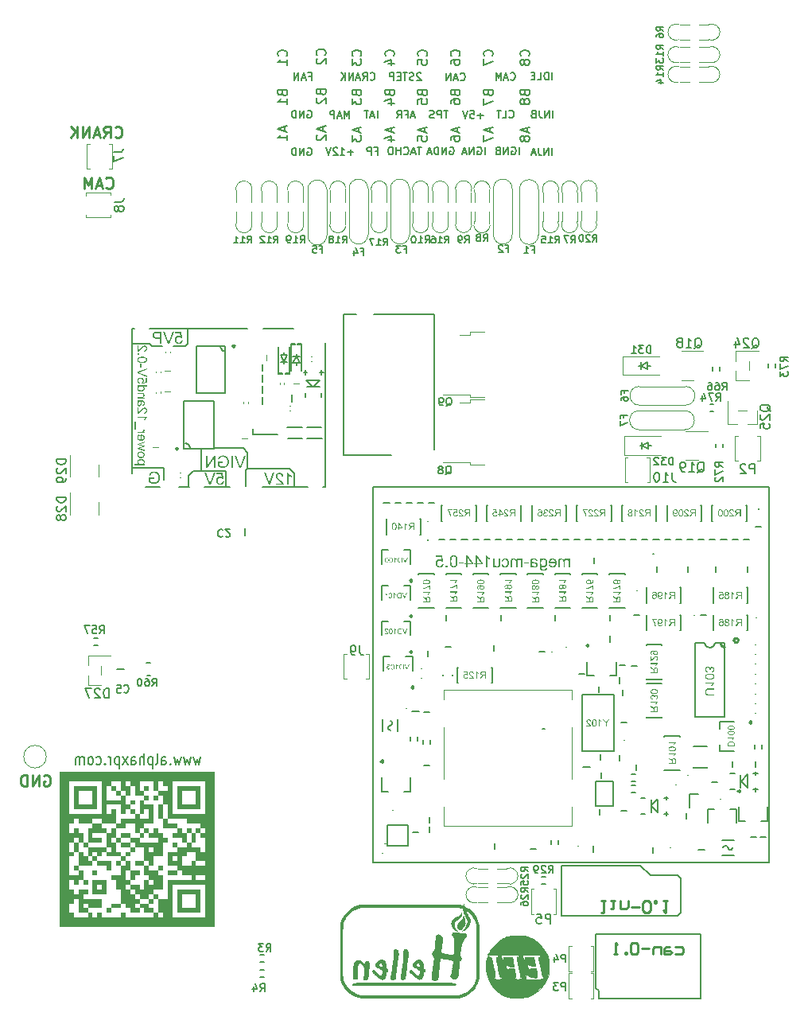
<source format=gbo>
G75*
G70*
%OFA0B0*%
%FSLAX25Y25*%
%IPPOS*%
%LPD*%
%AMOC8*
5,1,8,0,0,1.08239X$1,22.5*
%
%ADD126C,0.00394*%
%ADD193C,0.00300*%
%ADD64C,0.00787*%
%ADD66C,0.00800*%
%ADD68C,0.01000*%
%ADD69C,0.00472*%
%ADD75C,0.00984*%
%ADD77C,0.00669*%
%ADD78C,0.00591*%
%ADD79C,0.00500*%
%ADD80C,0.00390*%
%ADD84C,0.00512*%
%ADD85C,0.00010*%
X0000000Y0000000D02*
%LPD*%
G01*
D75*
X0012655Y0095672D02*
X0013105Y0095897D01*
X0013105Y0095897D02*
X0013780Y0095897D01*
X0013780Y0095897D02*
X0014454Y0095672D01*
X0014454Y0095672D02*
X0014904Y0095222D01*
X0014904Y0095222D02*
X0015129Y0094772D01*
X0015129Y0094772D02*
X0015354Y0093872D01*
X0015354Y0093872D02*
X0015354Y0093197D01*
X0015354Y0093197D02*
X0015129Y0092298D01*
X0015129Y0092298D02*
X0014904Y0091848D01*
X0014904Y0091848D02*
X0014454Y0091398D01*
X0014454Y0091398D02*
X0013780Y0091173D01*
X0013780Y0091173D02*
X0013330Y0091173D01*
X0013330Y0091173D02*
X0012655Y0091398D01*
X0012655Y0091398D02*
X0012430Y0091623D01*
X0012430Y0091623D02*
X0012430Y0093197D01*
X0012430Y0093197D02*
X0013330Y0093197D01*
X0010405Y0091173D02*
X0010405Y0095897D01*
X0010405Y0095897D02*
X0007705Y0091173D01*
X0007705Y0091173D02*
X0007705Y0095897D01*
X0005456Y0091173D02*
X0005456Y0095897D01*
X0005456Y0095897D02*
X0004331Y0095897D01*
X0004331Y0095897D02*
X0003656Y0095672D01*
X0003656Y0095672D02*
X0003206Y0095222D01*
X0003206Y0095222D02*
X0002981Y0094772D01*
X0002981Y0094772D02*
X0002756Y0093872D01*
X0002756Y0093872D02*
X0002756Y0093197D01*
X0002756Y0093197D02*
X0002981Y0092298D01*
X0002981Y0092298D02*
X0003206Y0091848D01*
X0003206Y0091848D02*
X0003656Y0091398D01*
X0003656Y0091398D02*
X0004331Y0091173D01*
X0004331Y0091173D02*
X0005456Y0091173D01*
D77*
X0211787Y0355758D02*
X0211787Y0358908D01*
X0208637Y0358758D02*
X0208937Y0358908D01*
X0208937Y0358908D02*
X0209387Y0358908D01*
X0209387Y0358908D02*
X0209837Y0358758D01*
X0209837Y0358758D02*
X0210137Y0358458D01*
X0210137Y0358458D02*
X0210287Y0358158D01*
X0210287Y0358158D02*
X0210437Y0357558D01*
X0210437Y0357558D02*
X0210437Y0357108D01*
X0210437Y0357108D02*
X0210287Y0356508D01*
X0210287Y0356508D02*
X0210137Y0356208D01*
X0210137Y0356208D02*
X0209837Y0355908D01*
X0209837Y0355908D02*
X0209387Y0355758D01*
X0209387Y0355758D02*
X0209087Y0355758D01*
X0209087Y0355758D02*
X0208637Y0355908D01*
X0208637Y0355908D02*
X0208487Y0356058D01*
X0208487Y0356058D02*
X0208487Y0357108D01*
X0208487Y0357108D02*
X0209087Y0357108D01*
X0207137Y0355758D02*
X0207137Y0358908D01*
X0207137Y0358908D02*
X0205337Y0355758D01*
X0205337Y0355758D02*
X0205337Y0358908D01*
X0202788Y0357408D02*
X0202338Y0357258D01*
X0202338Y0357258D02*
X0202188Y0357108D01*
X0202188Y0357108D02*
X0202038Y0356808D01*
X0202038Y0356808D02*
X0202038Y0356358D01*
X0202038Y0356358D02*
X0202188Y0356058D01*
X0202188Y0356058D02*
X0202338Y0355908D01*
X0202338Y0355908D02*
X0202638Y0355758D01*
X0202638Y0355758D02*
X0203838Y0355758D01*
X0203838Y0355758D02*
X0203838Y0358908D01*
X0203838Y0358908D02*
X0202788Y0358908D01*
X0202788Y0358908D02*
X0202488Y0358758D01*
X0202488Y0358758D02*
X0202338Y0358608D01*
X0202338Y0358608D02*
X0202188Y0358308D01*
X0202188Y0358308D02*
X0202188Y0358008D01*
X0202188Y0358008D02*
X0202338Y0357708D01*
X0202338Y0357708D02*
X0202488Y0357558D01*
X0202488Y0357558D02*
X0202788Y0357408D01*
X0202788Y0357408D02*
X0203838Y0357408D01*
D75*
X0042407Y0363276D02*
X0042632Y0363051D01*
X0042632Y0363051D02*
X0043307Y0362826D01*
X0043307Y0362826D02*
X0043757Y0362826D01*
X0043757Y0362826D02*
X0044432Y0363051D01*
X0044432Y0363051D02*
X0044882Y0363501D01*
X0044882Y0363501D02*
X0045107Y0363951D01*
X0045107Y0363951D02*
X0045332Y0364851D01*
X0045332Y0364851D02*
X0045332Y0365526D01*
X0045332Y0365526D02*
X0045107Y0366426D01*
X0045107Y0366426D02*
X0044882Y0366876D01*
X0044882Y0366876D02*
X0044432Y0367326D01*
X0044432Y0367326D02*
X0043757Y0367551D01*
X0043757Y0367551D02*
X0043307Y0367551D01*
X0043307Y0367551D02*
X0042632Y0367326D01*
X0042632Y0367326D02*
X0042407Y0367101D01*
X0037683Y0362826D02*
X0039258Y0365076D01*
X0040382Y0362826D02*
X0040382Y0367551D01*
X0040382Y0367551D02*
X0038583Y0367551D01*
X0038583Y0367551D02*
X0038133Y0367326D01*
X0038133Y0367326D02*
X0037908Y0367101D01*
X0037908Y0367101D02*
X0037683Y0366651D01*
X0037683Y0366651D02*
X0037683Y0365976D01*
X0037683Y0365976D02*
X0037908Y0365526D01*
X0037908Y0365526D02*
X0038133Y0365301D01*
X0038133Y0365301D02*
X0038583Y0365076D01*
X0038583Y0365076D02*
X0040382Y0365076D01*
X0035883Y0364176D02*
X0033633Y0364176D01*
X0036333Y0362826D02*
X0034758Y0367551D01*
X0034758Y0367551D02*
X0033183Y0362826D01*
X0031609Y0362826D02*
X0031609Y0367551D01*
X0031609Y0367551D02*
X0028909Y0362826D01*
X0028909Y0362826D02*
X0028909Y0367551D01*
X0026659Y0362826D02*
X0026659Y0367551D01*
X0023960Y0362826D02*
X0025984Y0365526D01*
X0023960Y0367551D02*
X0026659Y0364851D01*
D77*
X0149387Y0387284D02*
X0149537Y0387134D01*
X0149537Y0387134D02*
X0149987Y0386984D01*
X0149987Y0386984D02*
X0150287Y0386984D01*
X0150287Y0386984D02*
X0150737Y0387134D01*
X0150737Y0387134D02*
X0151037Y0387434D01*
X0151037Y0387434D02*
X0151187Y0387734D01*
X0151187Y0387734D02*
X0151337Y0388334D01*
X0151337Y0388334D02*
X0151337Y0388783D01*
X0151337Y0388783D02*
X0151187Y0389383D01*
X0151187Y0389383D02*
X0151037Y0389683D01*
X0151037Y0389683D02*
X0150737Y0389983D01*
X0150737Y0389983D02*
X0150287Y0390133D01*
X0150287Y0390133D02*
X0149987Y0390133D01*
X0149987Y0390133D02*
X0149537Y0389983D01*
X0149537Y0389983D02*
X0149387Y0389833D01*
X0146237Y0386984D02*
X0147287Y0388483D01*
X0148037Y0386984D02*
X0148037Y0390133D01*
X0148037Y0390133D02*
X0146837Y0390133D01*
X0146837Y0390133D02*
X0146537Y0389983D01*
X0146537Y0389983D02*
X0146387Y0389833D01*
X0146387Y0389833D02*
X0146237Y0389533D01*
X0146237Y0389533D02*
X0146237Y0389083D01*
X0146237Y0389083D02*
X0146387Y0388783D01*
X0146387Y0388783D02*
X0146537Y0388633D01*
X0146537Y0388633D02*
X0146837Y0388483D01*
X0146837Y0388483D02*
X0148037Y0388483D01*
X0145037Y0387884D02*
X0143538Y0387884D01*
X0145337Y0386984D02*
X0144287Y0390133D01*
X0144287Y0390133D02*
X0143238Y0386984D01*
X0142188Y0386984D02*
X0142188Y0390133D01*
X0142188Y0390133D02*
X0140388Y0386984D01*
X0140388Y0386984D02*
X0140388Y0390133D01*
X0138888Y0386984D02*
X0138888Y0390133D01*
X0137088Y0386984D02*
X0138438Y0388783D01*
X0137088Y0390133D02*
X0138888Y0388334D01*
X0225547Y0387121D02*
X0225547Y0390271D01*
X0224048Y0387121D02*
X0224048Y0390271D01*
X0224048Y0390271D02*
X0223298Y0390271D01*
X0223298Y0390271D02*
X0222848Y0390121D01*
X0222848Y0390121D02*
X0222548Y0389821D01*
X0222548Y0389821D02*
X0222398Y0389521D01*
X0222398Y0389521D02*
X0222248Y0388921D01*
X0222248Y0388921D02*
X0222248Y0388471D01*
X0222248Y0388471D02*
X0222398Y0387871D01*
X0222398Y0387871D02*
X0222548Y0387571D01*
X0222548Y0387571D02*
X0222848Y0387271D01*
X0222848Y0387271D02*
X0223298Y0387121D01*
X0223298Y0387121D02*
X0224048Y0387121D01*
X0219398Y0387121D02*
X0220898Y0387121D01*
X0220898Y0387121D02*
X0220898Y0390271D01*
X0218348Y0388771D02*
X0217298Y0388771D01*
X0216848Y0387121D02*
X0218348Y0387121D01*
X0218348Y0387121D02*
X0218348Y0390271D01*
X0218348Y0390271D02*
X0216848Y0390271D01*
D64*
X0078309Y0103367D02*
X0077559Y0100218D01*
X0077559Y0100218D02*
X0076809Y0102467D01*
X0076809Y0102467D02*
X0076059Y0100218D01*
X0076059Y0100218D02*
X0075309Y0103367D01*
X0074184Y0103367D02*
X0073435Y0100218D01*
X0073435Y0100218D02*
X0072685Y0102467D01*
X0072685Y0102467D02*
X0071935Y0100218D01*
X0071935Y0100218D02*
X0071185Y0103367D01*
X0070060Y0103367D02*
X0069310Y0100218D01*
X0069310Y0100218D02*
X0068560Y0102467D01*
X0068560Y0102467D02*
X0067810Y0100218D01*
X0067810Y0100218D02*
X0067060Y0103367D01*
X0065561Y0100667D02*
X0065373Y0100443D01*
X0065373Y0100443D02*
X0065561Y0100218D01*
X0065561Y0100218D02*
X0065748Y0100443D01*
X0065748Y0100443D02*
X0065561Y0100667D01*
X0065561Y0100667D02*
X0065561Y0100218D01*
X0061999Y0100218D02*
X0061999Y0102692D01*
X0061999Y0102692D02*
X0062186Y0103142D01*
X0062186Y0103142D02*
X0062561Y0103367D01*
X0062561Y0103367D02*
X0063311Y0103367D01*
X0063311Y0103367D02*
X0063686Y0103142D01*
X0061999Y0100443D02*
X0062373Y0100218D01*
X0062373Y0100218D02*
X0063311Y0100218D01*
X0063311Y0100218D02*
X0063686Y0100443D01*
X0063686Y0100443D02*
X0063873Y0100892D01*
X0063873Y0100892D02*
X0063873Y0101342D01*
X0063873Y0101342D02*
X0063686Y0101792D01*
X0063686Y0101792D02*
X0063311Y0102017D01*
X0063311Y0102017D02*
X0062373Y0102017D01*
X0062373Y0102017D02*
X0061999Y0102242D01*
X0059561Y0100218D02*
X0059936Y0100443D01*
X0059936Y0100443D02*
X0060124Y0100892D01*
X0060124Y0100892D02*
X0060124Y0104942D01*
X0058061Y0103367D02*
X0058061Y0098643D01*
X0058061Y0103142D02*
X0057687Y0103367D01*
X0057687Y0103367D02*
X0056937Y0103367D01*
X0056937Y0103367D02*
X0056562Y0103142D01*
X0056562Y0103142D02*
X0056374Y0102917D01*
X0056374Y0102917D02*
X0056187Y0102467D01*
X0056187Y0102467D02*
X0056187Y0101117D01*
X0056187Y0101117D02*
X0056374Y0100667D01*
X0056374Y0100667D02*
X0056562Y0100443D01*
X0056562Y0100443D02*
X0056937Y0100218D01*
X0056937Y0100218D02*
X0057687Y0100218D01*
X0057687Y0100218D02*
X0058061Y0100443D01*
X0054499Y0100218D02*
X0054499Y0104942D01*
X0052812Y0100218D02*
X0052812Y0102692D01*
X0052812Y0102692D02*
X0053000Y0103142D01*
X0053000Y0103142D02*
X0053375Y0103367D01*
X0053375Y0103367D02*
X0053937Y0103367D01*
X0053937Y0103367D02*
X0054312Y0103142D01*
X0054312Y0103142D02*
X0054499Y0102917D01*
X0049250Y0100218D02*
X0049250Y0102692D01*
X0049250Y0102692D02*
X0049438Y0103142D01*
X0049438Y0103142D02*
X0049813Y0103367D01*
X0049813Y0103367D02*
X0050562Y0103367D01*
X0050562Y0103367D02*
X0050937Y0103142D01*
X0049250Y0100443D02*
X0049625Y0100218D01*
X0049625Y0100218D02*
X0050562Y0100218D01*
X0050562Y0100218D02*
X0050937Y0100443D01*
X0050937Y0100443D02*
X0051125Y0100892D01*
X0051125Y0100892D02*
X0051125Y0101342D01*
X0051125Y0101342D02*
X0050937Y0101792D01*
X0050937Y0101792D02*
X0050562Y0102017D01*
X0050562Y0102017D02*
X0049625Y0102017D01*
X0049625Y0102017D02*
X0049250Y0102242D01*
X0047750Y0100218D02*
X0045688Y0103367D01*
X0047750Y0103367D02*
X0045688Y0100218D01*
X0044188Y0103367D02*
X0044188Y0098643D01*
X0044188Y0103142D02*
X0043813Y0103367D01*
X0043813Y0103367D02*
X0043063Y0103367D01*
X0043063Y0103367D02*
X0042688Y0103142D01*
X0042688Y0103142D02*
X0042501Y0102917D01*
X0042501Y0102917D02*
X0042313Y0102467D01*
X0042313Y0102467D02*
X0042313Y0101117D01*
X0042313Y0101117D02*
X0042501Y0100667D01*
X0042501Y0100667D02*
X0042688Y0100443D01*
X0042688Y0100443D02*
X0043063Y0100218D01*
X0043063Y0100218D02*
X0043813Y0100218D01*
X0043813Y0100218D02*
X0044188Y0100443D01*
X0040626Y0100218D02*
X0040626Y0103367D01*
X0040626Y0102467D02*
X0040439Y0102917D01*
X0040439Y0102917D02*
X0040251Y0103142D01*
X0040251Y0103142D02*
X0039876Y0103367D01*
X0039876Y0103367D02*
X0039501Y0103367D01*
X0038189Y0100667D02*
X0038001Y0100443D01*
X0038001Y0100443D02*
X0038189Y0100218D01*
X0038189Y0100218D02*
X0038376Y0100443D01*
X0038376Y0100443D02*
X0038189Y0100667D01*
X0038189Y0100667D02*
X0038189Y0100218D01*
X0034627Y0100443D02*
X0035002Y0100218D01*
X0035002Y0100218D02*
X0035752Y0100218D01*
X0035752Y0100218D02*
X0036127Y0100443D01*
X0036127Y0100443D02*
X0036314Y0100667D01*
X0036314Y0100667D02*
X0036502Y0101117D01*
X0036502Y0101117D02*
X0036502Y0102467D01*
X0036502Y0102467D02*
X0036314Y0102917D01*
X0036314Y0102917D02*
X0036127Y0103142D01*
X0036127Y0103142D02*
X0035752Y0103367D01*
X0035752Y0103367D02*
X0035002Y0103367D01*
X0035002Y0103367D02*
X0034627Y0103142D01*
X0032377Y0100218D02*
X0032752Y0100443D01*
X0032752Y0100443D02*
X0032940Y0100667D01*
X0032940Y0100667D02*
X0033127Y0101117D01*
X0033127Y0101117D02*
X0033127Y0102467D01*
X0033127Y0102467D02*
X0032940Y0102917D01*
X0032940Y0102917D02*
X0032752Y0103142D01*
X0032752Y0103142D02*
X0032377Y0103367D01*
X0032377Y0103367D02*
X0031815Y0103367D01*
X0031815Y0103367D02*
X0031440Y0103142D01*
X0031440Y0103142D02*
X0031252Y0102917D01*
X0031252Y0102917D02*
X0031065Y0102467D01*
X0031065Y0102467D02*
X0031065Y0101117D01*
X0031065Y0101117D02*
X0031252Y0100667D01*
X0031252Y0100667D02*
X0031440Y0100443D01*
X0031440Y0100443D02*
X0031815Y0100218D01*
X0031815Y0100218D02*
X0032377Y0100218D01*
X0029378Y0100218D02*
X0029378Y0103367D01*
X0029378Y0102917D02*
X0029190Y0103142D01*
X0029190Y0103142D02*
X0028815Y0103367D01*
X0028815Y0103367D02*
X0028253Y0103367D01*
X0028253Y0103367D02*
X0027878Y0103142D01*
X0027878Y0103142D02*
X0027690Y0102692D01*
X0027690Y0102692D02*
X0027690Y0100218D01*
X0027690Y0102692D02*
X0027503Y0103142D01*
X0027503Y0103142D02*
X0027128Y0103367D01*
X0027128Y0103367D02*
X0026565Y0103367D01*
X0026565Y0103367D02*
X0026190Y0103142D01*
X0026190Y0103142D02*
X0026003Y0102692D01*
X0026003Y0102692D02*
X0026003Y0100218D01*
D77*
X0181978Y0374199D02*
X0180178Y0374199D01*
X0181078Y0371050D02*
X0181078Y0374199D01*
X0179128Y0371050D02*
X0179128Y0374199D01*
X0179128Y0374199D02*
X0177929Y0374199D01*
X0177929Y0374199D02*
X0177629Y0374049D01*
X0177629Y0374049D02*
X0177479Y0373899D01*
X0177479Y0373899D02*
X0177329Y0373599D01*
X0177329Y0373599D02*
X0177329Y0373149D01*
X0177329Y0373149D02*
X0177479Y0372849D01*
X0177479Y0372849D02*
X0177629Y0372699D01*
X0177629Y0372699D02*
X0177929Y0372549D01*
X0177929Y0372549D02*
X0179128Y0372549D01*
X0176129Y0371200D02*
X0175679Y0371050D01*
X0175679Y0371050D02*
X0174929Y0371050D01*
X0174929Y0371050D02*
X0174629Y0371200D01*
X0174629Y0371200D02*
X0174479Y0371350D01*
X0174479Y0371350D02*
X0174329Y0371650D01*
X0174329Y0371650D02*
X0174329Y0371950D01*
X0174329Y0371950D02*
X0174479Y0372249D01*
X0174479Y0372249D02*
X0174629Y0372399D01*
X0174629Y0372399D02*
X0174929Y0372549D01*
X0174929Y0372549D02*
X0175529Y0372699D01*
X0175529Y0372699D02*
X0175829Y0372849D01*
X0175829Y0372849D02*
X0175979Y0372999D01*
X0175979Y0372999D02*
X0176129Y0373299D01*
X0176129Y0373299D02*
X0176129Y0373599D01*
X0176129Y0373599D02*
X0175979Y0373899D01*
X0175979Y0373899D02*
X0175829Y0374049D01*
X0175829Y0374049D02*
X0175529Y0374199D01*
X0175529Y0374199D02*
X0174779Y0374199D01*
X0174779Y0374199D02*
X0174329Y0374049D01*
X0225610Y0355484D02*
X0225610Y0358633D01*
X0224110Y0355484D02*
X0224110Y0358633D01*
X0224110Y0358633D02*
X0222310Y0355484D01*
X0222310Y0355484D02*
X0222310Y0358633D01*
X0219910Y0358633D02*
X0219910Y0356384D01*
X0219910Y0356384D02*
X0220060Y0355934D01*
X0220060Y0355934D02*
X0220360Y0355634D01*
X0220360Y0355634D02*
X0220810Y0355484D01*
X0220810Y0355484D02*
X0221110Y0355484D01*
X0218561Y0356384D02*
X0217061Y0356384D01*
X0218861Y0355484D02*
X0217811Y0358633D01*
X0217811Y0358633D02*
X0216761Y0355484D01*
X0187171Y0387009D02*
X0187321Y0386859D01*
X0187321Y0386859D02*
X0187771Y0386709D01*
X0187771Y0386709D02*
X0188071Y0386709D01*
X0188071Y0386709D02*
X0188521Y0386859D01*
X0188521Y0386859D02*
X0188821Y0387159D01*
X0188821Y0387159D02*
X0188971Y0387459D01*
X0188971Y0387459D02*
X0189121Y0388059D01*
X0189121Y0388059D02*
X0189121Y0388509D01*
X0189121Y0388509D02*
X0188971Y0389109D01*
X0188971Y0389109D02*
X0188821Y0389409D01*
X0188821Y0389409D02*
X0188521Y0389709D01*
X0188521Y0389709D02*
X0188071Y0389859D01*
X0188071Y0389859D02*
X0187771Y0389859D01*
X0187771Y0389859D02*
X0187321Y0389709D01*
X0187321Y0389709D02*
X0187171Y0389559D01*
X0185971Y0387609D02*
X0184472Y0387609D01*
X0186271Y0386709D02*
X0185221Y0389859D01*
X0185221Y0389859D02*
X0184172Y0386709D01*
X0183122Y0386709D02*
X0183122Y0389859D01*
X0183122Y0389859D02*
X0181322Y0386709D01*
X0181322Y0386709D02*
X0181322Y0389859D01*
X0151381Y0357271D02*
X0152431Y0357271D01*
X0152431Y0355621D02*
X0152431Y0358771D01*
X0152431Y0358771D02*
X0150931Y0358771D01*
X0149731Y0355621D02*
X0149731Y0358771D01*
X0149731Y0358771D02*
X0148532Y0358771D01*
X0148532Y0358771D02*
X0148232Y0358621D01*
X0148232Y0358621D02*
X0148082Y0358471D01*
X0148082Y0358471D02*
X0147932Y0358171D01*
X0147932Y0358171D02*
X0147932Y0357721D01*
X0147932Y0357721D02*
X0148082Y0357421D01*
X0148082Y0357421D02*
X0148232Y0357271D01*
X0148232Y0357271D02*
X0148532Y0357121D01*
X0148532Y0357121D02*
X0149731Y0357121D01*
X0197413Y0355758D02*
X0197413Y0358908D01*
X0194264Y0358758D02*
X0194564Y0358908D01*
X0194564Y0358908D02*
X0195014Y0358908D01*
X0195014Y0358908D02*
X0195463Y0358758D01*
X0195463Y0358758D02*
X0195763Y0358458D01*
X0195763Y0358458D02*
X0195913Y0358158D01*
X0195913Y0358158D02*
X0196063Y0357558D01*
X0196063Y0357558D02*
X0196063Y0357108D01*
X0196063Y0357108D02*
X0195913Y0356508D01*
X0195913Y0356508D02*
X0195763Y0356208D01*
X0195763Y0356208D02*
X0195463Y0355908D01*
X0195463Y0355908D02*
X0195014Y0355758D01*
X0195014Y0355758D02*
X0194714Y0355758D01*
X0194714Y0355758D02*
X0194264Y0355908D01*
X0194264Y0355908D02*
X0194114Y0356058D01*
X0194114Y0356058D02*
X0194114Y0357108D01*
X0194114Y0357108D02*
X0194714Y0357108D01*
X0192764Y0355758D02*
X0192764Y0358908D01*
X0192764Y0358908D02*
X0190964Y0355758D01*
X0190964Y0355758D02*
X0190964Y0358908D01*
X0189614Y0356658D02*
X0188114Y0356658D01*
X0189914Y0355758D02*
X0188864Y0358908D01*
X0188864Y0358908D02*
X0187814Y0355758D01*
X0207663Y0371487D02*
X0207813Y0371337D01*
X0207813Y0371337D02*
X0208263Y0371187D01*
X0208263Y0371187D02*
X0208563Y0371187D01*
X0208563Y0371187D02*
X0209013Y0371337D01*
X0209013Y0371337D02*
X0209313Y0371637D01*
X0209313Y0371637D02*
X0209463Y0371937D01*
X0209463Y0371937D02*
X0209613Y0372537D01*
X0209613Y0372537D02*
X0209613Y0372987D01*
X0209613Y0372987D02*
X0209463Y0373587D01*
X0209463Y0373587D02*
X0209313Y0373887D01*
X0209313Y0373887D02*
X0209013Y0374187D01*
X0209013Y0374187D02*
X0208563Y0374337D01*
X0208563Y0374337D02*
X0208263Y0374337D01*
X0208263Y0374337D02*
X0207813Y0374187D01*
X0207813Y0374187D02*
X0207663Y0374037D01*
X0204813Y0371187D02*
X0206313Y0371187D01*
X0206313Y0371187D02*
X0206313Y0374337D01*
X0204213Y0374337D02*
X0202413Y0374337D01*
X0203313Y0371187D02*
X0203313Y0374337D01*
X0123123Y0358483D02*
X0123423Y0358633D01*
X0123423Y0358633D02*
X0123873Y0358633D01*
X0123873Y0358633D02*
X0124323Y0358483D01*
X0124323Y0358483D02*
X0124623Y0358183D01*
X0124623Y0358183D02*
X0124773Y0357883D01*
X0124773Y0357883D02*
X0124923Y0357283D01*
X0124923Y0357283D02*
X0124923Y0356834D01*
X0124923Y0356834D02*
X0124773Y0356234D01*
X0124773Y0356234D02*
X0124623Y0355934D01*
X0124623Y0355934D02*
X0124323Y0355634D01*
X0124323Y0355634D02*
X0123873Y0355484D01*
X0123873Y0355484D02*
X0123573Y0355484D01*
X0123573Y0355484D02*
X0123123Y0355634D01*
X0123123Y0355634D02*
X0122973Y0355784D01*
X0122973Y0355784D02*
X0122973Y0356834D01*
X0122973Y0356834D02*
X0123573Y0356834D01*
X0121623Y0355484D02*
X0121623Y0358633D01*
X0121623Y0358633D02*
X0119824Y0355484D01*
X0119824Y0355484D02*
X0119824Y0358633D01*
X0118324Y0355484D02*
X0118324Y0358633D01*
X0118324Y0358633D02*
X0117574Y0358633D01*
X0117574Y0358633D02*
X0117124Y0358483D01*
X0117124Y0358483D02*
X0116824Y0358183D01*
X0116824Y0358183D02*
X0116674Y0357883D01*
X0116674Y0357883D02*
X0116524Y0357283D01*
X0116524Y0357283D02*
X0116524Y0356834D01*
X0116524Y0356834D02*
X0116674Y0356234D01*
X0116674Y0356234D02*
X0116824Y0355934D01*
X0116824Y0355934D02*
X0117124Y0355634D01*
X0117124Y0355634D02*
X0117574Y0355484D01*
X0117574Y0355484D02*
X0118324Y0355484D01*
X0123123Y0374143D02*
X0123423Y0374293D01*
X0123423Y0374293D02*
X0123873Y0374293D01*
X0123873Y0374293D02*
X0124323Y0374143D01*
X0124323Y0374143D02*
X0124623Y0373843D01*
X0124623Y0373843D02*
X0124773Y0373543D01*
X0124773Y0373543D02*
X0124923Y0372943D01*
X0124923Y0372943D02*
X0124923Y0372493D01*
X0124923Y0372493D02*
X0124773Y0371893D01*
X0124773Y0371893D02*
X0124623Y0371593D01*
X0124623Y0371593D02*
X0124323Y0371293D01*
X0124323Y0371293D02*
X0123873Y0371143D01*
X0123873Y0371143D02*
X0123573Y0371143D01*
X0123573Y0371143D02*
X0123123Y0371293D01*
X0123123Y0371293D02*
X0122973Y0371443D01*
X0122973Y0371443D02*
X0122973Y0372493D01*
X0122973Y0372493D02*
X0123573Y0372493D01*
X0121623Y0371143D02*
X0121623Y0374293D01*
X0121623Y0374293D02*
X0119824Y0371143D01*
X0119824Y0371143D02*
X0119824Y0374293D01*
X0118324Y0371143D02*
X0118324Y0374293D01*
X0118324Y0374293D02*
X0117574Y0374293D01*
X0117574Y0374293D02*
X0117124Y0374143D01*
X0117124Y0374143D02*
X0116824Y0373843D01*
X0116824Y0373843D02*
X0116674Y0373543D01*
X0116674Y0373543D02*
X0116524Y0372943D01*
X0116524Y0372943D02*
X0116524Y0372493D01*
X0116524Y0372493D02*
X0116674Y0371893D01*
X0116674Y0371893D02*
X0116824Y0371593D01*
X0116824Y0371593D02*
X0117124Y0371293D01*
X0117124Y0371293D02*
X0117574Y0371143D01*
X0117574Y0371143D02*
X0118324Y0371143D01*
X0225972Y0371187D02*
X0225972Y0374337D01*
X0224472Y0371187D02*
X0224472Y0374337D01*
X0224472Y0374337D02*
X0222672Y0371187D01*
X0222672Y0371187D02*
X0222672Y0374337D01*
X0220273Y0374337D02*
X0220273Y0372087D01*
X0220273Y0372087D02*
X0220423Y0371637D01*
X0220423Y0371637D02*
X0220723Y0371337D01*
X0220723Y0371337D02*
X0221173Y0371187D01*
X0221173Y0371187D02*
X0221473Y0371187D01*
X0217723Y0372837D02*
X0217273Y0372687D01*
X0217273Y0372687D02*
X0217123Y0372537D01*
X0217123Y0372537D02*
X0216973Y0372237D01*
X0216973Y0372237D02*
X0216973Y0371787D01*
X0216973Y0371787D02*
X0217123Y0371487D01*
X0217123Y0371487D02*
X0217273Y0371337D01*
X0217273Y0371337D02*
X0217573Y0371187D01*
X0217573Y0371187D02*
X0218773Y0371187D01*
X0218773Y0371187D02*
X0218773Y0374337D01*
X0218773Y0374337D02*
X0217723Y0374337D01*
X0217723Y0374337D02*
X0217423Y0374187D01*
X0217423Y0374187D02*
X0217273Y0374037D01*
X0217273Y0374037D02*
X0217123Y0373737D01*
X0217123Y0373737D02*
X0217123Y0373437D01*
X0217123Y0373437D02*
X0217273Y0373137D01*
X0217273Y0373137D02*
X0217423Y0372987D01*
X0217423Y0372987D02*
X0217723Y0372837D01*
X0217723Y0372837D02*
X0218773Y0372837D01*
X0167942Y0371950D02*
X0166442Y0371950D01*
X0168242Y0371050D02*
X0167192Y0374199D01*
X0167192Y0374199D02*
X0166142Y0371050D01*
X0164042Y0372699D02*
X0165092Y0372699D01*
X0165092Y0371050D02*
X0165092Y0374199D01*
X0165092Y0374199D02*
X0163592Y0374199D01*
X0160593Y0371050D02*
X0161643Y0372549D01*
X0162393Y0371050D02*
X0162393Y0374199D01*
X0162393Y0374199D02*
X0161193Y0374199D01*
X0161193Y0374199D02*
X0160893Y0374049D01*
X0160893Y0374049D02*
X0160743Y0373899D01*
X0160743Y0373899D02*
X0160593Y0373599D01*
X0160593Y0373599D02*
X0160593Y0373149D01*
X0160593Y0373149D02*
X0160743Y0372849D01*
X0160743Y0372849D02*
X0160893Y0372699D01*
X0160893Y0372699D02*
X0161193Y0372549D01*
X0161193Y0372549D02*
X0162393Y0372549D01*
X0170592Y0389833D02*
X0170442Y0389983D01*
X0170442Y0389983D02*
X0170142Y0390133D01*
X0170142Y0390133D02*
X0169392Y0390133D01*
X0169392Y0390133D02*
X0169092Y0389983D01*
X0169092Y0389983D02*
X0168942Y0389833D01*
X0168942Y0389833D02*
X0168792Y0389533D01*
X0168792Y0389533D02*
X0168792Y0389233D01*
X0168792Y0389233D02*
X0168942Y0388783D01*
X0168942Y0388783D02*
X0170742Y0386984D01*
X0170742Y0386984D02*
X0168792Y0386984D01*
X0167592Y0387134D02*
X0167142Y0386984D01*
X0167142Y0386984D02*
X0166392Y0386984D01*
X0166392Y0386984D02*
X0166092Y0387134D01*
X0166092Y0387134D02*
X0165942Y0387284D01*
X0165942Y0387284D02*
X0165792Y0387584D01*
X0165792Y0387584D02*
X0165792Y0387884D01*
X0165792Y0387884D02*
X0165942Y0388184D01*
X0165942Y0388184D02*
X0166092Y0388334D01*
X0166092Y0388334D02*
X0166392Y0388483D01*
X0166392Y0388483D02*
X0166992Y0388633D01*
X0166992Y0388633D02*
X0167292Y0388783D01*
X0167292Y0388783D02*
X0167442Y0388933D01*
X0167442Y0388933D02*
X0167592Y0389233D01*
X0167592Y0389233D02*
X0167592Y0389533D01*
X0167592Y0389533D02*
X0167442Y0389833D01*
X0167442Y0389833D02*
X0167292Y0389983D01*
X0167292Y0389983D02*
X0166992Y0390133D01*
X0166992Y0390133D02*
X0166242Y0390133D01*
X0166242Y0390133D02*
X0165792Y0389983D01*
X0164893Y0390133D02*
X0163093Y0390133D01*
X0163993Y0386984D02*
X0163993Y0390133D01*
X0162043Y0388633D02*
X0160993Y0388633D01*
X0160543Y0386984D02*
X0162043Y0386984D01*
X0162043Y0386984D02*
X0162043Y0390133D01*
X0162043Y0390133D02*
X0160543Y0390133D01*
X0159193Y0386984D02*
X0159193Y0390133D01*
X0159193Y0390133D02*
X0157993Y0390133D01*
X0157993Y0390133D02*
X0157693Y0389983D01*
X0157693Y0389983D02*
X0157543Y0389833D01*
X0157543Y0389833D02*
X0157393Y0389533D01*
X0157393Y0389533D02*
X0157393Y0389083D01*
X0157393Y0389083D02*
X0157543Y0388783D01*
X0157543Y0388783D02*
X0157693Y0388633D01*
X0157693Y0388633D02*
X0157993Y0388483D01*
X0157993Y0388483D02*
X0159193Y0388483D01*
X0208200Y0387284D02*
X0208350Y0387134D01*
X0208350Y0387134D02*
X0208800Y0386984D01*
X0208800Y0386984D02*
X0209100Y0386984D01*
X0209100Y0386984D02*
X0209550Y0387134D01*
X0209550Y0387134D02*
X0209850Y0387434D01*
X0209850Y0387434D02*
X0210000Y0387734D01*
X0210000Y0387734D02*
X0210150Y0388334D01*
X0210150Y0388334D02*
X0210150Y0388783D01*
X0210150Y0388783D02*
X0210000Y0389383D01*
X0210000Y0389383D02*
X0209850Y0389683D01*
X0209850Y0389683D02*
X0209550Y0389983D01*
X0209550Y0389983D02*
X0209100Y0390133D01*
X0209100Y0390133D02*
X0208800Y0390133D01*
X0208800Y0390133D02*
X0208350Y0389983D01*
X0208350Y0389983D02*
X0208200Y0389833D01*
X0207000Y0387884D02*
X0205501Y0387884D01*
X0207300Y0386984D02*
X0206251Y0390133D01*
X0206251Y0390133D02*
X0205201Y0386984D01*
X0204151Y0386984D02*
X0204151Y0390133D01*
X0204151Y0390133D02*
X0203101Y0387884D01*
X0203101Y0387884D02*
X0202051Y0390133D01*
X0202051Y0390133D02*
X0202051Y0386984D01*
X0123685Y0388633D02*
X0124735Y0388633D01*
X0124735Y0386984D02*
X0124735Y0390133D01*
X0124735Y0390133D02*
X0123235Y0390133D01*
X0122185Y0387884D02*
X0120686Y0387884D01*
X0122485Y0386984D02*
X0121435Y0390133D01*
X0121435Y0390133D02*
X0120386Y0386984D01*
X0119336Y0386984D02*
X0119336Y0390133D01*
X0119336Y0390133D02*
X0117536Y0386984D01*
X0117536Y0386984D02*
X0117536Y0390133D01*
D75*
X0038695Y0342016D02*
X0038920Y0341791D01*
X0038920Y0341791D02*
X0039595Y0341566D01*
X0039595Y0341566D02*
X0040045Y0341566D01*
X0040045Y0341566D02*
X0040720Y0341791D01*
X0040720Y0341791D02*
X0041170Y0342241D01*
X0041170Y0342241D02*
X0041395Y0342691D01*
X0041395Y0342691D02*
X0041620Y0343591D01*
X0041620Y0343591D02*
X0041620Y0344266D01*
X0041620Y0344266D02*
X0041395Y0345166D01*
X0041395Y0345166D02*
X0041170Y0345616D01*
X0041170Y0345616D02*
X0040720Y0346066D01*
X0040720Y0346066D02*
X0040045Y0346291D01*
X0040045Y0346291D02*
X0039595Y0346291D01*
X0039595Y0346291D02*
X0038920Y0346066D01*
X0038920Y0346066D02*
X0038695Y0345841D01*
X0036895Y0342916D02*
X0034646Y0342916D01*
X0037345Y0341566D02*
X0035771Y0346291D01*
X0035771Y0346291D02*
X0034196Y0341566D01*
X0032621Y0341566D02*
X0032621Y0346291D01*
X0032621Y0346291D02*
X0031046Y0342916D01*
X0031046Y0342916D02*
X0029471Y0346291D01*
X0029471Y0346291D02*
X0029471Y0341566D01*
D77*
X0182715Y0358758D02*
X0183015Y0358908D01*
X0183015Y0358908D02*
X0183465Y0358908D01*
X0183465Y0358908D02*
X0183915Y0358758D01*
X0183915Y0358758D02*
X0184215Y0358458D01*
X0184215Y0358458D02*
X0184365Y0358158D01*
X0184365Y0358158D02*
X0184514Y0357558D01*
X0184514Y0357558D02*
X0184514Y0357108D01*
X0184514Y0357108D02*
X0184365Y0356508D01*
X0184365Y0356508D02*
X0184215Y0356208D01*
X0184215Y0356208D02*
X0183915Y0355908D01*
X0183915Y0355908D02*
X0183465Y0355758D01*
X0183465Y0355758D02*
X0183165Y0355758D01*
X0183165Y0355758D02*
X0182715Y0355908D01*
X0182715Y0355908D02*
X0182565Y0356058D01*
X0182565Y0356058D02*
X0182565Y0357108D01*
X0182565Y0357108D02*
X0183165Y0357108D01*
X0181215Y0355758D02*
X0181215Y0358908D01*
X0181215Y0358908D02*
X0179415Y0355758D01*
X0179415Y0355758D02*
X0179415Y0358908D01*
X0177915Y0355758D02*
X0177915Y0358908D01*
X0177915Y0358908D02*
X0177165Y0358908D01*
X0177165Y0358908D02*
X0176715Y0358758D01*
X0176715Y0358758D02*
X0176416Y0358458D01*
X0176416Y0358458D02*
X0176266Y0358158D01*
X0176266Y0358158D02*
X0176116Y0357558D01*
X0176116Y0357558D02*
X0176116Y0357108D01*
X0176116Y0357108D02*
X0176266Y0356508D01*
X0176266Y0356508D02*
X0176416Y0356208D01*
X0176416Y0356208D02*
X0176715Y0355908D01*
X0176715Y0355908D02*
X0177165Y0355758D01*
X0177165Y0355758D02*
X0177915Y0355758D01*
X0174916Y0356658D02*
X0173416Y0356658D01*
X0175216Y0355758D02*
X0174166Y0358908D01*
X0174166Y0358908D02*
X0173116Y0355758D01*
X0196751Y0372112D02*
X0194351Y0372112D01*
X0195551Y0370912D02*
X0195551Y0373312D01*
X0191352Y0374062D02*
X0192851Y0374062D01*
X0192851Y0374062D02*
X0193001Y0372562D01*
X0193001Y0372562D02*
X0192851Y0372712D01*
X0192851Y0372712D02*
X0192551Y0372862D01*
X0192551Y0372862D02*
X0191802Y0372862D01*
X0191802Y0372862D02*
X0191502Y0372712D01*
X0191502Y0372712D02*
X0191352Y0372562D01*
X0191352Y0372562D02*
X0191202Y0372262D01*
X0191202Y0372262D02*
X0191202Y0371512D01*
X0191202Y0371512D02*
X0191352Y0371212D01*
X0191352Y0371212D02*
X0191502Y0371062D01*
X0191502Y0371062D02*
X0191802Y0370912D01*
X0191802Y0370912D02*
X0192551Y0370912D01*
X0192551Y0370912D02*
X0192851Y0371062D01*
X0192851Y0371062D02*
X0193001Y0371212D01*
X0190302Y0374062D02*
X0189252Y0370912D01*
X0189252Y0370912D02*
X0188202Y0374062D01*
X0140632Y0370912D02*
X0140632Y0374062D01*
X0140632Y0374062D02*
X0139582Y0371812D01*
X0139582Y0371812D02*
X0138532Y0374062D01*
X0138532Y0374062D02*
X0138532Y0370912D01*
X0137182Y0371812D02*
X0135683Y0371812D01*
X0137482Y0370912D02*
X0136433Y0374062D01*
X0136433Y0374062D02*
X0135383Y0370912D01*
X0134333Y0370912D02*
X0134333Y0374062D01*
X0134333Y0374062D02*
X0133133Y0374062D01*
X0133133Y0374062D02*
X0132833Y0373912D01*
X0132833Y0373912D02*
X0132683Y0373762D01*
X0132683Y0373762D02*
X0132533Y0373462D01*
X0132533Y0373462D02*
X0132533Y0373012D01*
X0132533Y0373012D02*
X0132683Y0372712D01*
X0132683Y0372712D02*
X0132833Y0372562D01*
X0132833Y0372562D02*
X0133133Y0372412D01*
X0133133Y0372412D02*
X0134333Y0372412D01*
X0152394Y0371050D02*
X0152394Y0374199D01*
X0151044Y0371950D02*
X0149544Y0371950D01*
X0151344Y0371050D02*
X0150294Y0374199D01*
X0150294Y0374199D02*
X0149244Y0371050D01*
X0148644Y0374199D02*
X0146845Y0374199D01*
X0147745Y0371050D02*
X0147745Y0374199D01*
X0142344Y0356821D02*
X0139944Y0356821D01*
X0141144Y0355621D02*
X0141144Y0358021D01*
X0136795Y0355621D02*
X0138595Y0355621D01*
X0137695Y0355621D02*
X0137695Y0358771D01*
X0137695Y0358771D02*
X0137995Y0358321D01*
X0137995Y0358321D02*
X0138295Y0358021D01*
X0138295Y0358021D02*
X0138595Y0357871D01*
X0135595Y0358471D02*
X0135445Y0358621D01*
X0135445Y0358621D02*
X0135145Y0358771D01*
X0135145Y0358771D02*
X0134395Y0358771D01*
X0134395Y0358771D02*
X0134095Y0358621D01*
X0134095Y0358621D02*
X0133945Y0358471D01*
X0133945Y0358471D02*
X0133795Y0358171D01*
X0133795Y0358171D02*
X0133795Y0357871D01*
X0133795Y0357871D02*
X0133945Y0357421D01*
X0133945Y0357421D02*
X0135745Y0355621D01*
X0135745Y0355621D02*
X0133795Y0355621D01*
X0132895Y0358771D02*
X0131845Y0355621D01*
X0131845Y0355621D02*
X0130796Y0358771D01*
X0170842Y0358908D02*
X0169042Y0358908D01*
X0169942Y0355758D02*
X0169942Y0358908D01*
X0168142Y0356658D02*
X0166643Y0356658D01*
X0168442Y0355758D02*
X0167392Y0358908D01*
X0167392Y0358908D02*
X0166343Y0355758D01*
X0163493Y0356058D02*
X0163643Y0355908D01*
X0163643Y0355908D02*
X0164093Y0355758D01*
X0164093Y0355758D02*
X0164393Y0355758D01*
X0164393Y0355758D02*
X0164843Y0355908D01*
X0164843Y0355908D02*
X0165143Y0356208D01*
X0165143Y0356208D02*
X0165293Y0356508D01*
X0165293Y0356508D02*
X0165443Y0357108D01*
X0165443Y0357108D02*
X0165443Y0357558D01*
X0165443Y0357558D02*
X0165293Y0358158D01*
X0165293Y0358158D02*
X0165143Y0358458D01*
X0165143Y0358458D02*
X0164843Y0358758D01*
X0164843Y0358758D02*
X0164393Y0358908D01*
X0164393Y0358908D02*
X0164093Y0358908D01*
X0164093Y0358908D02*
X0163643Y0358758D01*
X0163643Y0358758D02*
X0163493Y0358608D01*
X0162143Y0355758D02*
X0162143Y0358908D01*
X0162143Y0357408D02*
X0160343Y0357408D01*
X0160343Y0355758D02*
X0160343Y0358908D01*
X0158244Y0358908D02*
X0157644Y0358908D01*
X0157644Y0358908D02*
X0157344Y0358758D01*
X0157344Y0358758D02*
X0157044Y0358458D01*
X0157044Y0358458D02*
X0156894Y0357858D01*
X0156894Y0357858D02*
X0156894Y0356808D01*
X0156894Y0356808D02*
X0157044Y0356208D01*
X0157044Y0356208D02*
X0157344Y0355908D01*
X0157344Y0355908D02*
X0157644Y0355758D01*
X0157644Y0355758D02*
X0158244Y0355758D01*
X0158244Y0355758D02*
X0158544Y0355908D01*
X0158544Y0355908D02*
X0158844Y0356208D01*
X0158844Y0356208D02*
X0158994Y0356808D01*
X0158994Y0356808D02*
X0158994Y0357858D01*
X0158994Y0357858D02*
X0158844Y0358458D01*
X0158844Y0358458D02*
X0158544Y0358758D01*
X0158544Y0358758D02*
X0158244Y0358908D01*
D84*
X0196821Y0319426D02*
X0197805Y0320832D01*
X0198508Y0319426D02*
X0198508Y0322378D01*
X0198508Y0322378D02*
X0197383Y0322378D01*
X0197383Y0322378D02*
X0197102Y0322238D01*
X0197102Y0322238D02*
X0196961Y0322097D01*
X0196961Y0322097D02*
X0196821Y0321816D01*
X0196821Y0321816D02*
X0196821Y0321394D01*
X0196821Y0321394D02*
X0196961Y0321113D01*
X0196961Y0321113D02*
X0197102Y0320972D01*
X0197102Y0320972D02*
X0197383Y0320832D01*
X0197383Y0320832D02*
X0198508Y0320832D01*
X0195133Y0321113D02*
X0195415Y0321253D01*
X0195415Y0321253D02*
X0195555Y0321394D01*
X0195555Y0321394D02*
X0195696Y0321675D01*
X0195696Y0321675D02*
X0195696Y0321816D01*
X0195696Y0321816D02*
X0195555Y0322097D01*
X0195555Y0322097D02*
X0195415Y0322238D01*
X0195415Y0322238D02*
X0195133Y0322378D01*
X0195133Y0322378D02*
X0194571Y0322378D01*
X0194571Y0322378D02*
X0194290Y0322238D01*
X0194290Y0322238D02*
X0194149Y0322097D01*
X0194149Y0322097D02*
X0194009Y0321816D01*
X0194009Y0321816D02*
X0194009Y0321675D01*
X0194009Y0321675D02*
X0194149Y0321394D01*
X0194149Y0321394D02*
X0194290Y0321253D01*
X0194290Y0321253D02*
X0194571Y0321113D01*
X0194571Y0321113D02*
X0195133Y0321113D01*
X0195133Y0321113D02*
X0195415Y0320972D01*
X0195415Y0320972D02*
X0195555Y0320832D01*
X0195555Y0320832D02*
X0195696Y0320550D01*
X0195696Y0320550D02*
X0195696Y0319988D01*
X0195696Y0319988D02*
X0195555Y0319707D01*
X0195555Y0319707D02*
X0195415Y0319566D01*
X0195415Y0319566D02*
X0195133Y0319426D01*
X0195133Y0319426D02*
X0194571Y0319426D01*
X0194571Y0319426D02*
X0194290Y0319566D01*
X0194290Y0319566D02*
X0194149Y0319707D01*
X0194149Y0319707D02*
X0194009Y0319988D01*
X0194009Y0319988D02*
X0194009Y0320550D01*
X0194009Y0320550D02*
X0194149Y0320832D01*
X0194149Y0320832D02*
X0194290Y0320972D01*
X0194290Y0320972D02*
X0194571Y0321113D01*
D79*
X0189014Y0318808D02*
X0190014Y0320236D01*
X0190728Y0318808D02*
X0190728Y0321808D01*
X0190728Y0321808D02*
X0189585Y0321808D01*
X0189585Y0321808D02*
X0189300Y0321665D01*
X0189300Y0321665D02*
X0189157Y0321522D01*
X0189157Y0321522D02*
X0189014Y0321236D01*
X0189014Y0321236D02*
X0189014Y0320808D01*
X0189014Y0320808D02*
X0189157Y0320522D01*
X0189157Y0320522D02*
X0189300Y0320379D01*
X0189300Y0320379D02*
X0189585Y0320236D01*
X0189585Y0320236D02*
X0190728Y0320236D01*
X0187585Y0318808D02*
X0187014Y0318808D01*
X0187014Y0318808D02*
X0186728Y0318950D01*
X0186728Y0318950D02*
X0186585Y0319093D01*
X0186585Y0319093D02*
X0186300Y0319522D01*
X0186300Y0319522D02*
X0186157Y0320093D01*
X0186157Y0320093D02*
X0186157Y0321236D01*
X0186157Y0321236D02*
X0186300Y0321522D01*
X0186300Y0321522D02*
X0186443Y0321665D01*
X0186443Y0321665D02*
X0186728Y0321808D01*
X0186728Y0321808D02*
X0187300Y0321808D01*
X0187300Y0321808D02*
X0187585Y0321665D01*
X0187585Y0321665D02*
X0187728Y0321522D01*
X0187728Y0321522D02*
X0187871Y0321236D01*
X0187871Y0321236D02*
X0187871Y0320522D01*
X0187871Y0320522D02*
X0187728Y0320236D01*
X0187728Y0320236D02*
X0187585Y0320093D01*
X0187585Y0320093D02*
X0187300Y0319950D01*
X0187300Y0319950D02*
X0186728Y0319950D01*
X0186728Y0319950D02*
X0186443Y0320093D01*
X0186443Y0320093D02*
X0186300Y0320236D01*
X0186300Y0320236D02*
X0186157Y0320522D01*
X0255696Y0245488D02*
X0255696Y0246488D01*
X0257267Y0246488D02*
X0254267Y0246488D01*
X0254267Y0246488D02*
X0254267Y0245060D01*
X0254267Y0244202D02*
X0254267Y0242202D01*
X0254267Y0242202D02*
X0257267Y0243488D01*
X0145488Y0315170D02*
X0146488Y0315170D01*
X0146488Y0313599D02*
X0146488Y0316599D01*
X0146488Y0316599D02*
X0145060Y0316599D01*
X0142631Y0315599D02*
X0142631Y0313599D01*
X0143345Y0316742D02*
X0144060Y0314599D01*
X0144060Y0314599D02*
X0142202Y0314599D01*
D77*
X0310386Y0222229D02*
X0310386Y0226166D01*
X0310386Y0226166D02*
X0308886Y0226166D01*
X0308886Y0226166D02*
X0308511Y0225979D01*
X0308511Y0225979D02*
X0308324Y0225791D01*
X0308324Y0225791D02*
X0308136Y0225416D01*
X0308136Y0225416D02*
X0308136Y0224854D01*
X0308136Y0224854D02*
X0308324Y0224479D01*
X0308324Y0224479D02*
X0308511Y0224291D01*
X0308511Y0224291D02*
X0308886Y0224104D01*
X0308886Y0224104D02*
X0310386Y0224104D01*
X0306637Y0225791D02*
X0306449Y0225979D01*
X0306449Y0225979D02*
X0306074Y0226166D01*
X0306074Y0226166D02*
X0305137Y0226166D01*
X0305137Y0226166D02*
X0304762Y0225979D01*
X0304762Y0225979D02*
X0304574Y0225791D01*
X0304574Y0225791D02*
X0304387Y0225416D01*
X0304387Y0225416D02*
X0304387Y0225041D01*
X0304387Y0225041D02*
X0304574Y0224479D01*
X0304574Y0224479D02*
X0306824Y0222229D01*
X0306824Y0222229D02*
X0304387Y0222229D01*
D84*
X0097827Y0318708D02*
X0098812Y0320114D01*
X0099515Y0318708D02*
X0099515Y0321661D01*
X0099515Y0321661D02*
X0098390Y0321661D01*
X0098390Y0321661D02*
X0098109Y0321520D01*
X0098109Y0321520D02*
X0097968Y0321379D01*
X0097968Y0321379D02*
X0097827Y0321098D01*
X0097827Y0321098D02*
X0097827Y0320676D01*
X0097827Y0320676D02*
X0097968Y0320395D01*
X0097968Y0320395D02*
X0098109Y0320255D01*
X0098109Y0320255D02*
X0098390Y0320114D01*
X0098390Y0320114D02*
X0099515Y0320114D01*
X0095015Y0318708D02*
X0096702Y0318708D01*
X0095859Y0318708D02*
X0095859Y0321661D01*
X0095859Y0321661D02*
X0096140Y0321239D01*
X0096140Y0321239D02*
X0096421Y0320958D01*
X0096421Y0320958D02*
X0096702Y0320817D01*
X0092203Y0318708D02*
X0093890Y0318708D01*
X0093047Y0318708D02*
X0093047Y0321661D01*
X0093047Y0321661D02*
X0093328Y0321239D01*
X0093328Y0321239D02*
X0093609Y0320958D01*
X0093609Y0320958D02*
X0093890Y0320817D01*
X0272269Y0407579D02*
X0270862Y0408563D01*
X0272269Y0409266D02*
X0269316Y0409266D01*
X0269316Y0409266D02*
X0269316Y0408141D01*
X0269316Y0408141D02*
X0269456Y0407860D01*
X0269456Y0407860D02*
X0269597Y0407719D01*
X0269597Y0407719D02*
X0269878Y0407579D01*
X0269878Y0407579D02*
X0270300Y0407579D01*
X0270300Y0407579D02*
X0270581Y0407719D01*
X0270581Y0407719D02*
X0270722Y0407860D01*
X0270722Y0407860D02*
X0270862Y0408141D01*
X0270862Y0408141D02*
X0270862Y0409266D01*
X0269316Y0405048D02*
X0269316Y0405610D01*
X0269316Y0405610D02*
X0269456Y0405891D01*
X0269456Y0405891D02*
X0269597Y0406032D01*
X0269597Y0406032D02*
X0270019Y0406313D01*
X0270019Y0406313D02*
X0270581Y0406454D01*
X0270581Y0406454D02*
X0271706Y0406454D01*
X0271706Y0406454D02*
X0271987Y0406313D01*
X0271987Y0406313D02*
X0272128Y0406173D01*
X0272128Y0406173D02*
X0272269Y0405891D01*
X0272269Y0405891D02*
X0272269Y0405329D01*
X0272269Y0405329D02*
X0272128Y0405048D01*
X0272128Y0405048D02*
X0271987Y0404907D01*
X0271987Y0404907D02*
X0271706Y0404767D01*
X0271706Y0404767D02*
X0271003Y0404767D01*
X0271003Y0404767D02*
X0270722Y0404907D01*
X0270722Y0404907D02*
X0270581Y0405048D01*
X0270581Y0405048D02*
X0270441Y0405329D01*
X0270441Y0405329D02*
X0270441Y0405891D01*
X0270441Y0405891D02*
X0270581Y0406173D01*
X0270581Y0406173D02*
X0270722Y0406313D01*
X0270722Y0406313D02*
X0271003Y0406454D01*
X0154827Y0317708D02*
X0155812Y0319114D01*
X0156515Y0317708D02*
X0156515Y0320661D01*
X0156515Y0320661D02*
X0155390Y0320661D01*
X0155390Y0320661D02*
X0155109Y0320520D01*
X0155109Y0320520D02*
X0154968Y0320379D01*
X0154968Y0320379D02*
X0154827Y0320098D01*
X0154827Y0320098D02*
X0154827Y0319676D01*
X0154827Y0319676D02*
X0154968Y0319395D01*
X0154968Y0319395D02*
X0155109Y0319255D01*
X0155109Y0319255D02*
X0155390Y0319114D01*
X0155390Y0319114D02*
X0156515Y0319114D01*
X0152015Y0317708D02*
X0153702Y0317708D01*
X0152859Y0317708D02*
X0152859Y0320661D01*
X0152859Y0320661D02*
X0153140Y0320239D01*
X0153140Y0320239D02*
X0153421Y0319958D01*
X0153421Y0319958D02*
X0153702Y0319817D01*
X0151031Y0320661D02*
X0149062Y0320661D01*
X0149062Y0320661D02*
X0150328Y0317708D01*
D79*
X0255893Y0255724D02*
X0255893Y0256724D01*
X0257464Y0256724D02*
X0254464Y0256724D01*
X0254464Y0256724D02*
X0254464Y0255296D01*
X0254464Y0252867D02*
X0254464Y0253439D01*
X0254464Y0253439D02*
X0254607Y0253724D01*
X0254607Y0253724D02*
X0254750Y0253867D01*
X0254750Y0253867D02*
X0255179Y0254153D01*
X0255179Y0254153D02*
X0255750Y0254296D01*
X0255750Y0254296D02*
X0256893Y0254296D01*
X0256893Y0254296D02*
X0257179Y0254153D01*
X0257179Y0254153D02*
X0257321Y0254010D01*
X0257321Y0254010D02*
X0257464Y0253724D01*
X0257464Y0253724D02*
X0257464Y0253153D01*
X0257464Y0253153D02*
X0257321Y0252867D01*
X0257321Y0252867D02*
X0257179Y0252724D01*
X0257179Y0252724D02*
X0256893Y0252582D01*
X0256893Y0252582D02*
X0256179Y0252582D01*
X0256179Y0252582D02*
X0255893Y0252724D01*
X0255893Y0252724D02*
X0255750Y0252867D01*
X0255750Y0252867D02*
X0255607Y0253153D01*
X0255607Y0253153D02*
X0255607Y0253724D01*
X0255607Y0253724D02*
X0255750Y0254010D01*
X0255750Y0254010D02*
X0255893Y0254153D01*
X0255893Y0254153D02*
X0256179Y0254296D01*
D84*
X0180638Y0318708D02*
X0181623Y0320114D01*
X0182326Y0318708D02*
X0182326Y0321661D01*
X0182326Y0321661D02*
X0181201Y0321661D01*
X0181201Y0321661D02*
X0180920Y0321520D01*
X0180920Y0321520D02*
X0180779Y0321379D01*
X0180779Y0321379D02*
X0180638Y0321098D01*
X0180638Y0321098D02*
X0180638Y0320676D01*
X0180638Y0320676D02*
X0180779Y0320395D01*
X0180779Y0320395D02*
X0180920Y0320255D01*
X0180920Y0320255D02*
X0181201Y0320114D01*
X0181201Y0320114D02*
X0182326Y0320114D01*
X0177826Y0318708D02*
X0179513Y0318708D01*
X0178670Y0318708D02*
X0178670Y0321661D01*
X0178670Y0321661D02*
X0178951Y0321239D01*
X0178951Y0321239D02*
X0179232Y0320958D01*
X0179232Y0320958D02*
X0179513Y0320817D01*
X0175295Y0321661D02*
X0175858Y0321661D01*
X0175858Y0321661D02*
X0176139Y0321520D01*
X0176139Y0321520D02*
X0176280Y0321379D01*
X0176280Y0321379D02*
X0176561Y0320958D01*
X0176561Y0320958D02*
X0176701Y0320395D01*
X0176701Y0320395D02*
X0176701Y0319270D01*
X0176701Y0319270D02*
X0176561Y0318989D01*
X0176561Y0318989D02*
X0176420Y0318848D01*
X0176420Y0318848D02*
X0176139Y0318708D01*
X0176139Y0318708D02*
X0175576Y0318708D01*
X0175576Y0318708D02*
X0175295Y0318848D01*
X0175295Y0318848D02*
X0175155Y0318989D01*
X0175155Y0318989D02*
X0175014Y0319270D01*
X0175014Y0319270D02*
X0175014Y0319973D01*
X0175014Y0319973D02*
X0175155Y0320255D01*
X0175155Y0320255D02*
X0175295Y0320395D01*
X0175295Y0320395D02*
X0175576Y0320536D01*
X0175576Y0320536D02*
X0176139Y0320536D01*
X0176139Y0320536D02*
X0176420Y0320395D01*
X0176420Y0320395D02*
X0176561Y0320255D01*
X0176561Y0320255D02*
X0176701Y0319973D01*
D77*
X0231084Y0005628D02*
X0231084Y0008856D01*
X0231084Y0008856D02*
X0229854Y0008856D01*
X0229854Y0008856D02*
X0229546Y0008703D01*
X0229546Y0008703D02*
X0229393Y0008549D01*
X0229393Y0008549D02*
X0229239Y0008241D01*
X0229239Y0008241D02*
X0229239Y0007780D01*
X0229239Y0007780D02*
X0229393Y0007473D01*
X0229393Y0007473D02*
X0229546Y0007319D01*
X0229546Y0007319D02*
X0229854Y0007165D01*
X0229854Y0007165D02*
X0231084Y0007165D01*
X0228163Y0008856D02*
X0226164Y0008856D01*
X0226164Y0008856D02*
X0227240Y0007626D01*
X0227240Y0007626D02*
X0226779Y0007626D01*
X0226779Y0007626D02*
X0226472Y0007473D01*
X0226472Y0007473D02*
X0226318Y0007319D01*
X0226318Y0007319D02*
X0226164Y0007011D01*
X0226164Y0007011D02*
X0226164Y0006243D01*
X0226164Y0006243D02*
X0226318Y0005935D01*
X0226318Y0005935D02*
X0226472Y0005782D01*
X0226472Y0005782D02*
X0226779Y0005628D01*
X0226779Y0005628D02*
X0227702Y0005628D01*
X0227702Y0005628D02*
X0228009Y0005782D01*
X0228009Y0005782D02*
X0228163Y0005935D01*
D78*
X0224953Y0033642D02*
X0224953Y0037579D01*
X0224953Y0037579D02*
X0223453Y0037579D01*
X0223453Y0037579D02*
X0223078Y0037392D01*
X0223078Y0037392D02*
X0222891Y0037204D01*
X0222891Y0037204D02*
X0222703Y0036830D01*
X0222703Y0036830D02*
X0222703Y0036267D01*
X0222703Y0036267D02*
X0222891Y0035892D01*
X0222891Y0035892D02*
X0223078Y0035705D01*
X0223078Y0035705D02*
X0223453Y0035517D01*
X0223453Y0035517D02*
X0224953Y0035517D01*
X0219141Y0037579D02*
X0221016Y0037579D01*
X0221016Y0037579D02*
X0221204Y0035705D01*
X0221204Y0035705D02*
X0221016Y0035892D01*
X0221016Y0035892D02*
X0220641Y0036080D01*
X0220641Y0036080D02*
X0219704Y0036080D01*
X0219704Y0036080D02*
X0219329Y0035892D01*
X0219329Y0035892D02*
X0219141Y0035705D01*
X0219141Y0035705D02*
X0218954Y0035330D01*
X0218954Y0035330D02*
X0218954Y0034392D01*
X0218954Y0034392D02*
X0219141Y0034017D01*
X0219141Y0034017D02*
X0219329Y0033830D01*
X0219329Y0033830D02*
X0219704Y0033642D01*
X0219704Y0033642D02*
X0220641Y0033642D01*
X0220641Y0033642D02*
X0221016Y0033830D01*
X0221016Y0033830D02*
X0221204Y0034017D01*
X0276022Y0222619D02*
X0276022Y0219807D01*
X0276022Y0219807D02*
X0276209Y0219244D01*
X0276209Y0219244D02*
X0276584Y0218869D01*
X0276584Y0218869D02*
X0277147Y0218682D01*
X0277147Y0218682D02*
X0277522Y0218682D01*
X0272085Y0218682D02*
X0274334Y0218682D01*
X0273210Y0218682D02*
X0273210Y0222619D01*
X0273210Y0222619D02*
X0273585Y0222056D01*
X0273585Y0222056D02*
X0273960Y0221681D01*
X0273960Y0221681D02*
X0274334Y0221494D01*
X0269648Y0222619D02*
X0269273Y0222619D01*
X0269273Y0222619D02*
X0268898Y0222431D01*
X0268898Y0222431D02*
X0268710Y0222244D01*
X0268710Y0222244D02*
X0268523Y0221869D01*
X0268523Y0221869D02*
X0268335Y0221119D01*
X0268335Y0221119D02*
X0268335Y0220182D01*
X0268335Y0220182D02*
X0268523Y0219432D01*
X0268523Y0219432D02*
X0268710Y0219057D01*
X0268710Y0219057D02*
X0268898Y0218869D01*
X0268898Y0218869D02*
X0269273Y0218682D01*
X0269273Y0218682D02*
X0269648Y0218682D01*
X0269648Y0218682D02*
X0270022Y0218869D01*
X0270022Y0218869D02*
X0270210Y0219057D01*
X0270210Y0219057D02*
X0270397Y0219432D01*
X0270397Y0219432D02*
X0270585Y0220182D01*
X0270585Y0220182D02*
X0270585Y0221119D01*
X0270585Y0221119D02*
X0270397Y0221869D01*
X0270397Y0221869D02*
X0270210Y0222244D01*
X0270210Y0222244D02*
X0270022Y0222431D01*
X0270022Y0222431D02*
X0269648Y0222619D01*
D79*
X0172401Y0318717D02*
X0173401Y0320145D01*
X0174115Y0318717D02*
X0174115Y0321717D01*
X0174115Y0321717D02*
X0172972Y0321717D01*
X0172972Y0321717D02*
X0172687Y0321574D01*
X0172687Y0321574D02*
X0172544Y0321431D01*
X0172544Y0321431D02*
X0172401Y0321145D01*
X0172401Y0321145D02*
X0172401Y0320717D01*
X0172401Y0320717D02*
X0172544Y0320431D01*
X0172544Y0320431D02*
X0172687Y0320288D01*
X0172687Y0320288D02*
X0172972Y0320145D01*
X0172972Y0320145D02*
X0174115Y0320145D01*
X0169544Y0318717D02*
X0171258Y0318717D01*
X0170401Y0318717D02*
X0170401Y0321717D01*
X0170401Y0321717D02*
X0170687Y0321288D01*
X0170687Y0321288D02*
X0170972Y0321003D01*
X0170972Y0321003D02*
X0171258Y0320860D01*
X0167687Y0321717D02*
X0167401Y0321717D01*
X0167401Y0321717D02*
X0167115Y0321574D01*
X0167115Y0321574D02*
X0166972Y0321431D01*
X0166972Y0321431D02*
X0166830Y0321145D01*
X0166830Y0321145D02*
X0166687Y0320574D01*
X0166687Y0320574D02*
X0166687Y0319860D01*
X0166687Y0319860D02*
X0166830Y0319288D01*
X0166830Y0319288D02*
X0166972Y0319003D01*
X0166972Y0319003D02*
X0167115Y0318860D01*
X0167115Y0318860D02*
X0167401Y0318717D01*
X0167401Y0318717D02*
X0167687Y0318717D01*
X0167687Y0318717D02*
X0167972Y0318860D01*
X0167972Y0318860D02*
X0168115Y0319003D01*
X0168115Y0319003D02*
X0168258Y0319288D01*
X0168258Y0319288D02*
X0168401Y0319860D01*
X0168401Y0319860D02*
X0168401Y0320574D01*
X0168401Y0320574D02*
X0168258Y0321145D01*
X0168258Y0321145D02*
X0168115Y0321431D01*
X0168115Y0321431D02*
X0167972Y0321574D01*
X0167972Y0321574D02*
X0167687Y0321717D01*
X0120039Y0318717D02*
X0121039Y0320145D01*
X0121753Y0318717D02*
X0121753Y0321717D01*
X0121753Y0321717D02*
X0120610Y0321717D01*
X0120610Y0321717D02*
X0120325Y0321574D01*
X0120325Y0321574D02*
X0120182Y0321431D01*
X0120182Y0321431D02*
X0120039Y0321145D01*
X0120039Y0321145D02*
X0120039Y0320717D01*
X0120039Y0320717D02*
X0120182Y0320431D01*
X0120182Y0320431D02*
X0120325Y0320288D01*
X0120325Y0320288D02*
X0120610Y0320145D01*
X0120610Y0320145D02*
X0121753Y0320145D01*
X0117182Y0318717D02*
X0118896Y0318717D01*
X0118039Y0318717D02*
X0118039Y0321717D01*
X0118039Y0321717D02*
X0118325Y0321288D01*
X0118325Y0321288D02*
X0118610Y0321003D01*
X0118610Y0321003D02*
X0118896Y0320860D01*
X0115753Y0318717D02*
X0115182Y0318717D01*
X0115182Y0318717D02*
X0114896Y0318860D01*
X0114896Y0318860D02*
X0114753Y0319003D01*
X0114753Y0319003D02*
X0114467Y0319431D01*
X0114467Y0319431D02*
X0114325Y0320003D01*
X0114325Y0320003D02*
X0114325Y0321145D01*
X0114325Y0321145D02*
X0114467Y0321431D01*
X0114467Y0321431D02*
X0114610Y0321574D01*
X0114610Y0321574D02*
X0114896Y0321717D01*
X0114896Y0321717D02*
X0115467Y0321717D01*
X0115467Y0321717D02*
X0115753Y0321574D01*
X0115753Y0321574D02*
X0115896Y0321431D01*
X0115896Y0321431D02*
X0116039Y0321145D01*
X0116039Y0321145D02*
X0116039Y0320431D01*
X0116039Y0320431D02*
X0115896Y0320145D01*
X0115896Y0320145D02*
X0115753Y0320003D01*
X0115753Y0320003D02*
X0115467Y0319860D01*
X0115467Y0319860D02*
X0114896Y0319860D01*
X0114896Y0319860D02*
X0114610Y0320003D01*
X0114610Y0320003D02*
X0114467Y0320145D01*
X0114467Y0320145D02*
X0114325Y0320431D01*
X0217126Y0315958D02*
X0218126Y0315958D01*
X0218126Y0314386D02*
X0218126Y0317386D01*
X0218126Y0317386D02*
X0216697Y0317386D01*
X0213983Y0314386D02*
X0215697Y0314386D01*
X0214840Y0314386D02*
X0214840Y0317386D01*
X0214840Y0317386D02*
X0215126Y0316958D01*
X0215126Y0316958D02*
X0215412Y0316672D01*
X0215412Y0316672D02*
X0215697Y0316529D01*
D84*
X0272269Y0391268D02*
X0270862Y0392253D01*
X0272269Y0392956D02*
X0269316Y0392956D01*
X0269316Y0392956D02*
X0269316Y0391831D01*
X0269316Y0391831D02*
X0269456Y0391549D01*
X0269456Y0391549D02*
X0269597Y0391409D01*
X0269597Y0391409D02*
X0269878Y0391268D01*
X0269878Y0391268D02*
X0270300Y0391268D01*
X0270300Y0391268D02*
X0270581Y0391409D01*
X0270581Y0391409D02*
X0270722Y0391549D01*
X0270722Y0391549D02*
X0270862Y0391831D01*
X0270862Y0391831D02*
X0270862Y0392956D01*
X0272269Y0388456D02*
X0272269Y0390143D01*
X0272269Y0389300D02*
X0269316Y0389300D01*
X0269316Y0389300D02*
X0269738Y0389581D01*
X0269738Y0389581D02*
X0270019Y0389862D01*
X0270019Y0389862D02*
X0270159Y0390143D01*
X0270300Y0385925D02*
X0272269Y0385925D01*
X0269175Y0386628D02*
X0271284Y0387331D01*
X0271284Y0387331D02*
X0271284Y0385503D01*
D79*
X0163402Y0316154D02*
X0164402Y0316154D01*
X0164402Y0314583D02*
X0164402Y0317583D01*
X0164402Y0317583D02*
X0162973Y0317583D01*
X0162116Y0317583D02*
X0160259Y0317583D01*
X0160259Y0317583D02*
X0161259Y0316440D01*
X0161259Y0316440D02*
X0160830Y0316440D01*
X0160830Y0316440D02*
X0160544Y0316297D01*
X0160544Y0316297D02*
X0160402Y0316154D01*
X0160402Y0316154D02*
X0160259Y0315869D01*
X0160259Y0315869D02*
X0160259Y0315154D01*
X0160259Y0315154D02*
X0160402Y0314869D01*
X0160402Y0314869D02*
X0160544Y0314726D01*
X0160544Y0314726D02*
X0160830Y0314583D01*
X0160830Y0314583D02*
X0161687Y0314583D01*
X0161687Y0314583D02*
X0161973Y0314726D01*
X0161973Y0314726D02*
X0162116Y0314869D01*
D78*
X0145013Y0150079D02*
X0145013Y0147267D01*
X0145013Y0147267D02*
X0145201Y0146705D01*
X0145201Y0146705D02*
X0145576Y0146330D01*
X0145576Y0146330D02*
X0146138Y0146142D01*
X0146138Y0146142D02*
X0146513Y0146142D01*
X0142951Y0146142D02*
X0142201Y0146142D01*
X0142201Y0146142D02*
X0141826Y0146330D01*
X0141826Y0146330D02*
X0141639Y0146517D01*
X0141639Y0146517D02*
X0141264Y0147080D01*
X0141264Y0147080D02*
X0141076Y0147830D01*
X0141076Y0147830D02*
X0141076Y0149330D01*
X0141076Y0149330D02*
X0141264Y0149704D01*
X0141264Y0149704D02*
X0141451Y0149892D01*
X0141451Y0149892D02*
X0141826Y0150079D01*
X0141826Y0150079D02*
X0142576Y0150079D01*
X0142576Y0150079D02*
X0142951Y0149892D01*
X0142951Y0149892D02*
X0143138Y0149704D01*
X0143138Y0149704D02*
X0143326Y0149330D01*
X0143326Y0149330D02*
X0143326Y0148392D01*
X0143326Y0148392D02*
X0143138Y0148017D01*
X0143138Y0148017D02*
X0142951Y0147830D01*
X0142951Y0147830D02*
X0142576Y0147642D01*
X0142576Y0147642D02*
X0141826Y0147642D01*
X0141826Y0147642D02*
X0141451Y0147830D01*
X0141451Y0147830D02*
X0141264Y0148017D01*
X0141264Y0148017D02*
X0141076Y0148392D01*
D79*
X0215535Y0046810D02*
X0214107Y0047810D01*
X0215535Y0048525D02*
X0212535Y0048525D01*
X0212535Y0048525D02*
X0212535Y0047382D01*
X0212535Y0047382D02*
X0212678Y0047096D01*
X0212678Y0047096D02*
X0212821Y0046953D01*
X0212821Y0046953D02*
X0213107Y0046810D01*
X0213107Y0046810D02*
X0213535Y0046810D01*
X0213535Y0046810D02*
X0213821Y0046953D01*
X0213821Y0046953D02*
X0213964Y0047096D01*
X0213964Y0047096D02*
X0214107Y0047382D01*
X0214107Y0047382D02*
X0214107Y0048525D01*
X0212821Y0045668D02*
X0212678Y0045525D01*
X0212678Y0045525D02*
X0212535Y0045239D01*
X0212535Y0045239D02*
X0212535Y0044525D01*
X0212535Y0044525D02*
X0212678Y0044239D01*
X0212678Y0044239D02*
X0212821Y0044096D01*
X0212821Y0044096D02*
X0213107Y0043953D01*
X0213107Y0043953D02*
X0213392Y0043953D01*
X0213392Y0043953D02*
X0213821Y0044096D01*
X0213821Y0044096D02*
X0215535Y0045810D01*
X0215535Y0045810D02*
X0215535Y0043953D01*
X0212535Y0041382D02*
X0212535Y0041953D01*
X0212535Y0041953D02*
X0212678Y0042239D01*
X0212678Y0042239D02*
X0212821Y0042382D01*
X0212821Y0042382D02*
X0213249Y0042668D01*
X0213249Y0042668D02*
X0213821Y0042810D01*
X0213821Y0042810D02*
X0214964Y0042810D01*
X0214964Y0042810D02*
X0215249Y0042668D01*
X0215249Y0042668D02*
X0215392Y0042525D01*
X0215392Y0042525D02*
X0215535Y0042239D01*
X0215535Y0042239D02*
X0215535Y0041668D01*
X0215535Y0041668D02*
X0215392Y0041382D01*
X0215392Y0041382D02*
X0215249Y0041239D01*
X0215249Y0041239D02*
X0214964Y0041096D01*
X0214964Y0041096D02*
X0214249Y0041096D01*
X0214249Y0041096D02*
X0213964Y0041239D01*
X0213964Y0041239D02*
X0213821Y0041382D01*
X0213821Y0041382D02*
X0213678Y0041668D01*
X0213678Y0041668D02*
X0213678Y0042239D01*
X0213678Y0042239D02*
X0213821Y0042525D01*
X0213821Y0042525D02*
X0213964Y0042668D01*
X0213964Y0042668D02*
X0214249Y0042810D01*
X0215535Y0055472D02*
X0214107Y0056472D01*
X0215535Y0057186D02*
X0212535Y0057186D01*
X0212535Y0057186D02*
X0212535Y0056043D01*
X0212535Y0056043D02*
X0212678Y0055758D01*
X0212678Y0055758D02*
X0212821Y0055615D01*
X0212821Y0055615D02*
X0213107Y0055472D01*
X0213107Y0055472D02*
X0213535Y0055472D01*
X0213535Y0055472D02*
X0213821Y0055615D01*
X0213821Y0055615D02*
X0213964Y0055758D01*
X0213964Y0055758D02*
X0214107Y0056043D01*
X0214107Y0056043D02*
X0214107Y0057186D01*
X0212821Y0054329D02*
X0212678Y0054186D01*
X0212678Y0054186D02*
X0212535Y0053900D01*
X0212535Y0053900D02*
X0212535Y0053186D01*
X0212535Y0053186D02*
X0212678Y0052900D01*
X0212678Y0052900D02*
X0212821Y0052758D01*
X0212821Y0052758D02*
X0213107Y0052615D01*
X0213107Y0052615D02*
X0213392Y0052615D01*
X0213392Y0052615D02*
X0213821Y0052758D01*
X0213821Y0052758D02*
X0215535Y0054472D01*
X0215535Y0054472D02*
X0215535Y0052615D01*
X0212535Y0049900D02*
X0212535Y0051329D01*
X0212535Y0051329D02*
X0213964Y0051472D01*
X0213964Y0051472D02*
X0213821Y0051329D01*
X0213821Y0051329D02*
X0213678Y0051043D01*
X0213678Y0051043D02*
X0213678Y0050329D01*
X0213678Y0050329D02*
X0213821Y0050043D01*
X0213821Y0050043D02*
X0213964Y0049900D01*
X0213964Y0049900D02*
X0214249Y0049758D01*
X0214249Y0049758D02*
X0214964Y0049758D01*
X0214964Y0049758D02*
X0215249Y0049900D01*
X0215249Y0049900D02*
X0215392Y0050043D01*
X0215392Y0050043D02*
X0215535Y0050329D01*
X0215535Y0050329D02*
X0215535Y0051043D01*
X0215535Y0051043D02*
X0215392Y0051329D01*
X0215392Y0051329D02*
X0215249Y0051472D01*
D84*
X0226827Y0318708D02*
X0227812Y0320114D01*
X0228515Y0318708D02*
X0228515Y0321661D01*
X0228515Y0321661D02*
X0227390Y0321661D01*
X0227390Y0321661D02*
X0227109Y0321520D01*
X0227109Y0321520D02*
X0226968Y0321379D01*
X0226968Y0321379D02*
X0226827Y0321098D01*
X0226827Y0321098D02*
X0226827Y0320676D01*
X0226827Y0320676D02*
X0226968Y0320395D01*
X0226968Y0320395D02*
X0227109Y0320255D01*
X0227109Y0320255D02*
X0227390Y0320114D01*
X0227390Y0320114D02*
X0228515Y0320114D01*
X0224015Y0318708D02*
X0225702Y0318708D01*
X0224859Y0318708D02*
X0224859Y0321661D01*
X0224859Y0321661D02*
X0225140Y0321239D01*
X0225140Y0321239D02*
X0225421Y0320958D01*
X0225421Y0320958D02*
X0225702Y0320817D01*
X0221344Y0321661D02*
X0222750Y0321661D01*
X0222750Y0321661D02*
X0222890Y0320255D01*
X0222890Y0320255D02*
X0222750Y0320395D01*
X0222750Y0320395D02*
X0222469Y0320536D01*
X0222469Y0320536D02*
X0221765Y0320536D01*
X0221765Y0320536D02*
X0221484Y0320395D01*
X0221484Y0320395D02*
X0221344Y0320255D01*
X0221344Y0320255D02*
X0221203Y0319973D01*
X0221203Y0319973D02*
X0221203Y0319270D01*
X0221203Y0319270D02*
X0221344Y0318989D01*
X0221344Y0318989D02*
X0221484Y0318848D01*
X0221484Y0318848D02*
X0221765Y0318708D01*
X0221765Y0318708D02*
X0222469Y0318708D01*
X0222469Y0318708D02*
X0222750Y0318848D01*
X0222750Y0318848D02*
X0222890Y0318989D01*
D79*
X0233429Y0318717D02*
X0234429Y0320145D01*
X0235143Y0318717D02*
X0235143Y0321717D01*
X0235143Y0321717D02*
X0234001Y0321717D01*
X0234001Y0321717D02*
X0233715Y0321574D01*
X0233715Y0321574D02*
X0233572Y0321431D01*
X0233572Y0321431D02*
X0233429Y0321145D01*
X0233429Y0321145D02*
X0233429Y0320717D01*
X0233429Y0320717D02*
X0233572Y0320431D01*
X0233572Y0320431D02*
X0233715Y0320288D01*
X0233715Y0320288D02*
X0234001Y0320145D01*
X0234001Y0320145D02*
X0235143Y0320145D01*
X0232429Y0321717D02*
X0230429Y0321717D01*
X0230429Y0321717D02*
X0231715Y0318717D01*
D84*
X0272269Y0399945D02*
X0270862Y0400930D01*
X0272269Y0401633D02*
X0269316Y0401633D01*
X0269316Y0401633D02*
X0269316Y0400508D01*
X0269316Y0400508D02*
X0269456Y0400227D01*
X0269456Y0400227D02*
X0269597Y0400086D01*
X0269597Y0400086D02*
X0269878Y0399945D01*
X0269878Y0399945D02*
X0270300Y0399945D01*
X0270300Y0399945D02*
X0270581Y0400086D01*
X0270581Y0400086D02*
X0270722Y0400227D01*
X0270722Y0400227D02*
X0270862Y0400508D01*
X0270862Y0400508D02*
X0270862Y0401633D01*
X0272269Y0397133D02*
X0272269Y0398821D01*
X0272269Y0397977D02*
X0269316Y0397977D01*
X0269316Y0397977D02*
X0269738Y0398258D01*
X0269738Y0398258D02*
X0270019Y0398539D01*
X0270019Y0398539D02*
X0270159Y0398821D01*
X0269316Y0396149D02*
X0269316Y0394321D01*
X0269316Y0394321D02*
X0270441Y0395305D01*
X0270441Y0395305D02*
X0270441Y0394884D01*
X0270441Y0394884D02*
X0270581Y0394602D01*
X0270581Y0394602D02*
X0270722Y0394462D01*
X0270722Y0394462D02*
X0271003Y0394321D01*
X0271003Y0394321D02*
X0271706Y0394321D01*
X0271706Y0394321D02*
X0271987Y0394462D01*
X0271987Y0394462D02*
X0272128Y0394602D01*
X0272128Y0394602D02*
X0272269Y0394884D01*
X0272269Y0394884D02*
X0272269Y0395727D01*
X0272269Y0395727D02*
X0272128Y0396008D01*
X0272128Y0396008D02*
X0271987Y0396149D01*
X0242622Y0319316D02*
X0243607Y0320722D01*
X0244310Y0319316D02*
X0244310Y0322268D01*
X0244310Y0322268D02*
X0243185Y0322268D01*
X0243185Y0322268D02*
X0242904Y0322128D01*
X0242904Y0322128D02*
X0242763Y0321987D01*
X0242763Y0321987D02*
X0242622Y0321706D01*
X0242622Y0321706D02*
X0242622Y0321284D01*
X0242622Y0321284D02*
X0242763Y0321003D01*
X0242763Y0321003D02*
X0242904Y0320862D01*
X0242904Y0320862D02*
X0243185Y0320722D01*
X0243185Y0320722D02*
X0244310Y0320722D01*
X0241498Y0321987D02*
X0241357Y0322128D01*
X0241357Y0322128D02*
X0241076Y0322268D01*
X0241076Y0322268D02*
X0240373Y0322268D01*
X0240373Y0322268D02*
X0240091Y0322128D01*
X0240091Y0322128D02*
X0239951Y0321987D01*
X0239951Y0321987D02*
X0239810Y0321706D01*
X0239810Y0321706D02*
X0239810Y0321425D01*
X0239810Y0321425D02*
X0239951Y0321003D01*
X0239951Y0321003D02*
X0241638Y0319316D01*
X0241638Y0319316D02*
X0239810Y0319316D01*
X0237982Y0322268D02*
X0237701Y0322268D01*
X0237701Y0322268D02*
X0237420Y0322128D01*
X0237420Y0322128D02*
X0237279Y0321987D01*
X0237279Y0321987D02*
X0237139Y0321706D01*
X0237139Y0321706D02*
X0236998Y0321144D01*
X0236998Y0321144D02*
X0236998Y0320441D01*
X0236998Y0320441D02*
X0237139Y0319878D01*
X0237139Y0319878D02*
X0237279Y0319597D01*
X0237279Y0319597D02*
X0237420Y0319456D01*
X0237420Y0319456D02*
X0237701Y0319316D01*
X0237701Y0319316D02*
X0237982Y0319316D01*
X0237982Y0319316D02*
X0238264Y0319456D01*
X0238264Y0319456D02*
X0238404Y0319597D01*
X0238404Y0319597D02*
X0238545Y0319878D01*
X0238545Y0319878D02*
X0238685Y0320441D01*
X0238685Y0320441D02*
X0238685Y0321144D01*
X0238685Y0321144D02*
X0238545Y0321706D01*
X0238545Y0321706D02*
X0238404Y0321987D01*
X0238404Y0321987D02*
X0238264Y0322128D01*
X0238264Y0322128D02*
X0237982Y0322268D01*
D78*
X0199682Y0366981D02*
X0199682Y0365107D01*
X0200806Y0367356D02*
X0196869Y0366044D01*
X0196869Y0366044D02*
X0200806Y0364732D01*
X0196869Y0363794D02*
X0196869Y0361170D01*
X0196869Y0361170D02*
X0200806Y0362857D01*
X0145313Y0397109D02*
X0145501Y0397296D01*
X0145501Y0397296D02*
X0145688Y0397859D01*
X0145688Y0397859D02*
X0145688Y0398234D01*
X0145688Y0398234D02*
X0145501Y0398796D01*
X0145501Y0398796D02*
X0145126Y0399171D01*
X0145126Y0399171D02*
X0144751Y0399359D01*
X0144751Y0399359D02*
X0144001Y0399546D01*
X0144001Y0399546D02*
X0143439Y0399546D01*
X0143439Y0399546D02*
X0142689Y0399359D01*
X0142689Y0399359D02*
X0142314Y0399171D01*
X0142314Y0399171D02*
X0141939Y0398796D01*
X0141939Y0398796D02*
X0141751Y0398234D01*
X0141751Y0398234D02*
X0141751Y0397859D01*
X0141751Y0397859D02*
X0141939Y0397296D01*
X0141939Y0397296D02*
X0142126Y0397109D01*
X0141751Y0395797D02*
X0141751Y0393359D01*
X0141751Y0393359D02*
X0143251Y0394672D01*
X0143251Y0394672D02*
X0143251Y0394109D01*
X0143251Y0394109D02*
X0143439Y0393734D01*
X0143439Y0393734D02*
X0143626Y0393547D01*
X0143626Y0393547D02*
X0144001Y0393359D01*
X0144001Y0393359D02*
X0144938Y0393359D01*
X0144938Y0393359D02*
X0145313Y0393547D01*
X0145313Y0393547D02*
X0145501Y0393734D01*
X0145501Y0393734D02*
X0145688Y0394109D01*
X0145688Y0394109D02*
X0145688Y0395234D01*
X0145688Y0395234D02*
X0145501Y0395609D01*
X0145501Y0395609D02*
X0145313Y0395797D01*
X0172122Y0366981D02*
X0172122Y0365107D01*
X0173247Y0367356D02*
X0169310Y0366044D01*
X0169310Y0366044D02*
X0173247Y0364732D01*
X0169310Y0361545D02*
X0169310Y0363419D01*
X0169310Y0363419D02*
X0171185Y0363607D01*
X0171185Y0363607D02*
X0170998Y0363419D01*
X0170998Y0363419D02*
X0170810Y0363044D01*
X0170810Y0363044D02*
X0170810Y0362107D01*
X0170810Y0362107D02*
X0170998Y0361732D01*
X0170998Y0361732D02*
X0171185Y0361545D01*
X0171185Y0361545D02*
X0171560Y0361357D01*
X0171560Y0361357D02*
X0172497Y0361357D01*
X0172497Y0361357D02*
X0172872Y0361545D01*
X0172872Y0361545D02*
X0173060Y0361732D01*
X0173060Y0361732D02*
X0173247Y0362107D01*
X0173247Y0362107D02*
X0173247Y0363044D01*
X0173247Y0363044D02*
X0173060Y0363419D01*
X0173060Y0363419D02*
X0172872Y0363607D01*
X0143626Y0381511D02*
X0143813Y0380948D01*
X0143813Y0380948D02*
X0144001Y0380761D01*
X0144001Y0380761D02*
X0144376Y0380573D01*
X0144376Y0380573D02*
X0144938Y0380573D01*
X0144938Y0380573D02*
X0145313Y0380761D01*
X0145313Y0380761D02*
X0145501Y0380948D01*
X0145501Y0380948D02*
X0145688Y0381323D01*
X0145688Y0381323D02*
X0145688Y0382823D01*
X0145688Y0382823D02*
X0141751Y0382823D01*
X0141751Y0382823D02*
X0141751Y0381511D01*
X0141751Y0381511D02*
X0141939Y0381136D01*
X0141939Y0381136D02*
X0142126Y0380948D01*
X0142126Y0380948D02*
X0142501Y0380761D01*
X0142501Y0380761D02*
X0142876Y0380761D01*
X0142876Y0380761D02*
X0143251Y0380948D01*
X0143251Y0380948D02*
X0143439Y0381136D01*
X0143439Y0381136D02*
X0143626Y0381511D01*
X0143626Y0381511D02*
X0143626Y0382823D01*
X0141751Y0379261D02*
X0141751Y0376824D01*
X0141751Y0376824D02*
X0143251Y0378136D01*
X0143251Y0378136D02*
X0143251Y0377574D01*
X0143251Y0377574D02*
X0143439Y0377199D01*
X0143439Y0377199D02*
X0143626Y0377011D01*
X0143626Y0377011D02*
X0144001Y0376824D01*
X0144001Y0376824D02*
X0144938Y0376824D01*
X0144938Y0376824D02*
X0145313Y0377011D01*
X0145313Y0377011D02*
X0145501Y0377199D01*
X0145501Y0377199D02*
X0145688Y0377574D01*
X0145688Y0377574D02*
X0145688Y0378699D01*
X0145688Y0378699D02*
X0145501Y0379074D01*
X0145501Y0379074D02*
X0145313Y0379261D01*
X0157406Y0381511D02*
X0157593Y0380948D01*
X0157593Y0380948D02*
X0157780Y0380761D01*
X0157780Y0380761D02*
X0158155Y0380573D01*
X0158155Y0380573D02*
X0158718Y0380573D01*
X0158718Y0380573D02*
X0159093Y0380761D01*
X0159093Y0380761D02*
X0159280Y0380948D01*
X0159280Y0380948D02*
X0159468Y0381323D01*
X0159468Y0381323D02*
X0159468Y0382823D01*
X0159468Y0382823D02*
X0155531Y0382823D01*
X0155531Y0382823D02*
X0155531Y0381511D01*
X0155531Y0381511D02*
X0155718Y0381136D01*
X0155718Y0381136D02*
X0155906Y0380948D01*
X0155906Y0380948D02*
X0156281Y0380761D01*
X0156281Y0380761D02*
X0156656Y0380761D01*
X0156656Y0380761D02*
X0157031Y0380948D01*
X0157031Y0380948D02*
X0157218Y0381136D01*
X0157218Y0381136D02*
X0157406Y0381511D01*
X0157406Y0381511D02*
X0157406Y0382823D01*
X0156843Y0377199D02*
X0159468Y0377199D01*
X0155343Y0378136D02*
X0158155Y0379074D01*
X0158155Y0379074D02*
X0158155Y0376636D01*
X0215786Y0397109D02*
X0215973Y0397296D01*
X0215973Y0397296D02*
X0216161Y0397859D01*
X0216161Y0397859D02*
X0216161Y0398234D01*
X0216161Y0398234D02*
X0215973Y0398796D01*
X0215973Y0398796D02*
X0215598Y0399171D01*
X0215598Y0399171D02*
X0215223Y0399359D01*
X0215223Y0399359D02*
X0214473Y0399546D01*
X0214473Y0399546D02*
X0213911Y0399546D01*
X0213911Y0399546D02*
X0213161Y0399359D01*
X0213161Y0399359D02*
X0212786Y0399171D01*
X0212786Y0399171D02*
X0212411Y0398796D01*
X0212411Y0398796D02*
X0212224Y0398234D01*
X0212224Y0398234D02*
X0212224Y0397859D01*
X0212224Y0397859D02*
X0212411Y0397296D01*
X0212411Y0397296D02*
X0212599Y0397109D01*
X0213911Y0394859D02*
X0213724Y0395234D01*
X0213724Y0395234D02*
X0213536Y0395422D01*
X0213536Y0395422D02*
X0213161Y0395609D01*
X0213161Y0395609D02*
X0212974Y0395609D01*
X0212974Y0395609D02*
X0212599Y0395422D01*
X0212599Y0395422D02*
X0212411Y0395234D01*
X0212411Y0395234D02*
X0212224Y0394859D01*
X0212224Y0394859D02*
X0212224Y0394109D01*
X0212224Y0394109D02*
X0212411Y0393734D01*
X0212411Y0393734D02*
X0212599Y0393547D01*
X0212599Y0393547D02*
X0212974Y0393359D01*
X0212974Y0393359D02*
X0213161Y0393359D01*
X0213161Y0393359D02*
X0213536Y0393547D01*
X0213536Y0393547D02*
X0213724Y0393734D01*
X0213724Y0393734D02*
X0213911Y0394109D01*
X0213911Y0394109D02*
X0213911Y0394859D01*
X0213911Y0394859D02*
X0214098Y0395234D01*
X0214098Y0395234D02*
X0214286Y0395422D01*
X0214286Y0395422D02*
X0214661Y0395609D01*
X0214661Y0395609D02*
X0215411Y0395609D01*
X0215411Y0395609D02*
X0215786Y0395422D01*
X0215786Y0395422D02*
X0215973Y0395234D01*
X0215973Y0395234D02*
X0216161Y0394859D01*
X0216161Y0394859D02*
X0216161Y0394109D01*
X0216161Y0394109D02*
X0215973Y0393734D01*
X0215973Y0393734D02*
X0215786Y0393547D01*
X0215786Y0393547D02*
X0215411Y0393359D01*
X0215411Y0393359D02*
X0214661Y0393359D01*
X0214661Y0393359D02*
X0214286Y0393547D01*
X0214286Y0393547D02*
X0214098Y0393734D01*
X0214098Y0393734D02*
X0213911Y0394109D01*
X0198744Y0381511D02*
X0198932Y0380948D01*
X0198932Y0380948D02*
X0199119Y0380761D01*
X0199119Y0380761D02*
X0199494Y0380573D01*
X0199494Y0380573D02*
X0200056Y0380573D01*
X0200056Y0380573D02*
X0200431Y0380761D01*
X0200431Y0380761D02*
X0200619Y0380948D01*
X0200619Y0380948D02*
X0200806Y0381323D01*
X0200806Y0381323D02*
X0200806Y0382823D01*
X0200806Y0382823D02*
X0196869Y0382823D01*
X0196869Y0382823D02*
X0196869Y0381511D01*
X0196869Y0381511D02*
X0197057Y0381136D01*
X0197057Y0381136D02*
X0197244Y0380948D01*
X0197244Y0380948D02*
X0197619Y0380761D01*
X0197619Y0380761D02*
X0197994Y0380761D01*
X0197994Y0380761D02*
X0198369Y0380948D01*
X0198369Y0380948D02*
X0198557Y0381136D01*
X0198557Y0381136D02*
X0198744Y0381511D01*
X0198744Y0381511D02*
X0198744Y0382823D01*
X0196869Y0379261D02*
X0196869Y0376636D01*
X0196869Y0376636D02*
X0200806Y0378324D01*
X0215036Y0366981D02*
X0215036Y0365107D01*
X0216161Y0367356D02*
X0212224Y0366044D01*
X0212224Y0366044D02*
X0216161Y0364732D01*
X0213911Y0362857D02*
X0213724Y0363232D01*
X0213724Y0363232D02*
X0213536Y0363419D01*
X0213536Y0363419D02*
X0213161Y0363607D01*
X0213161Y0363607D02*
X0212974Y0363607D01*
X0212974Y0363607D02*
X0212599Y0363419D01*
X0212599Y0363419D02*
X0212411Y0363232D01*
X0212411Y0363232D02*
X0212224Y0362857D01*
X0212224Y0362857D02*
X0212224Y0362107D01*
X0212224Y0362107D02*
X0212411Y0361732D01*
X0212411Y0361732D02*
X0212599Y0361545D01*
X0212599Y0361545D02*
X0212974Y0361357D01*
X0212974Y0361357D02*
X0213161Y0361357D01*
X0213161Y0361357D02*
X0213536Y0361545D01*
X0213536Y0361545D02*
X0213724Y0361732D01*
X0213724Y0361732D02*
X0213911Y0362107D01*
X0213911Y0362107D02*
X0213911Y0362857D01*
X0213911Y0362857D02*
X0214098Y0363232D01*
X0214098Y0363232D02*
X0214286Y0363419D01*
X0214286Y0363419D02*
X0214661Y0363607D01*
X0214661Y0363607D02*
X0215411Y0363607D01*
X0215411Y0363607D02*
X0215786Y0363419D01*
X0215786Y0363419D02*
X0215973Y0363232D01*
X0215973Y0363232D02*
X0216161Y0362857D01*
X0216161Y0362857D02*
X0216161Y0362107D01*
X0216161Y0362107D02*
X0215973Y0361732D01*
X0215973Y0361732D02*
X0215786Y0361545D01*
X0215786Y0361545D02*
X0215411Y0361357D01*
X0215411Y0361357D02*
X0214661Y0361357D01*
X0214661Y0361357D02*
X0214286Y0361545D01*
X0214286Y0361545D02*
X0214098Y0361732D01*
X0214098Y0361732D02*
X0213911Y0362107D01*
X0159093Y0397109D02*
X0159280Y0397296D01*
X0159280Y0397296D02*
X0159468Y0397859D01*
X0159468Y0397859D02*
X0159468Y0398234D01*
X0159468Y0398234D02*
X0159280Y0398796D01*
X0159280Y0398796D02*
X0158905Y0399171D01*
X0158905Y0399171D02*
X0158530Y0399359D01*
X0158530Y0399359D02*
X0157780Y0399546D01*
X0157780Y0399546D02*
X0157218Y0399546D01*
X0157218Y0399546D02*
X0156468Y0399359D01*
X0156468Y0399359D02*
X0156093Y0399171D01*
X0156093Y0399171D02*
X0155718Y0398796D01*
X0155718Y0398796D02*
X0155531Y0398234D01*
X0155531Y0398234D02*
X0155531Y0397859D01*
X0155531Y0397859D02*
X0155718Y0397296D01*
X0155718Y0397296D02*
X0155906Y0397109D01*
X0156843Y0393734D02*
X0159468Y0393734D01*
X0155343Y0394672D02*
X0158155Y0395609D01*
X0158155Y0395609D02*
X0158155Y0393172D01*
X0185902Y0366981D02*
X0185902Y0365107D01*
X0187027Y0367356D02*
X0183090Y0366044D01*
X0183090Y0366044D02*
X0187027Y0364732D01*
X0183090Y0361732D02*
X0183090Y0362482D01*
X0183090Y0362482D02*
X0183277Y0362857D01*
X0183277Y0362857D02*
X0183465Y0363044D01*
X0183465Y0363044D02*
X0184027Y0363419D01*
X0184027Y0363419D02*
X0184777Y0363607D01*
X0184777Y0363607D02*
X0186277Y0363607D01*
X0186277Y0363607D02*
X0186652Y0363419D01*
X0186652Y0363419D02*
X0186839Y0363232D01*
X0186839Y0363232D02*
X0187027Y0362857D01*
X0187027Y0362857D02*
X0187027Y0362107D01*
X0187027Y0362107D02*
X0186839Y0361732D01*
X0186839Y0361732D02*
X0186652Y0361545D01*
X0186652Y0361545D02*
X0186277Y0361357D01*
X0186277Y0361357D02*
X0185340Y0361357D01*
X0185340Y0361357D02*
X0184965Y0361545D01*
X0184965Y0361545D02*
X0184777Y0361732D01*
X0184777Y0361732D02*
X0184590Y0362107D01*
X0184590Y0362107D02*
X0184590Y0362857D01*
X0184590Y0362857D02*
X0184777Y0363232D01*
X0184777Y0363232D02*
X0184965Y0363419D01*
X0184965Y0363419D02*
X0185340Y0363607D01*
X0172872Y0397109D02*
X0173060Y0397296D01*
X0173060Y0397296D02*
X0173247Y0397859D01*
X0173247Y0397859D02*
X0173247Y0398234D01*
X0173247Y0398234D02*
X0173060Y0398796D01*
X0173060Y0398796D02*
X0172685Y0399171D01*
X0172685Y0399171D02*
X0172310Y0399359D01*
X0172310Y0399359D02*
X0171560Y0399546D01*
X0171560Y0399546D02*
X0170998Y0399546D01*
X0170998Y0399546D02*
X0170248Y0399359D01*
X0170248Y0399359D02*
X0169873Y0399171D01*
X0169873Y0399171D02*
X0169498Y0398796D01*
X0169498Y0398796D02*
X0169310Y0398234D01*
X0169310Y0398234D02*
X0169310Y0397859D01*
X0169310Y0397859D02*
X0169498Y0397296D01*
X0169498Y0397296D02*
X0169685Y0397109D01*
X0169310Y0393547D02*
X0169310Y0395422D01*
X0169310Y0395422D02*
X0171185Y0395609D01*
X0171185Y0395609D02*
X0170998Y0395422D01*
X0170998Y0395422D02*
X0170810Y0395047D01*
X0170810Y0395047D02*
X0170810Y0394109D01*
X0170810Y0394109D02*
X0170998Y0393734D01*
X0170998Y0393734D02*
X0171185Y0393547D01*
X0171185Y0393547D02*
X0171560Y0393359D01*
X0171560Y0393359D02*
X0172497Y0393359D01*
X0172497Y0393359D02*
X0172872Y0393547D01*
X0172872Y0393547D02*
X0173060Y0393734D01*
X0173060Y0393734D02*
X0173247Y0394109D01*
X0173247Y0394109D02*
X0173247Y0395047D01*
X0173247Y0395047D02*
X0173060Y0395422D01*
X0173060Y0395422D02*
X0172872Y0395609D01*
X0186652Y0397109D02*
X0186839Y0397296D01*
X0186839Y0397296D02*
X0187027Y0397859D01*
X0187027Y0397859D02*
X0187027Y0398234D01*
X0187027Y0398234D02*
X0186839Y0398796D01*
X0186839Y0398796D02*
X0186464Y0399171D01*
X0186464Y0399171D02*
X0186089Y0399359D01*
X0186089Y0399359D02*
X0185340Y0399546D01*
X0185340Y0399546D02*
X0184777Y0399546D01*
X0184777Y0399546D02*
X0184027Y0399359D01*
X0184027Y0399359D02*
X0183652Y0399171D01*
X0183652Y0399171D02*
X0183277Y0398796D01*
X0183277Y0398796D02*
X0183090Y0398234D01*
X0183090Y0398234D02*
X0183090Y0397859D01*
X0183090Y0397859D02*
X0183277Y0397296D01*
X0183277Y0397296D02*
X0183465Y0397109D01*
X0183090Y0393734D02*
X0183090Y0394484D01*
X0183090Y0394484D02*
X0183277Y0394859D01*
X0183277Y0394859D02*
X0183465Y0395047D01*
X0183465Y0395047D02*
X0184027Y0395422D01*
X0184027Y0395422D02*
X0184777Y0395609D01*
X0184777Y0395609D02*
X0186277Y0395609D01*
X0186277Y0395609D02*
X0186652Y0395422D01*
X0186652Y0395422D02*
X0186839Y0395234D01*
X0186839Y0395234D02*
X0187027Y0394859D01*
X0187027Y0394859D02*
X0187027Y0394109D01*
X0187027Y0394109D02*
X0186839Y0393734D01*
X0186839Y0393734D02*
X0186652Y0393547D01*
X0186652Y0393547D02*
X0186277Y0393359D01*
X0186277Y0393359D02*
X0185340Y0393359D01*
X0185340Y0393359D02*
X0184965Y0393547D01*
X0184965Y0393547D02*
X0184777Y0393734D01*
X0184777Y0393734D02*
X0184590Y0394109D01*
X0184590Y0394109D02*
X0184590Y0394859D01*
X0184590Y0394859D02*
X0184777Y0395234D01*
X0184777Y0395234D02*
X0184965Y0395422D01*
X0184965Y0395422D02*
X0185340Y0395609D01*
X0184965Y0381511D02*
X0185152Y0380948D01*
X0185152Y0380948D02*
X0185340Y0380761D01*
X0185340Y0380761D02*
X0185715Y0380573D01*
X0185715Y0380573D02*
X0186277Y0380573D01*
X0186277Y0380573D02*
X0186652Y0380761D01*
X0186652Y0380761D02*
X0186839Y0380948D01*
X0186839Y0380948D02*
X0187027Y0381323D01*
X0187027Y0381323D02*
X0187027Y0382823D01*
X0187027Y0382823D02*
X0183090Y0382823D01*
X0183090Y0382823D02*
X0183090Y0381511D01*
X0183090Y0381511D02*
X0183277Y0381136D01*
X0183277Y0381136D02*
X0183465Y0380948D01*
X0183465Y0380948D02*
X0183840Y0380761D01*
X0183840Y0380761D02*
X0184215Y0380761D01*
X0184215Y0380761D02*
X0184590Y0380948D01*
X0184590Y0380948D02*
X0184777Y0381136D01*
X0184777Y0381136D02*
X0184965Y0381511D01*
X0184965Y0381511D02*
X0184965Y0382823D01*
X0183090Y0377199D02*
X0183090Y0377949D01*
X0183090Y0377949D02*
X0183277Y0378324D01*
X0183277Y0378324D02*
X0183465Y0378511D01*
X0183465Y0378511D02*
X0184027Y0378886D01*
X0184027Y0378886D02*
X0184777Y0379074D01*
X0184777Y0379074D02*
X0186277Y0379074D01*
X0186277Y0379074D02*
X0186652Y0378886D01*
X0186652Y0378886D02*
X0186839Y0378699D01*
X0186839Y0378699D02*
X0187027Y0378324D01*
X0187027Y0378324D02*
X0187027Y0377574D01*
X0187027Y0377574D02*
X0186839Y0377199D01*
X0186839Y0377199D02*
X0186652Y0377011D01*
X0186652Y0377011D02*
X0186277Y0376824D01*
X0186277Y0376824D02*
X0185340Y0376824D01*
X0185340Y0376824D02*
X0184965Y0377011D01*
X0184965Y0377011D02*
X0184777Y0377199D01*
X0184777Y0377199D02*
X0184590Y0377574D01*
X0184590Y0377574D02*
X0184590Y0378324D01*
X0184590Y0378324D02*
X0184777Y0378699D01*
X0184777Y0378699D02*
X0184965Y0378886D01*
X0184965Y0378886D02*
X0185340Y0379074D01*
X0114211Y0397109D02*
X0114398Y0397296D01*
X0114398Y0397296D02*
X0114586Y0397859D01*
X0114586Y0397859D02*
X0114586Y0398234D01*
X0114586Y0398234D02*
X0114398Y0398796D01*
X0114398Y0398796D02*
X0114023Y0399171D01*
X0114023Y0399171D02*
X0113649Y0399359D01*
X0113649Y0399359D02*
X0112899Y0399546D01*
X0112899Y0399546D02*
X0112336Y0399546D01*
X0112336Y0399546D02*
X0111586Y0399359D01*
X0111586Y0399359D02*
X0111211Y0399171D01*
X0111211Y0399171D02*
X0110836Y0398796D01*
X0110836Y0398796D02*
X0110649Y0398234D01*
X0110649Y0398234D02*
X0110649Y0397859D01*
X0110649Y0397859D02*
X0110836Y0397296D01*
X0110836Y0397296D02*
X0111024Y0397109D01*
X0114586Y0393359D02*
X0114586Y0395609D01*
X0114586Y0394484D02*
X0110649Y0394484D01*
X0110649Y0394484D02*
X0111211Y0394859D01*
X0111211Y0394859D02*
X0111586Y0395234D01*
X0111586Y0395234D02*
X0111774Y0395609D01*
X0128665Y0381905D02*
X0128853Y0381342D01*
X0128853Y0381342D02*
X0129040Y0381155D01*
X0129040Y0381155D02*
X0129415Y0380967D01*
X0129415Y0380967D02*
X0129978Y0380967D01*
X0129978Y0380967D02*
X0130353Y0381155D01*
X0130353Y0381155D02*
X0130540Y0381342D01*
X0130540Y0381342D02*
X0130728Y0381717D01*
X0130728Y0381717D02*
X0130728Y0383217D01*
X0130728Y0383217D02*
X0126791Y0383217D01*
X0126791Y0383217D02*
X0126791Y0381905D01*
X0126791Y0381905D02*
X0126978Y0381530D01*
X0126978Y0381530D02*
X0127166Y0381342D01*
X0127166Y0381342D02*
X0127541Y0381155D01*
X0127541Y0381155D02*
X0127915Y0381155D01*
X0127915Y0381155D02*
X0128290Y0381342D01*
X0128290Y0381342D02*
X0128478Y0381530D01*
X0128478Y0381530D02*
X0128665Y0381905D01*
X0128665Y0381905D02*
X0128665Y0383217D01*
X0127166Y0379467D02*
X0126978Y0379280D01*
X0126978Y0379280D02*
X0126791Y0378905D01*
X0126791Y0378905D02*
X0126791Y0377968D01*
X0126791Y0377968D02*
X0126978Y0377593D01*
X0126978Y0377593D02*
X0127166Y0377405D01*
X0127166Y0377405D02*
X0127541Y0377218D01*
X0127541Y0377218D02*
X0127915Y0377218D01*
X0127915Y0377218D02*
X0128478Y0377405D01*
X0128478Y0377405D02*
X0130728Y0379655D01*
X0130728Y0379655D02*
X0130728Y0377218D01*
X0144563Y0366981D02*
X0144563Y0365107D01*
X0145688Y0367356D02*
X0141751Y0366044D01*
X0141751Y0366044D02*
X0145688Y0364732D01*
X0141751Y0363794D02*
X0141751Y0361357D01*
X0141751Y0361357D02*
X0143251Y0362669D01*
X0143251Y0362669D02*
X0143251Y0362107D01*
X0143251Y0362107D02*
X0143439Y0361732D01*
X0143439Y0361732D02*
X0143626Y0361545D01*
X0143626Y0361545D02*
X0144001Y0361357D01*
X0144001Y0361357D02*
X0144938Y0361357D01*
X0144938Y0361357D02*
X0145313Y0361545D01*
X0145313Y0361545D02*
X0145501Y0361732D01*
X0145501Y0361732D02*
X0145688Y0362107D01*
X0145688Y0362107D02*
X0145688Y0363232D01*
X0145688Y0363232D02*
X0145501Y0363607D01*
X0145501Y0363607D02*
X0145313Y0363794D01*
X0214098Y0381511D02*
X0214286Y0380948D01*
X0214286Y0380948D02*
X0214473Y0380761D01*
X0214473Y0380761D02*
X0214848Y0380573D01*
X0214848Y0380573D02*
X0215411Y0380573D01*
X0215411Y0380573D02*
X0215786Y0380761D01*
X0215786Y0380761D02*
X0215973Y0380948D01*
X0215973Y0380948D02*
X0216161Y0381323D01*
X0216161Y0381323D02*
X0216161Y0382823D01*
X0216161Y0382823D02*
X0212224Y0382823D01*
X0212224Y0382823D02*
X0212224Y0381511D01*
X0212224Y0381511D02*
X0212411Y0381136D01*
X0212411Y0381136D02*
X0212599Y0380948D01*
X0212599Y0380948D02*
X0212974Y0380761D01*
X0212974Y0380761D02*
X0213349Y0380761D01*
X0213349Y0380761D02*
X0213724Y0380948D01*
X0213724Y0380948D02*
X0213911Y0381136D01*
X0213911Y0381136D02*
X0214098Y0381511D01*
X0214098Y0381511D02*
X0214098Y0382823D01*
X0213911Y0378324D02*
X0213724Y0378699D01*
X0213724Y0378699D02*
X0213536Y0378886D01*
X0213536Y0378886D02*
X0213161Y0379074D01*
X0213161Y0379074D02*
X0212974Y0379074D01*
X0212974Y0379074D02*
X0212599Y0378886D01*
X0212599Y0378886D02*
X0212411Y0378699D01*
X0212411Y0378699D02*
X0212224Y0378324D01*
X0212224Y0378324D02*
X0212224Y0377574D01*
X0212224Y0377574D02*
X0212411Y0377199D01*
X0212411Y0377199D02*
X0212599Y0377011D01*
X0212599Y0377011D02*
X0212974Y0376824D01*
X0212974Y0376824D02*
X0213161Y0376824D01*
X0213161Y0376824D02*
X0213536Y0377011D01*
X0213536Y0377011D02*
X0213724Y0377199D01*
X0213724Y0377199D02*
X0213911Y0377574D01*
X0213911Y0377574D02*
X0213911Y0378324D01*
X0213911Y0378324D02*
X0214098Y0378699D01*
X0214098Y0378699D02*
X0214286Y0378886D01*
X0214286Y0378886D02*
X0214661Y0379074D01*
X0214661Y0379074D02*
X0215411Y0379074D01*
X0215411Y0379074D02*
X0215786Y0378886D01*
X0215786Y0378886D02*
X0215973Y0378699D01*
X0215973Y0378699D02*
X0216161Y0378324D01*
X0216161Y0378324D02*
X0216161Y0377574D01*
X0216161Y0377574D02*
X0215973Y0377199D01*
X0215973Y0377199D02*
X0215786Y0377011D01*
X0215786Y0377011D02*
X0215411Y0376824D01*
X0215411Y0376824D02*
X0214661Y0376824D01*
X0214661Y0376824D02*
X0214286Y0377011D01*
X0214286Y0377011D02*
X0214098Y0377199D01*
X0214098Y0377199D02*
X0213911Y0377574D01*
X0130353Y0397503D02*
X0130540Y0397690D01*
X0130540Y0397690D02*
X0130728Y0398253D01*
X0130728Y0398253D02*
X0130728Y0398627D01*
X0130728Y0398627D02*
X0130540Y0399190D01*
X0130540Y0399190D02*
X0130165Y0399565D01*
X0130165Y0399565D02*
X0129790Y0399752D01*
X0129790Y0399752D02*
X0129040Y0399940D01*
X0129040Y0399940D02*
X0128478Y0399940D01*
X0128478Y0399940D02*
X0127728Y0399752D01*
X0127728Y0399752D02*
X0127353Y0399565D01*
X0127353Y0399565D02*
X0126978Y0399190D01*
X0126978Y0399190D02*
X0126791Y0398627D01*
X0126791Y0398627D02*
X0126791Y0398253D01*
X0126791Y0398253D02*
X0126978Y0397690D01*
X0126978Y0397690D02*
X0127166Y0397503D01*
X0127166Y0396003D02*
X0126978Y0395815D01*
X0126978Y0395815D02*
X0126791Y0395440D01*
X0126791Y0395440D02*
X0126791Y0394503D01*
X0126791Y0394503D02*
X0126978Y0394128D01*
X0126978Y0394128D02*
X0127166Y0393941D01*
X0127166Y0393941D02*
X0127541Y0393753D01*
X0127541Y0393753D02*
X0127915Y0393753D01*
X0127915Y0393753D02*
X0128478Y0393941D01*
X0128478Y0393941D02*
X0130728Y0396190D01*
X0130728Y0396190D02*
X0130728Y0393753D01*
X0158343Y0366981D02*
X0158343Y0365107D01*
X0159468Y0367356D02*
X0155531Y0366044D01*
X0155531Y0366044D02*
X0159468Y0364732D01*
X0156843Y0361732D02*
X0159468Y0361732D01*
X0155343Y0362669D02*
X0158155Y0363607D01*
X0158155Y0363607D02*
X0158155Y0361170D01*
X0113461Y0367375D02*
X0113461Y0365500D01*
X0114586Y0367750D02*
X0110649Y0366438D01*
X0110649Y0366438D02*
X0114586Y0365125D01*
X0114586Y0361751D02*
X0114586Y0364001D01*
X0114586Y0362876D02*
X0110649Y0362876D01*
X0110649Y0362876D02*
X0111211Y0363251D01*
X0111211Y0363251D02*
X0111586Y0363626D01*
X0111586Y0363626D02*
X0111774Y0364001D01*
X0200431Y0397109D02*
X0200619Y0397296D01*
X0200619Y0397296D02*
X0200806Y0397859D01*
X0200806Y0397859D02*
X0200806Y0398234D01*
X0200806Y0398234D02*
X0200619Y0398796D01*
X0200619Y0398796D02*
X0200244Y0399171D01*
X0200244Y0399171D02*
X0199869Y0399359D01*
X0199869Y0399359D02*
X0199119Y0399546D01*
X0199119Y0399546D02*
X0198557Y0399546D01*
X0198557Y0399546D02*
X0197807Y0399359D01*
X0197807Y0399359D02*
X0197432Y0399171D01*
X0197432Y0399171D02*
X0197057Y0398796D01*
X0197057Y0398796D02*
X0196869Y0398234D01*
X0196869Y0398234D02*
X0196869Y0397859D01*
X0196869Y0397859D02*
X0197057Y0397296D01*
X0197057Y0397296D02*
X0197244Y0397109D01*
X0196869Y0395797D02*
X0196869Y0393172D01*
X0196869Y0393172D02*
X0200806Y0394859D01*
X0129603Y0367375D02*
X0129603Y0365500D01*
X0130728Y0367750D02*
X0126791Y0366438D01*
X0126791Y0366438D02*
X0130728Y0365125D01*
X0127166Y0364001D02*
X0126978Y0363813D01*
X0126978Y0363813D02*
X0126791Y0363438D01*
X0126791Y0363438D02*
X0126791Y0362501D01*
X0126791Y0362501D02*
X0126978Y0362126D01*
X0126978Y0362126D02*
X0127166Y0361938D01*
X0127166Y0361938D02*
X0127541Y0361751D01*
X0127541Y0361751D02*
X0127915Y0361751D01*
X0127915Y0361751D02*
X0128478Y0361938D01*
X0128478Y0361938D02*
X0130728Y0364188D01*
X0130728Y0364188D02*
X0130728Y0361751D01*
X0171185Y0381511D02*
X0171373Y0380948D01*
X0171373Y0380948D02*
X0171560Y0380761D01*
X0171560Y0380761D02*
X0171935Y0380573D01*
X0171935Y0380573D02*
X0172497Y0380573D01*
X0172497Y0380573D02*
X0172872Y0380761D01*
X0172872Y0380761D02*
X0173060Y0380948D01*
X0173060Y0380948D02*
X0173247Y0381323D01*
X0173247Y0381323D02*
X0173247Y0382823D01*
X0173247Y0382823D02*
X0169310Y0382823D01*
X0169310Y0382823D02*
X0169310Y0381511D01*
X0169310Y0381511D02*
X0169498Y0381136D01*
X0169498Y0381136D02*
X0169685Y0380948D01*
X0169685Y0380948D02*
X0170060Y0380761D01*
X0170060Y0380761D02*
X0170435Y0380761D01*
X0170435Y0380761D02*
X0170810Y0380948D01*
X0170810Y0380948D02*
X0170998Y0381136D01*
X0170998Y0381136D02*
X0171185Y0381511D01*
X0171185Y0381511D02*
X0171185Y0382823D01*
X0169310Y0377011D02*
X0169310Y0378886D01*
X0169310Y0378886D02*
X0171185Y0379074D01*
X0171185Y0379074D02*
X0170998Y0378886D01*
X0170998Y0378886D02*
X0170810Y0378511D01*
X0170810Y0378511D02*
X0170810Y0377574D01*
X0170810Y0377574D02*
X0170998Y0377199D01*
X0170998Y0377199D02*
X0171185Y0377011D01*
X0171185Y0377011D02*
X0171560Y0376824D01*
X0171560Y0376824D02*
X0172497Y0376824D01*
X0172497Y0376824D02*
X0172872Y0377011D01*
X0172872Y0377011D02*
X0173060Y0377199D01*
X0173060Y0377199D02*
X0173247Y0377574D01*
X0173247Y0377574D02*
X0173247Y0378511D01*
X0173247Y0378511D02*
X0173060Y0378886D01*
X0173060Y0378886D02*
X0172872Y0379074D01*
X0112524Y0381511D02*
X0112711Y0380948D01*
X0112711Y0380948D02*
X0112899Y0380761D01*
X0112899Y0380761D02*
X0113274Y0380573D01*
X0113274Y0380573D02*
X0113836Y0380573D01*
X0113836Y0380573D02*
X0114211Y0380761D01*
X0114211Y0380761D02*
X0114398Y0380948D01*
X0114398Y0380948D02*
X0114586Y0381323D01*
X0114586Y0381323D02*
X0114586Y0382823D01*
X0114586Y0382823D02*
X0110649Y0382823D01*
X0110649Y0382823D02*
X0110649Y0381511D01*
X0110649Y0381511D02*
X0110836Y0381136D01*
X0110836Y0381136D02*
X0111024Y0380948D01*
X0111024Y0380948D02*
X0111399Y0380761D01*
X0111399Y0380761D02*
X0111774Y0380761D01*
X0111774Y0380761D02*
X0112149Y0380948D01*
X0112149Y0380948D02*
X0112336Y0381136D01*
X0112336Y0381136D02*
X0112524Y0381511D01*
X0112524Y0381511D02*
X0112524Y0382823D01*
X0114586Y0376824D02*
X0114586Y0379074D01*
X0114586Y0377949D02*
X0110649Y0377949D01*
X0110649Y0377949D02*
X0111211Y0378324D01*
X0111211Y0378324D02*
X0111586Y0378699D01*
X0111586Y0378699D02*
X0111774Y0379074D01*
D84*
X0108985Y0318708D02*
X0109969Y0320114D01*
X0110672Y0318708D02*
X0110672Y0321661D01*
X0110672Y0321661D02*
X0109547Y0321661D01*
X0109547Y0321661D02*
X0109266Y0321520D01*
X0109266Y0321520D02*
X0109125Y0321379D01*
X0109125Y0321379D02*
X0108985Y0321098D01*
X0108985Y0321098D02*
X0108985Y0320676D01*
X0108985Y0320676D02*
X0109125Y0320395D01*
X0109125Y0320395D02*
X0109266Y0320255D01*
X0109266Y0320255D02*
X0109547Y0320114D01*
X0109547Y0320114D02*
X0110672Y0320114D01*
X0106173Y0318708D02*
X0107860Y0318708D01*
X0107016Y0318708D02*
X0107016Y0321661D01*
X0107016Y0321661D02*
X0107298Y0321239D01*
X0107298Y0321239D02*
X0107579Y0320958D01*
X0107579Y0320958D02*
X0107860Y0320817D01*
X0105048Y0321379D02*
X0104907Y0321520D01*
X0104907Y0321520D02*
X0104626Y0321661D01*
X0104626Y0321661D02*
X0103923Y0321661D01*
X0103923Y0321661D02*
X0103642Y0321520D01*
X0103642Y0321520D02*
X0103501Y0321379D01*
X0103501Y0321379D02*
X0103361Y0321098D01*
X0103361Y0321098D02*
X0103361Y0320817D01*
X0103361Y0320817D02*
X0103501Y0320395D01*
X0103501Y0320395D02*
X0105188Y0318708D01*
X0105188Y0318708D02*
X0103361Y0318708D01*
X0137725Y0318708D02*
X0138709Y0320114D01*
X0139412Y0318708D02*
X0139412Y0321661D01*
X0139412Y0321661D02*
X0138287Y0321661D01*
X0138287Y0321661D02*
X0138006Y0321520D01*
X0138006Y0321520D02*
X0137866Y0321379D01*
X0137866Y0321379D02*
X0137725Y0321098D01*
X0137725Y0321098D02*
X0137725Y0320676D01*
X0137725Y0320676D02*
X0137866Y0320395D01*
X0137866Y0320395D02*
X0138006Y0320255D01*
X0138006Y0320255D02*
X0138287Y0320114D01*
X0138287Y0320114D02*
X0139412Y0320114D01*
X0134913Y0318708D02*
X0136600Y0318708D01*
X0135756Y0318708D02*
X0135756Y0321661D01*
X0135756Y0321661D02*
X0136038Y0321239D01*
X0136038Y0321239D02*
X0136319Y0320958D01*
X0136319Y0320958D02*
X0136600Y0320817D01*
X0133226Y0320395D02*
X0133507Y0320536D01*
X0133507Y0320536D02*
X0133647Y0320676D01*
X0133647Y0320676D02*
X0133788Y0320958D01*
X0133788Y0320958D02*
X0133788Y0321098D01*
X0133788Y0321098D02*
X0133647Y0321379D01*
X0133647Y0321379D02*
X0133507Y0321520D01*
X0133507Y0321520D02*
X0133226Y0321661D01*
X0133226Y0321661D02*
X0132663Y0321661D01*
X0132663Y0321661D02*
X0132382Y0321520D01*
X0132382Y0321520D02*
X0132241Y0321379D01*
X0132241Y0321379D02*
X0132101Y0321098D01*
X0132101Y0321098D02*
X0132101Y0320958D01*
X0132101Y0320958D02*
X0132241Y0320676D01*
X0132241Y0320676D02*
X0132382Y0320536D01*
X0132382Y0320536D02*
X0132663Y0320395D01*
X0132663Y0320395D02*
X0133226Y0320395D01*
X0133226Y0320395D02*
X0133507Y0320255D01*
X0133507Y0320255D02*
X0133647Y0320114D01*
X0133647Y0320114D02*
X0133788Y0319833D01*
X0133788Y0319833D02*
X0133788Y0319270D01*
X0133788Y0319270D02*
X0133647Y0318989D01*
X0133647Y0318989D02*
X0133507Y0318848D01*
X0133507Y0318848D02*
X0133226Y0318708D01*
X0133226Y0318708D02*
X0132663Y0318708D01*
X0132663Y0318708D02*
X0132382Y0318848D01*
X0132382Y0318848D02*
X0132241Y0318989D01*
X0132241Y0318989D02*
X0132101Y0319270D01*
X0132101Y0319270D02*
X0132101Y0319833D01*
X0132101Y0319833D02*
X0132241Y0320114D01*
X0132241Y0320114D02*
X0132382Y0320255D01*
X0132382Y0320255D02*
X0132663Y0320395D01*
D77*
X0231123Y0017400D02*
X0231123Y0020628D01*
X0231123Y0020628D02*
X0229893Y0020628D01*
X0229893Y0020628D02*
X0229586Y0020474D01*
X0229586Y0020474D02*
X0229432Y0020320D01*
X0229432Y0020320D02*
X0229278Y0020013D01*
X0229278Y0020013D02*
X0229278Y0019552D01*
X0229278Y0019552D02*
X0229432Y0019244D01*
X0229432Y0019244D02*
X0229586Y0019091D01*
X0229586Y0019091D02*
X0229893Y0018937D01*
X0229893Y0018937D02*
X0231123Y0018937D01*
X0226511Y0019552D02*
X0226511Y0017400D01*
X0227280Y0020782D02*
X0228048Y0018476D01*
X0228048Y0018476D02*
X0226050Y0018476D01*
D79*
X0128362Y0316154D02*
X0129362Y0316154D01*
X0129362Y0314583D02*
X0129362Y0317583D01*
X0129362Y0317583D02*
X0127934Y0317583D01*
X0125362Y0317583D02*
X0126791Y0317583D01*
X0126791Y0317583D02*
X0126934Y0316154D01*
X0126934Y0316154D02*
X0126791Y0316297D01*
X0126791Y0316297D02*
X0126505Y0316440D01*
X0126505Y0316440D02*
X0125791Y0316440D01*
X0125791Y0316440D02*
X0125505Y0316297D01*
X0125505Y0316297D02*
X0125362Y0316154D01*
X0125362Y0316154D02*
X0125219Y0315869D01*
X0125219Y0315869D02*
X0125219Y0315154D01*
X0125219Y0315154D02*
X0125362Y0314869D01*
X0125362Y0314869D02*
X0125505Y0314726D01*
X0125505Y0314726D02*
X0125791Y0314583D01*
X0125791Y0314583D02*
X0126505Y0314583D01*
X0126505Y0314583D02*
X0126791Y0314726D01*
X0126791Y0314726D02*
X0126934Y0314869D01*
X0206323Y0316548D02*
X0207323Y0316548D01*
X0207323Y0314977D02*
X0207323Y0317977D01*
X0207323Y0317977D02*
X0205894Y0317977D01*
X0204894Y0317691D02*
X0204751Y0317834D01*
X0204751Y0317834D02*
X0204466Y0317977D01*
X0204466Y0317977D02*
X0203751Y0317977D01*
X0203751Y0317977D02*
X0203466Y0317834D01*
X0203466Y0317834D02*
X0203323Y0317691D01*
X0203323Y0317691D02*
X0203180Y0317405D01*
X0203180Y0317405D02*
X0203180Y0317120D01*
X0203180Y0317120D02*
X0203323Y0316691D01*
X0203323Y0316691D02*
X0205037Y0314977D01*
X0205037Y0314977D02*
X0203180Y0314977D01*
D77*
X0224112Y0054761D02*
X0225188Y0056298D01*
X0225956Y0054761D02*
X0225956Y0057989D01*
X0225956Y0057989D02*
X0224727Y0057989D01*
X0224727Y0057989D02*
X0224419Y0057835D01*
X0224419Y0057835D02*
X0224265Y0057681D01*
X0224265Y0057681D02*
X0224112Y0057374D01*
X0224112Y0057374D02*
X0224112Y0056913D01*
X0224112Y0056913D02*
X0224265Y0056605D01*
X0224265Y0056605D02*
X0224419Y0056452D01*
X0224419Y0056452D02*
X0224727Y0056298D01*
X0224727Y0056298D02*
X0225956Y0056298D01*
X0222882Y0057681D02*
X0222728Y0057835D01*
X0222728Y0057835D02*
X0222421Y0057989D01*
X0222421Y0057989D02*
X0221652Y0057989D01*
X0221652Y0057989D02*
X0221344Y0057835D01*
X0221344Y0057835D02*
X0221191Y0057681D01*
X0221191Y0057681D02*
X0221037Y0057374D01*
X0221037Y0057374D02*
X0221037Y0057067D01*
X0221037Y0057067D02*
X0221191Y0056605D01*
X0221191Y0056605D02*
X0223035Y0054761D01*
X0223035Y0054761D02*
X0221037Y0054761D01*
X0219500Y0054761D02*
X0218885Y0054761D01*
X0218885Y0054761D02*
X0218577Y0054914D01*
X0218577Y0054914D02*
X0218424Y0055068D01*
X0218424Y0055068D02*
X0218116Y0055529D01*
X0218116Y0055529D02*
X0217962Y0056144D01*
X0217962Y0056144D02*
X0217962Y0057374D01*
X0217962Y0057374D02*
X0218116Y0057681D01*
X0218116Y0057681D02*
X0218270Y0057835D01*
X0218270Y0057835D02*
X0218577Y0057989D01*
X0218577Y0057989D02*
X0219192Y0057989D01*
X0219192Y0057989D02*
X0219500Y0057835D01*
X0219500Y0057835D02*
X0219653Y0057681D01*
X0219653Y0057681D02*
X0219807Y0057374D01*
X0219807Y0057374D02*
X0219807Y0056605D01*
X0219807Y0056605D02*
X0219653Y0056298D01*
X0219653Y0056298D02*
X0219500Y0056144D01*
X0219500Y0056144D02*
X0219192Y0055990D01*
X0219192Y0055990D02*
X0218577Y0055990D01*
X0218577Y0055990D02*
X0218270Y0056144D01*
X0218270Y0056144D02*
X0218116Y0056298D01*
X0218116Y0056298D02*
X0217962Y0056605D01*
X0103245Y0005154D02*
X0104322Y0006692D01*
X0105090Y0005154D02*
X0105090Y0008383D01*
X0105090Y0008383D02*
X0103860Y0008383D01*
X0103860Y0008383D02*
X0103553Y0008229D01*
X0103553Y0008229D02*
X0103399Y0008075D01*
X0103399Y0008075D02*
X0103245Y0007768D01*
X0103245Y0007768D02*
X0103245Y0007307D01*
X0103245Y0007307D02*
X0103399Y0006999D01*
X0103399Y0006999D02*
X0103553Y0006845D01*
X0103553Y0006845D02*
X0103860Y0006692D01*
X0103860Y0006692D02*
X0105090Y0006692D01*
X0100478Y0007307D02*
X0100478Y0005154D01*
X0101247Y0008536D02*
X0102016Y0006230D01*
X0102016Y0006230D02*
X0100017Y0006230D01*
X0057970Y0133107D02*
X0059046Y0134644D01*
X0059815Y0133107D02*
X0059815Y0136335D01*
X0059815Y0136335D02*
X0058585Y0136335D01*
X0058585Y0136335D02*
X0058277Y0136182D01*
X0058277Y0136182D02*
X0058124Y0136028D01*
X0058124Y0136028D02*
X0057970Y0135720D01*
X0057970Y0135720D02*
X0057970Y0135259D01*
X0057970Y0135259D02*
X0058124Y0134952D01*
X0058124Y0134952D02*
X0058277Y0134798D01*
X0058277Y0134798D02*
X0058585Y0134644D01*
X0058585Y0134644D02*
X0059815Y0134644D01*
X0055203Y0136335D02*
X0055818Y0136335D01*
X0055818Y0136335D02*
X0056125Y0136182D01*
X0056125Y0136182D02*
X0056279Y0136028D01*
X0056279Y0136028D02*
X0056586Y0135567D01*
X0056586Y0135567D02*
X0056740Y0134952D01*
X0056740Y0134952D02*
X0056740Y0133722D01*
X0056740Y0133722D02*
X0056586Y0133415D01*
X0056586Y0133415D02*
X0056433Y0133261D01*
X0056433Y0133261D02*
X0056125Y0133107D01*
X0056125Y0133107D02*
X0055510Y0133107D01*
X0055510Y0133107D02*
X0055203Y0133261D01*
X0055203Y0133261D02*
X0055049Y0133415D01*
X0055049Y0133415D02*
X0054895Y0133722D01*
X0054895Y0133722D02*
X0054895Y0134491D01*
X0054895Y0134491D02*
X0055049Y0134798D01*
X0055049Y0134798D02*
X0055203Y0134952D01*
X0055203Y0134952D02*
X0055510Y0135106D01*
X0055510Y0135106D02*
X0056125Y0135106D01*
X0056125Y0135106D02*
X0056433Y0134952D01*
X0056433Y0134952D02*
X0056586Y0134798D01*
X0056586Y0134798D02*
X0056740Y0134491D01*
X0052897Y0136335D02*
X0052589Y0136335D01*
X0052589Y0136335D02*
X0052282Y0136182D01*
X0052282Y0136182D02*
X0052128Y0136028D01*
X0052128Y0136028D02*
X0051974Y0135720D01*
X0051974Y0135720D02*
X0051821Y0135106D01*
X0051821Y0135106D02*
X0051821Y0134337D01*
X0051821Y0134337D02*
X0051974Y0133722D01*
X0051974Y0133722D02*
X0052128Y0133415D01*
X0052128Y0133415D02*
X0052282Y0133261D01*
X0052282Y0133261D02*
X0052589Y0133107D01*
X0052589Y0133107D02*
X0052897Y0133107D01*
X0052897Y0133107D02*
X0053204Y0133261D01*
X0053204Y0133261D02*
X0053358Y0133415D01*
X0053358Y0133415D02*
X0053512Y0133722D01*
X0053512Y0133722D02*
X0053665Y0134337D01*
X0053665Y0134337D02*
X0053665Y0135106D01*
X0053665Y0135106D02*
X0053512Y0135720D01*
X0053512Y0135720D02*
X0053358Y0136028D01*
X0053358Y0136028D02*
X0053204Y0136182D01*
X0053204Y0136182D02*
X0052897Y0136335D01*
D78*
X0042145Y0335958D02*
X0044957Y0335958D01*
X0044957Y0335958D02*
X0045520Y0336145D01*
X0045520Y0336145D02*
X0045894Y0336520D01*
X0045894Y0336520D02*
X0046082Y0337083D01*
X0046082Y0337083D02*
X0046082Y0337458D01*
X0043832Y0333521D02*
X0043645Y0333896D01*
X0043645Y0333896D02*
X0043457Y0334083D01*
X0043457Y0334083D02*
X0043082Y0334271D01*
X0043082Y0334271D02*
X0042895Y0334271D01*
X0042895Y0334271D02*
X0042520Y0334083D01*
X0042520Y0334083D02*
X0042332Y0333896D01*
X0042332Y0333896D02*
X0042145Y0333521D01*
X0042145Y0333521D02*
X0042145Y0332771D01*
X0042145Y0332771D02*
X0042332Y0332396D01*
X0042332Y0332396D02*
X0042520Y0332208D01*
X0042520Y0332208D02*
X0042895Y0332021D01*
X0042895Y0332021D02*
X0043082Y0332021D01*
X0043082Y0332021D02*
X0043457Y0332208D01*
X0043457Y0332208D02*
X0043645Y0332396D01*
X0043645Y0332396D02*
X0043832Y0332771D01*
X0043832Y0332771D02*
X0043832Y0333521D01*
X0043832Y0333521D02*
X0044020Y0333896D01*
X0044020Y0333896D02*
X0044207Y0334083D01*
X0044207Y0334083D02*
X0044582Y0334271D01*
X0044582Y0334271D02*
X0045332Y0334271D01*
X0045332Y0334271D02*
X0045707Y0334083D01*
X0045707Y0334083D02*
X0045894Y0333896D01*
X0045894Y0333896D02*
X0046082Y0333521D01*
X0046082Y0333521D02*
X0046082Y0332771D01*
X0046082Y0332771D02*
X0045894Y0332396D01*
X0045894Y0332396D02*
X0045707Y0332208D01*
X0045707Y0332208D02*
X0045332Y0332021D01*
X0045332Y0332021D02*
X0044582Y0332021D01*
X0044582Y0332021D02*
X0044207Y0332208D01*
X0044207Y0332208D02*
X0044020Y0332396D01*
X0044020Y0332396D02*
X0043832Y0332771D01*
D77*
X0276361Y0225707D02*
X0276361Y0228935D01*
X0276361Y0228935D02*
X0275592Y0228935D01*
X0275592Y0228935D02*
X0275131Y0228781D01*
X0275131Y0228781D02*
X0274824Y0228474D01*
X0274824Y0228474D02*
X0274670Y0228166D01*
X0274670Y0228166D02*
X0274516Y0227551D01*
X0274516Y0227551D02*
X0274516Y0227090D01*
X0274516Y0227090D02*
X0274670Y0226475D01*
X0274670Y0226475D02*
X0274824Y0226168D01*
X0274824Y0226168D02*
X0275131Y0225860D01*
X0275131Y0225860D02*
X0275592Y0225707D01*
X0275592Y0225707D02*
X0276361Y0225707D01*
X0273440Y0228935D02*
X0271442Y0228935D01*
X0271442Y0228935D02*
X0272518Y0227705D01*
X0272518Y0227705D02*
X0272057Y0227705D01*
X0272057Y0227705D02*
X0271749Y0227551D01*
X0271749Y0227551D02*
X0271595Y0227398D01*
X0271595Y0227398D02*
X0271442Y0227090D01*
X0271442Y0227090D02*
X0271442Y0226322D01*
X0271442Y0226322D02*
X0271595Y0226014D01*
X0271595Y0226014D02*
X0271749Y0225860D01*
X0271749Y0225860D02*
X0272057Y0225707D01*
X0272057Y0225707D02*
X0272979Y0225707D01*
X0272979Y0225707D02*
X0273286Y0225860D01*
X0273286Y0225860D02*
X0273440Y0226014D01*
X0270212Y0228628D02*
X0270058Y0228781D01*
X0270058Y0228781D02*
X0269751Y0228935D01*
X0269751Y0228935D02*
X0268982Y0228935D01*
X0268982Y0228935D02*
X0268675Y0228781D01*
X0268675Y0228781D02*
X0268521Y0228628D01*
X0268521Y0228628D02*
X0268367Y0228320D01*
X0268367Y0228320D02*
X0268367Y0228013D01*
X0268367Y0228013D02*
X0268521Y0227551D01*
X0268521Y0227551D02*
X0270366Y0225707D01*
X0270366Y0225707D02*
X0268367Y0225707D01*
D78*
X0021869Y0212261D02*
X0017932Y0212261D01*
X0017932Y0212261D02*
X0017932Y0211324D01*
X0017932Y0211324D02*
X0018120Y0210761D01*
X0018120Y0210761D02*
X0018495Y0210386D01*
X0018495Y0210386D02*
X0018870Y0210199D01*
X0018870Y0210199D02*
X0019620Y0210011D01*
X0019620Y0210011D02*
X0020182Y0210011D01*
X0020182Y0210011D02*
X0020932Y0210199D01*
X0020932Y0210199D02*
X0021307Y0210386D01*
X0021307Y0210386D02*
X0021682Y0210761D01*
X0021682Y0210761D02*
X0021869Y0211324D01*
X0021869Y0211324D02*
X0021869Y0212261D01*
X0018307Y0208511D02*
X0018120Y0208324D01*
X0018120Y0208324D02*
X0017932Y0207949D01*
X0017932Y0207949D02*
X0017932Y0207012D01*
X0017932Y0207012D02*
X0018120Y0206637D01*
X0018120Y0206637D02*
X0018307Y0206449D01*
X0018307Y0206449D02*
X0018682Y0206262D01*
X0018682Y0206262D02*
X0019057Y0206262D01*
X0019057Y0206262D02*
X0019620Y0206449D01*
X0019620Y0206449D02*
X0021869Y0208699D01*
X0021869Y0208699D02*
X0021869Y0206262D01*
X0019620Y0204012D02*
X0019432Y0204387D01*
X0019432Y0204387D02*
X0019245Y0204574D01*
X0019245Y0204574D02*
X0018870Y0204762D01*
X0018870Y0204762D02*
X0018682Y0204762D01*
X0018682Y0204762D02*
X0018307Y0204574D01*
X0018307Y0204574D02*
X0018120Y0204387D01*
X0018120Y0204387D02*
X0017932Y0204012D01*
X0017932Y0204012D02*
X0017932Y0203262D01*
X0017932Y0203262D02*
X0018120Y0202887D01*
X0018120Y0202887D02*
X0018307Y0202700D01*
X0018307Y0202700D02*
X0018682Y0202512D01*
X0018682Y0202512D02*
X0018870Y0202512D01*
X0018870Y0202512D02*
X0019245Y0202700D01*
X0019245Y0202700D02*
X0019432Y0202887D01*
X0019432Y0202887D02*
X0019620Y0203262D01*
X0019620Y0203262D02*
X0019620Y0204012D01*
X0019620Y0204012D02*
X0019807Y0204387D01*
X0019807Y0204387D02*
X0019995Y0204574D01*
X0019995Y0204574D02*
X0020370Y0204762D01*
X0020370Y0204762D02*
X0021119Y0204762D01*
X0021119Y0204762D02*
X0021494Y0204574D01*
X0021494Y0204574D02*
X0021682Y0204387D01*
X0021682Y0204387D02*
X0021869Y0204012D01*
X0021869Y0204012D02*
X0021869Y0203262D01*
X0021869Y0203262D02*
X0021682Y0202887D01*
X0021682Y0202887D02*
X0021494Y0202700D01*
X0021494Y0202700D02*
X0021119Y0202512D01*
X0021119Y0202512D02*
X0020370Y0202512D01*
X0020370Y0202512D02*
X0019995Y0202700D01*
X0019995Y0202700D02*
X0019807Y0202887D01*
X0019807Y0202887D02*
X0019620Y0203262D01*
D77*
X0296946Y0257123D02*
X0298022Y0258660D01*
X0298791Y0257123D02*
X0298791Y0260351D01*
X0298791Y0260351D02*
X0297561Y0260351D01*
X0297561Y0260351D02*
X0297254Y0260197D01*
X0297254Y0260197D02*
X0297100Y0260044D01*
X0297100Y0260044D02*
X0296946Y0259736D01*
X0296946Y0259736D02*
X0296946Y0259275D01*
X0296946Y0259275D02*
X0297100Y0258968D01*
X0297100Y0258968D02*
X0297254Y0258814D01*
X0297254Y0258814D02*
X0297561Y0258660D01*
X0297561Y0258660D02*
X0298791Y0258660D01*
X0294179Y0260351D02*
X0294794Y0260351D01*
X0294794Y0260351D02*
X0295101Y0260197D01*
X0295101Y0260197D02*
X0295255Y0260044D01*
X0295255Y0260044D02*
X0295563Y0259582D01*
X0295563Y0259582D02*
X0295716Y0258968D01*
X0295716Y0258968D02*
X0295716Y0257738D01*
X0295716Y0257738D02*
X0295563Y0257430D01*
X0295563Y0257430D02*
X0295409Y0257277D01*
X0295409Y0257277D02*
X0295101Y0257123D01*
X0295101Y0257123D02*
X0294487Y0257123D01*
X0294487Y0257123D02*
X0294179Y0257277D01*
X0294179Y0257277D02*
X0294025Y0257430D01*
X0294025Y0257430D02*
X0293872Y0257738D01*
X0293872Y0257738D02*
X0293872Y0258506D01*
X0293872Y0258506D02*
X0294025Y0258814D01*
X0294025Y0258814D02*
X0294179Y0258968D01*
X0294179Y0258968D02*
X0294487Y0259121D01*
X0294487Y0259121D02*
X0295101Y0259121D01*
X0295101Y0259121D02*
X0295409Y0258968D01*
X0295409Y0258968D02*
X0295563Y0258814D01*
X0295563Y0258814D02*
X0295716Y0258506D01*
X0291104Y0260351D02*
X0291719Y0260351D01*
X0291719Y0260351D02*
X0292027Y0260197D01*
X0292027Y0260197D02*
X0292181Y0260044D01*
X0292181Y0260044D02*
X0292488Y0259582D01*
X0292488Y0259582D02*
X0292642Y0258968D01*
X0292642Y0258968D02*
X0292642Y0257738D01*
X0292642Y0257738D02*
X0292488Y0257430D01*
X0292488Y0257430D02*
X0292334Y0257277D01*
X0292334Y0257277D02*
X0292027Y0257123D01*
X0292027Y0257123D02*
X0291412Y0257123D01*
X0291412Y0257123D02*
X0291104Y0257277D01*
X0291104Y0257277D02*
X0290951Y0257430D01*
X0290951Y0257430D02*
X0290797Y0257738D01*
X0290797Y0257738D02*
X0290797Y0258506D01*
X0290797Y0258506D02*
X0290951Y0258814D01*
X0290951Y0258814D02*
X0291104Y0258968D01*
X0291104Y0258968D02*
X0291412Y0259121D01*
X0291412Y0259121D02*
X0292027Y0259121D01*
X0292027Y0259121D02*
X0292334Y0258968D01*
X0292334Y0258968D02*
X0292488Y0258814D01*
X0292488Y0258814D02*
X0292642Y0258506D01*
X0180886Y0221757D02*
X0181194Y0221911D01*
X0181194Y0221911D02*
X0181501Y0222219D01*
X0181501Y0222219D02*
X0181962Y0222680D01*
X0181962Y0222680D02*
X0182270Y0222834D01*
X0182270Y0222834D02*
X0182577Y0222834D01*
X0182424Y0222065D02*
X0182731Y0222219D01*
X0182731Y0222219D02*
X0183038Y0222526D01*
X0183038Y0222526D02*
X0183192Y0223141D01*
X0183192Y0223141D02*
X0183192Y0224217D01*
X0183192Y0224217D02*
X0183038Y0224832D01*
X0183038Y0224832D02*
X0182731Y0225140D01*
X0182731Y0225140D02*
X0182424Y0225293D01*
X0182424Y0225293D02*
X0181809Y0225293D01*
X0181809Y0225293D02*
X0181501Y0225140D01*
X0181501Y0225140D02*
X0181194Y0224832D01*
X0181194Y0224832D02*
X0181040Y0224217D01*
X0181040Y0224217D02*
X0181040Y0223141D01*
X0181040Y0223141D02*
X0181194Y0222526D01*
X0181194Y0222526D02*
X0181501Y0222219D01*
X0181501Y0222219D02*
X0181809Y0222065D01*
X0181809Y0222065D02*
X0182424Y0222065D01*
X0179195Y0223910D02*
X0179503Y0224063D01*
X0179503Y0224063D02*
X0179656Y0224217D01*
X0179656Y0224217D02*
X0179810Y0224525D01*
X0179810Y0224525D02*
X0179810Y0224678D01*
X0179810Y0224678D02*
X0179656Y0224986D01*
X0179656Y0224986D02*
X0179503Y0225140D01*
X0179503Y0225140D02*
X0179195Y0225293D01*
X0179195Y0225293D02*
X0178580Y0225293D01*
X0178580Y0225293D02*
X0178273Y0225140D01*
X0178273Y0225140D02*
X0178119Y0224986D01*
X0178119Y0224986D02*
X0177965Y0224678D01*
X0177965Y0224678D02*
X0177965Y0224525D01*
X0177965Y0224525D02*
X0178119Y0224217D01*
X0178119Y0224217D02*
X0178273Y0224063D01*
X0178273Y0224063D02*
X0178580Y0223910D01*
X0178580Y0223910D02*
X0179195Y0223910D01*
X0179195Y0223910D02*
X0179503Y0223756D01*
X0179503Y0223756D02*
X0179656Y0223602D01*
X0179656Y0223602D02*
X0179810Y0223295D01*
X0179810Y0223295D02*
X0179810Y0222680D01*
X0179810Y0222680D02*
X0179656Y0222372D01*
X0179656Y0222372D02*
X0179503Y0222219D01*
X0179503Y0222219D02*
X0179195Y0222065D01*
X0179195Y0222065D02*
X0178580Y0222065D01*
X0178580Y0222065D02*
X0178273Y0222219D01*
X0178273Y0222219D02*
X0178119Y0222372D01*
X0178119Y0222372D02*
X0177965Y0222680D01*
X0177965Y0222680D02*
X0177965Y0223295D01*
X0177965Y0223295D02*
X0178119Y0223602D01*
X0178119Y0223602D02*
X0178273Y0223756D01*
X0178273Y0223756D02*
X0178580Y0223910D01*
X0035923Y0155154D02*
X0036999Y0156692D01*
X0037767Y0155154D02*
X0037767Y0158383D01*
X0037767Y0158383D02*
X0036538Y0158383D01*
X0036538Y0158383D02*
X0036230Y0158229D01*
X0036230Y0158229D02*
X0036076Y0158075D01*
X0036076Y0158075D02*
X0035923Y0157768D01*
X0035923Y0157768D02*
X0035923Y0157307D01*
X0035923Y0157307D02*
X0036076Y0156999D01*
X0036076Y0156999D02*
X0036230Y0156845D01*
X0036230Y0156845D02*
X0036538Y0156692D01*
X0036538Y0156692D02*
X0037767Y0156692D01*
X0033002Y0158383D02*
X0034539Y0158383D01*
X0034539Y0158383D02*
X0034693Y0156845D01*
X0034693Y0156845D02*
X0034539Y0156999D01*
X0034539Y0156999D02*
X0034232Y0157153D01*
X0034232Y0157153D02*
X0033463Y0157153D01*
X0033463Y0157153D02*
X0033155Y0156999D01*
X0033155Y0156999D02*
X0033002Y0156845D01*
X0033002Y0156845D02*
X0032848Y0156538D01*
X0032848Y0156538D02*
X0032848Y0155769D01*
X0032848Y0155769D02*
X0033002Y0155462D01*
X0033002Y0155462D02*
X0033155Y0155308D01*
X0033155Y0155308D02*
X0033463Y0155154D01*
X0033463Y0155154D02*
X0034232Y0155154D01*
X0034232Y0155154D02*
X0034539Y0155308D01*
X0034539Y0155308D02*
X0034693Y0155462D01*
X0031772Y0158383D02*
X0029620Y0158383D01*
X0029620Y0158383D02*
X0031003Y0155154D01*
D78*
X0286502Y0222638D02*
X0286877Y0222825D01*
X0286877Y0222825D02*
X0287252Y0223200D01*
X0287252Y0223200D02*
X0287814Y0223762D01*
X0287814Y0223762D02*
X0288189Y0223950D01*
X0288189Y0223950D02*
X0288564Y0223950D01*
X0288376Y0223013D02*
X0288751Y0223200D01*
X0288751Y0223200D02*
X0289126Y0223575D01*
X0289126Y0223575D02*
X0289314Y0224325D01*
X0289314Y0224325D02*
X0289314Y0225637D01*
X0289314Y0225637D02*
X0289126Y0226387D01*
X0289126Y0226387D02*
X0288751Y0226762D01*
X0288751Y0226762D02*
X0288376Y0226950D01*
X0288376Y0226950D02*
X0287627Y0226950D01*
X0287627Y0226950D02*
X0287252Y0226762D01*
X0287252Y0226762D02*
X0286877Y0226387D01*
X0286877Y0226387D02*
X0286689Y0225637D01*
X0286689Y0225637D02*
X0286689Y0224325D01*
X0286689Y0224325D02*
X0286877Y0223575D01*
X0286877Y0223575D02*
X0287252Y0223200D01*
X0287252Y0223200D02*
X0287627Y0223013D01*
X0287627Y0223013D02*
X0288376Y0223013D01*
X0282940Y0223013D02*
X0285189Y0223013D01*
X0284064Y0223013D02*
X0284064Y0226950D01*
X0284064Y0226950D02*
X0284439Y0226387D01*
X0284439Y0226387D02*
X0284814Y0226012D01*
X0284814Y0226012D02*
X0285189Y0225825D01*
X0281065Y0223013D02*
X0280315Y0223013D01*
X0280315Y0223013D02*
X0279940Y0223200D01*
X0279940Y0223200D02*
X0279753Y0223387D01*
X0279753Y0223387D02*
X0279378Y0223950D01*
X0279378Y0223950D02*
X0279190Y0224700D01*
X0279190Y0224700D02*
X0279190Y0226200D01*
X0279190Y0226200D02*
X0279378Y0226575D01*
X0279378Y0226575D02*
X0279565Y0226762D01*
X0279565Y0226762D02*
X0279940Y0226950D01*
X0279940Y0226950D02*
X0280690Y0226950D01*
X0280690Y0226950D02*
X0281065Y0226762D01*
X0281065Y0226762D02*
X0281252Y0226575D01*
X0281252Y0226575D02*
X0281440Y0226200D01*
X0281440Y0226200D02*
X0281440Y0225262D01*
X0281440Y0225262D02*
X0281252Y0224887D01*
X0281252Y0224887D02*
X0281065Y0224700D01*
X0281065Y0224700D02*
X0280690Y0224512D01*
X0280690Y0224512D02*
X0279940Y0224512D01*
X0279940Y0224512D02*
X0279565Y0224700D01*
X0279565Y0224700D02*
X0279378Y0224887D01*
X0279378Y0224887D02*
X0279190Y0225262D01*
X0285321Y0274606D02*
X0285696Y0274794D01*
X0285696Y0274794D02*
X0286070Y0275169D01*
X0286070Y0275169D02*
X0286633Y0275731D01*
X0286633Y0275731D02*
X0287008Y0275918D01*
X0287008Y0275918D02*
X0287383Y0275918D01*
X0287195Y0274981D02*
X0287570Y0275169D01*
X0287570Y0275169D02*
X0287945Y0275543D01*
X0287945Y0275543D02*
X0288133Y0276293D01*
X0288133Y0276293D02*
X0288133Y0277606D01*
X0288133Y0277606D02*
X0287945Y0278356D01*
X0287945Y0278356D02*
X0287570Y0278731D01*
X0287570Y0278731D02*
X0287195Y0278918D01*
X0287195Y0278918D02*
X0286445Y0278918D01*
X0286445Y0278918D02*
X0286070Y0278731D01*
X0286070Y0278731D02*
X0285696Y0278356D01*
X0285696Y0278356D02*
X0285508Y0277606D01*
X0285508Y0277606D02*
X0285508Y0276293D01*
X0285508Y0276293D02*
X0285696Y0275543D01*
X0285696Y0275543D02*
X0286070Y0275169D01*
X0286070Y0275169D02*
X0286445Y0274981D01*
X0286445Y0274981D02*
X0287195Y0274981D01*
X0281759Y0274981D02*
X0284008Y0274981D01*
X0282883Y0274981D02*
X0282883Y0278918D01*
X0282883Y0278918D02*
X0283258Y0278356D01*
X0283258Y0278356D02*
X0283633Y0277981D01*
X0283633Y0277981D02*
X0284008Y0277793D01*
X0279509Y0277231D02*
X0279884Y0277418D01*
X0279884Y0277418D02*
X0280071Y0277606D01*
X0280071Y0277606D02*
X0280259Y0277981D01*
X0280259Y0277981D02*
X0280259Y0278168D01*
X0280259Y0278168D02*
X0280071Y0278543D01*
X0280071Y0278543D02*
X0279884Y0278731D01*
X0279884Y0278731D02*
X0279509Y0278918D01*
X0279509Y0278918D02*
X0278759Y0278918D01*
X0278759Y0278918D02*
X0278384Y0278731D01*
X0278384Y0278731D02*
X0278196Y0278543D01*
X0278196Y0278543D02*
X0278009Y0278168D01*
X0278009Y0278168D02*
X0278009Y0277981D01*
X0278009Y0277981D02*
X0278196Y0277606D01*
X0278196Y0277606D02*
X0278384Y0277418D01*
X0278384Y0277418D02*
X0278759Y0277231D01*
X0278759Y0277231D02*
X0279509Y0277231D01*
X0279509Y0277231D02*
X0279884Y0277043D01*
X0279884Y0277043D02*
X0280071Y0276856D01*
X0280071Y0276856D02*
X0280259Y0276481D01*
X0280259Y0276481D02*
X0280259Y0275731D01*
X0280259Y0275731D02*
X0280071Y0275356D01*
X0280071Y0275356D02*
X0279884Y0275169D01*
X0279884Y0275169D02*
X0279509Y0274981D01*
X0279509Y0274981D02*
X0278759Y0274981D01*
X0278759Y0274981D02*
X0278384Y0275169D01*
X0278384Y0275169D02*
X0278196Y0275356D01*
X0278196Y0275356D02*
X0278009Y0275731D01*
X0278009Y0275731D02*
X0278009Y0276481D01*
X0278009Y0276481D02*
X0278196Y0276856D01*
X0278196Y0276856D02*
X0278384Y0277043D01*
X0278384Y0277043D02*
X0278759Y0277231D01*
X0021869Y0228157D02*
X0017932Y0228157D01*
X0017932Y0228157D02*
X0017932Y0227219D01*
X0017932Y0227219D02*
X0018120Y0226657D01*
X0018120Y0226657D02*
X0018495Y0226282D01*
X0018495Y0226282D02*
X0018870Y0226094D01*
X0018870Y0226094D02*
X0019620Y0225907D01*
X0019620Y0225907D02*
X0020182Y0225907D01*
X0020182Y0225907D02*
X0020932Y0226094D01*
X0020932Y0226094D02*
X0021307Y0226282D01*
X0021307Y0226282D02*
X0021682Y0226657D01*
X0021682Y0226657D02*
X0021869Y0227219D01*
X0021869Y0227219D02*
X0021869Y0228157D01*
X0018307Y0224407D02*
X0018120Y0224220D01*
X0018120Y0224220D02*
X0017932Y0223845D01*
X0017932Y0223845D02*
X0017932Y0222907D01*
X0017932Y0222907D02*
X0018120Y0222532D01*
X0018120Y0222532D02*
X0018307Y0222345D01*
X0018307Y0222345D02*
X0018682Y0222157D01*
X0018682Y0222157D02*
X0019057Y0222157D01*
X0019057Y0222157D02*
X0019620Y0222345D01*
X0019620Y0222345D02*
X0021869Y0224595D01*
X0021869Y0224595D02*
X0021869Y0222157D01*
X0021869Y0220283D02*
X0021869Y0219533D01*
X0021869Y0219533D02*
X0021682Y0219158D01*
X0021682Y0219158D02*
X0021494Y0218970D01*
X0021494Y0218970D02*
X0020932Y0218595D01*
X0020932Y0218595D02*
X0020182Y0218408D01*
X0020182Y0218408D02*
X0018682Y0218408D01*
X0018682Y0218408D02*
X0018307Y0218595D01*
X0018307Y0218595D02*
X0018120Y0218783D01*
X0018120Y0218783D02*
X0017932Y0219158D01*
X0017932Y0219158D02*
X0017932Y0219908D01*
X0017932Y0219908D02*
X0018120Y0220283D01*
X0018120Y0220283D02*
X0018307Y0220470D01*
X0018307Y0220470D02*
X0018682Y0220658D01*
X0018682Y0220658D02*
X0019620Y0220658D01*
X0019620Y0220658D02*
X0019995Y0220470D01*
X0019995Y0220470D02*
X0020182Y0220283D01*
X0020182Y0220283D02*
X0020370Y0219908D01*
X0020370Y0219908D02*
X0020370Y0219158D01*
X0020370Y0219158D02*
X0020182Y0218783D01*
X0020182Y0218783D02*
X0019995Y0218595D01*
X0019995Y0218595D02*
X0019620Y0218408D01*
D77*
X0046159Y0130659D02*
X0046313Y0130505D01*
X0046313Y0130505D02*
X0046774Y0130351D01*
X0046774Y0130351D02*
X0047081Y0130351D01*
X0047081Y0130351D02*
X0047542Y0130505D01*
X0047542Y0130505D02*
X0047850Y0130812D01*
X0047850Y0130812D02*
X0048004Y0131120D01*
X0048004Y0131120D02*
X0048157Y0131735D01*
X0048157Y0131735D02*
X0048157Y0132196D01*
X0048157Y0132196D02*
X0048004Y0132811D01*
X0048004Y0132811D02*
X0047850Y0133118D01*
X0047850Y0133118D02*
X0047542Y0133426D01*
X0047542Y0133426D02*
X0047081Y0133580D01*
X0047081Y0133580D02*
X0046774Y0133580D01*
X0046774Y0133580D02*
X0046313Y0133426D01*
X0046313Y0133426D02*
X0046159Y0133272D01*
X0043238Y0133580D02*
X0044775Y0133580D01*
X0044775Y0133580D02*
X0044929Y0132042D01*
X0044929Y0132042D02*
X0044775Y0132196D01*
X0044775Y0132196D02*
X0044468Y0132350D01*
X0044468Y0132350D02*
X0043699Y0132350D01*
X0043699Y0132350D02*
X0043392Y0132196D01*
X0043392Y0132196D02*
X0043238Y0132042D01*
X0043238Y0132042D02*
X0043084Y0131735D01*
X0043084Y0131735D02*
X0043084Y0130966D01*
X0043084Y0130966D02*
X0043238Y0130659D01*
X0043238Y0130659D02*
X0043392Y0130505D01*
X0043392Y0130505D02*
X0043699Y0130351D01*
X0043699Y0130351D02*
X0044468Y0130351D01*
X0044468Y0130351D02*
X0044775Y0130505D01*
X0044775Y0130505D02*
X0044929Y0130659D01*
D78*
X0041948Y0356824D02*
X0044760Y0356824D01*
X0044760Y0356824D02*
X0045323Y0357012D01*
X0045323Y0357012D02*
X0045698Y0357387D01*
X0045698Y0357387D02*
X0045885Y0357949D01*
X0045885Y0357949D02*
X0045885Y0358324D01*
X0041948Y0355324D02*
X0041948Y0352700D01*
X0041948Y0352700D02*
X0045885Y0354387D01*
X0317126Y0248165D02*
X0316939Y0248540D01*
X0316939Y0248540D02*
X0316564Y0248915D01*
X0316564Y0248915D02*
X0316001Y0249477D01*
X0316001Y0249477D02*
X0315814Y0249852D01*
X0315814Y0249852D02*
X0315814Y0250227D01*
X0316751Y0250040D02*
X0316564Y0250415D01*
X0316564Y0250415D02*
X0316189Y0250790D01*
X0316189Y0250790D02*
X0315439Y0250977D01*
X0315439Y0250977D02*
X0314127Y0250977D01*
X0314127Y0250977D02*
X0313377Y0250790D01*
X0313377Y0250790D02*
X0313002Y0250415D01*
X0313002Y0250415D02*
X0312814Y0250040D01*
X0312814Y0250040D02*
X0312814Y0249290D01*
X0312814Y0249290D02*
X0313002Y0248915D01*
X0313002Y0248915D02*
X0313377Y0248540D01*
X0313377Y0248540D02*
X0314127Y0248353D01*
X0314127Y0248353D02*
X0315439Y0248353D01*
X0315439Y0248353D02*
X0316189Y0248540D01*
X0316189Y0248540D02*
X0316564Y0248915D01*
X0316564Y0248915D02*
X0316751Y0249290D01*
X0316751Y0249290D02*
X0316751Y0250040D01*
X0313189Y0246853D02*
X0313002Y0246665D01*
X0313002Y0246665D02*
X0312814Y0246290D01*
X0312814Y0246290D02*
X0312814Y0245353D01*
X0312814Y0245353D02*
X0313002Y0244978D01*
X0313002Y0244978D02*
X0313189Y0244790D01*
X0313189Y0244790D02*
X0313564Y0244603D01*
X0313564Y0244603D02*
X0313939Y0244603D01*
X0313939Y0244603D02*
X0314502Y0244790D01*
X0314502Y0244790D02*
X0316751Y0247040D01*
X0316751Y0247040D02*
X0316751Y0244603D01*
X0312814Y0241041D02*
X0312814Y0242916D01*
X0312814Y0242916D02*
X0314689Y0243103D01*
X0314689Y0243103D02*
X0314502Y0242916D01*
X0314502Y0242916D02*
X0314314Y0242541D01*
X0314314Y0242541D02*
X0314314Y0241603D01*
X0314314Y0241603D02*
X0314502Y0241228D01*
X0314502Y0241228D02*
X0314689Y0241041D01*
X0314689Y0241041D02*
X0315064Y0240853D01*
X0315064Y0240853D02*
X0316001Y0240853D01*
X0316001Y0240853D02*
X0316376Y0241041D01*
X0316376Y0241041D02*
X0316564Y0241228D01*
X0316564Y0241228D02*
X0316751Y0241603D01*
X0316751Y0241603D02*
X0316751Y0242541D01*
X0316751Y0242541D02*
X0316564Y0242916D01*
X0316564Y0242916D02*
X0316376Y0243103D01*
X0039820Y0128131D02*
X0039820Y0132068D01*
X0039820Y0132068D02*
X0038883Y0132068D01*
X0038883Y0132068D02*
X0038320Y0131880D01*
X0038320Y0131880D02*
X0037945Y0131505D01*
X0037945Y0131505D02*
X0037758Y0131130D01*
X0037758Y0131130D02*
X0037570Y0130380D01*
X0037570Y0130380D02*
X0037570Y0129818D01*
X0037570Y0129818D02*
X0037758Y0129068D01*
X0037758Y0129068D02*
X0037945Y0128693D01*
X0037945Y0128693D02*
X0038320Y0128318D01*
X0038320Y0128318D02*
X0038883Y0128131D01*
X0038883Y0128131D02*
X0039820Y0128131D01*
X0036070Y0131693D02*
X0035883Y0131880D01*
X0035883Y0131880D02*
X0035508Y0132068D01*
X0035508Y0132068D02*
X0034571Y0132068D01*
X0034571Y0132068D02*
X0034196Y0131880D01*
X0034196Y0131880D02*
X0034008Y0131693D01*
X0034008Y0131693D02*
X0033821Y0131318D01*
X0033821Y0131318D02*
X0033821Y0130943D01*
X0033821Y0130943D02*
X0034008Y0130380D01*
X0034008Y0130380D02*
X0036258Y0128131D01*
X0036258Y0128131D02*
X0033821Y0128131D01*
X0032508Y0132068D02*
X0029884Y0132068D01*
X0029884Y0132068D02*
X0031571Y0128131D01*
D77*
X0324373Y0269133D02*
X0322836Y0270210D01*
X0324373Y0270978D02*
X0321145Y0270978D01*
X0321145Y0270978D02*
X0321145Y0269748D01*
X0321145Y0269748D02*
X0321299Y0269441D01*
X0321299Y0269441D02*
X0321452Y0269287D01*
X0321452Y0269287D02*
X0321760Y0269133D01*
X0321760Y0269133D02*
X0322221Y0269133D01*
X0322221Y0269133D02*
X0322528Y0269287D01*
X0322528Y0269287D02*
X0322682Y0269441D01*
X0322682Y0269441D02*
X0322836Y0269748D01*
X0322836Y0269748D02*
X0322836Y0270978D01*
X0321145Y0268057D02*
X0321145Y0265905D01*
X0321145Y0265905D02*
X0324373Y0267289D01*
X0321145Y0264983D02*
X0321145Y0262984D01*
X0321145Y0262984D02*
X0322375Y0264060D01*
X0322375Y0264060D02*
X0322375Y0263599D01*
X0322375Y0263599D02*
X0322528Y0263292D01*
X0322528Y0263292D02*
X0322682Y0263138D01*
X0322682Y0263138D02*
X0322990Y0262984D01*
X0322990Y0262984D02*
X0323758Y0262984D01*
X0323758Y0262984D02*
X0324066Y0263138D01*
X0324066Y0263138D02*
X0324220Y0263292D01*
X0324220Y0263292D02*
X0324373Y0263599D01*
X0324373Y0263599D02*
X0324373Y0264522D01*
X0324373Y0264522D02*
X0324220Y0264829D01*
X0324220Y0264829D02*
X0324066Y0264983D01*
X0266912Y0272557D02*
X0266912Y0275785D01*
X0266912Y0275785D02*
X0266144Y0275785D01*
X0266144Y0275785D02*
X0265682Y0275632D01*
X0265682Y0275632D02*
X0265375Y0275324D01*
X0265375Y0275324D02*
X0265221Y0275017D01*
X0265221Y0275017D02*
X0265067Y0274402D01*
X0265067Y0274402D02*
X0265067Y0273941D01*
X0265067Y0273941D02*
X0265221Y0273326D01*
X0265221Y0273326D02*
X0265375Y0273018D01*
X0265375Y0273018D02*
X0265682Y0272711D01*
X0265682Y0272711D02*
X0266144Y0272557D01*
X0266144Y0272557D02*
X0266912Y0272557D01*
X0263991Y0275785D02*
X0261993Y0275785D01*
X0261993Y0275785D02*
X0263069Y0274556D01*
X0263069Y0274556D02*
X0262608Y0274556D01*
X0262608Y0274556D02*
X0262300Y0274402D01*
X0262300Y0274402D02*
X0262147Y0274248D01*
X0262147Y0274248D02*
X0261993Y0273941D01*
X0261993Y0273941D02*
X0261993Y0273172D01*
X0261993Y0273172D02*
X0262147Y0272865D01*
X0262147Y0272865D02*
X0262300Y0272711D01*
X0262300Y0272711D02*
X0262608Y0272557D01*
X0262608Y0272557D02*
X0263530Y0272557D01*
X0263530Y0272557D02*
X0263838Y0272711D01*
X0263838Y0272711D02*
X0263991Y0272865D01*
X0258918Y0272557D02*
X0260763Y0272557D01*
X0259841Y0272557D02*
X0259841Y0275785D01*
X0259841Y0275785D02*
X0260148Y0275324D01*
X0260148Y0275324D02*
X0260456Y0275017D01*
X0260456Y0275017D02*
X0260763Y0274863D01*
D78*
X0309336Y0274606D02*
X0309711Y0274794D01*
X0309711Y0274794D02*
X0310086Y0275169D01*
X0310086Y0275169D02*
X0310649Y0275731D01*
X0310649Y0275731D02*
X0311024Y0275918D01*
X0311024Y0275918D02*
X0311399Y0275918D01*
X0311211Y0274981D02*
X0311586Y0275169D01*
X0311586Y0275169D02*
X0311961Y0275543D01*
X0311961Y0275543D02*
X0312148Y0276293D01*
X0312148Y0276293D02*
X0312148Y0277606D01*
X0312148Y0277606D02*
X0311961Y0278356D01*
X0311961Y0278356D02*
X0311586Y0278731D01*
X0311586Y0278731D02*
X0311211Y0278918D01*
X0311211Y0278918D02*
X0310461Y0278918D01*
X0310461Y0278918D02*
X0310086Y0278731D01*
X0310086Y0278731D02*
X0309711Y0278356D01*
X0309711Y0278356D02*
X0309524Y0277606D01*
X0309524Y0277606D02*
X0309524Y0276293D01*
X0309524Y0276293D02*
X0309711Y0275543D01*
X0309711Y0275543D02*
X0310086Y0275169D01*
X0310086Y0275169D02*
X0310461Y0274981D01*
X0310461Y0274981D02*
X0311211Y0274981D01*
X0308024Y0278543D02*
X0307837Y0278731D01*
X0307837Y0278731D02*
X0307462Y0278918D01*
X0307462Y0278918D02*
X0306524Y0278918D01*
X0306524Y0278918D02*
X0306149Y0278731D01*
X0306149Y0278731D02*
X0305962Y0278543D01*
X0305962Y0278543D02*
X0305774Y0278168D01*
X0305774Y0278168D02*
X0305774Y0277793D01*
X0305774Y0277793D02*
X0305962Y0277231D01*
X0305962Y0277231D02*
X0308211Y0274981D01*
X0308211Y0274981D02*
X0305774Y0274981D01*
X0302400Y0277606D02*
X0302400Y0274981D01*
X0303337Y0279106D02*
X0304274Y0276293D01*
X0304274Y0276293D02*
X0301837Y0276293D01*
D77*
X0294330Y0252610D02*
X0295406Y0254148D01*
X0296175Y0252610D02*
X0296175Y0255839D01*
X0296175Y0255839D02*
X0294945Y0255839D01*
X0294945Y0255839D02*
X0294638Y0255685D01*
X0294638Y0255685D02*
X0294484Y0255531D01*
X0294484Y0255531D02*
X0294330Y0255224D01*
X0294330Y0255224D02*
X0294330Y0254763D01*
X0294330Y0254763D02*
X0294484Y0254455D01*
X0294484Y0254455D02*
X0294638Y0254301D01*
X0294638Y0254301D02*
X0294945Y0254148D01*
X0294945Y0254148D02*
X0296175Y0254148D01*
X0293254Y0255839D02*
X0291102Y0255839D01*
X0291102Y0255839D02*
X0292486Y0252610D01*
X0288489Y0254763D02*
X0288489Y0252610D01*
X0289257Y0255992D02*
X0290026Y0253686D01*
X0290026Y0253686D02*
X0288027Y0253686D01*
X0105748Y0021902D02*
X0106824Y0023439D01*
X0107592Y0021902D02*
X0107592Y0025130D01*
X0107592Y0025130D02*
X0106363Y0025130D01*
X0106363Y0025130D02*
X0106055Y0024976D01*
X0106055Y0024976D02*
X0105901Y0024823D01*
X0105901Y0024823D02*
X0105748Y0024515D01*
X0105748Y0024515D02*
X0105748Y0024054D01*
X0105748Y0024054D02*
X0105901Y0023746D01*
X0105901Y0023746D02*
X0106055Y0023593D01*
X0106055Y0023593D02*
X0106363Y0023439D01*
X0106363Y0023439D02*
X0107592Y0023439D01*
X0104672Y0025130D02*
X0102673Y0025130D01*
X0102673Y0025130D02*
X0103749Y0023900D01*
X0103749Y0023900D02*
X0103288Y0023900D01*
X0103288Y0023900D02*
X0102981Y0023746D01*
X0102981Y0023746D02*
X0102827Y0023593D01*
X0102827Y0023593D02*
X0102673Y0023285D01*
X0102673Y0023285D02*
X0102673Y0022517D01*
X0102673Y0022517D02*
X0102827Y0022209D01*
X0102827Y0022209D02*
X0102981Y0022055D01*
X0102981Y0022055D02*
X0103288Y0021902D01*
X0103288Y0021902D02*
X0104210Y0021902D01*
X0104210Y0021902D02*
X0104518Y0022055D01*
X0104518Y0022055D02*
X0104672Y0022209D01*
X0087542Y0198475D02*
X0087388Y0198629D01*
X0087388Y0198629D02*
X0086927Y0198783D01*
X0086927Y0198783D02*
X0086620Y0198783D01*
X0086620Y0198783D02*
X0086158Y0198629D01*
X0086158Y0198629D02*
X0085851Y0198322D01*
X0085851Y0198322D02*
X0085697Y0198014D01*
X0085697Y0198014D02*
X0085543Y0197399D01*
X0085543Y0197399D02*
X0085543Y0196938D01*
X0085543Y0196938D02*
X0085697Y0196323D01*
X0085697Y0196323D02*
X0085851Y0196016D01*
X0085851Y0196016D02*
X0086158Y0195708D01*
X0086158Y0195708D02*
X0086620Y0195554D01*
X0086620Y0195554D02*
X0086927Y0195554D01*
X0086927Y0195554D02*
X0087388Y0195708D01*
X0087388Y0195708D02*
X0087542Y0195862D01*
X0088772Y0195862D02*
X0088926Y0195708D01*
X0088926Y0195708D02*
X0089233Y0195554D01*
X0089233Y0195554D02*
X0090002Y0195554D01*
X0090002Y0195554D02*
X0090309Y0195708D01*
X0090309Y0195708D02*
X0090463Y0195862D01*
X0090463Y0195862D02*
X0090617Y0196169D01*
X0090617Y0196169D02*
X0090617Y0196477D01*
X0090617Y0196477D02*
X0090463Y0196938D01*
X0090463Y0196938D02*
X0088618Y0198783D01*
X0088618Y0198783D02*
X0090617Y0198783D01*
X0297208Y0224899D02*
X0295671Y0225975D01*
X0297208Y0226744D02*
X0293980Y0226744D01*
X0293980Y0226744D02*
X0293980Y0225514D01*
X0293980Y0225514D02*
X0294133Y0225206D01*
X0294133Y0225206D02*
X0294287Y0225053D01*
X0294287Y0225053D02*
X0294594Y0224899D01*
X0294594Y0224899D02*
X0295056Y0224899D01*
X0295056Y0224899D02*
X0295363Y0225053D01*
X0295363Y0225053D02*
X0295517Y0225206D01*
X0295517Y0225206D02*
X0295671Y0225514D01*
X0295671Y0225514D02*
X0295671Y0226744D01*
X0293980Y0223823D02*
X0293980Y0221671D01*
X0293980Y0221671D02*
X0297208Y0223054D01*
X0294287Y0220595D02*
X0294133Y0220441D01*
X0294133Y0220441D02*
X0293980Y0220133D01*
X0293980Y0220133D02*
X0293980Y0219365D01*
X0293980Y0219365D02*
X0294133Y0219057D01*
X0294133Y0219057D02*
X0294287Y0218904D01*
X0294287Y0218904D02*
X0294594Y0218750D01*
X0294594Y0218750D02*
X0294902Y0218750D01*
X0294902Y0218750D02*
X0295363Y0218904D01*
X0295363Y0218904D02*
X0297208Y0220748D01*
X0297208Y0220748D02*
X0297208Y0218750D01*
X0181115Y0250399D02*
X0181422Y0250553D01*
X0181422Y0250553D02*
X0181729Y0250860D01*
X0181729Y0250860D02*
X0182191Y0251322D01*
X0182191Y0251322D02*
X0182498Y0251475D01*
X0182498Y0251475D02*
X0182806Y0251475D01*
X0182652Y0250707D02*
X0182959Y0250860D01*
X0182959Y0250860D02*
X0183267Y0251168D01*
X0183267Y0251168D02*
X0183421Y0251783D01*
X0183421Y0251783D02*
X0183421Y0252859D01*
X0183421Y0252859D02*
X0183267Y0253474D01*
X0183267Y0253474D02*
X0182959Y0253781D01*
X0182959Y0253781D02*
X0182652Y0253935D01*
X0182652Y0253935D02*
X0182037Y0253935D01*
X0182037Y0253935D02*
X0181729Y0253781D01*
X0181729Y0253781D02*
X0181422Y0253474D01*
X0181422Y0253474D02*
X0181268Y0252859D01*
X0181268Y0252859D02*
X0181268Y0251783D01*
X0181268Y0251783D02*
X0181422Y0251168D01*
X0181422Y0251168D02*
X0181729Y0250860D01*
X0181729Y0250860D02*
X0182037Y0250707D01*
X0182037Y0250707D02*
X0182652Y0250707D01*
X0179731Y0250707D02*
X0179116Y0250707D01*
X0179116Y0250707D02*
X0178809Y0250860D01*
X0178809Y0250860D02*
X0178655Y0251014D01*
X0178655Y0251014D02*
X0178347Y0251475D01*
X0178347Y0251475D02*
X0178194Y0252090D01*
X0178194Y0252090D02*
X0178194Y0253320D01*
X0178194Y0253320D02*
X0178347Y0253628D01*
X0178347Y0253628D02*
X0178501Y0253781D01*
X0178501Y0253781D02*
X0178809Y0253935D01*
X0178809Y0253935D02*
X0179424Y0253935D01*
X0179424Y0253935D02*
X0179731Y0253781D01*
X0179731Y0253781D02*
X0179885Y0253628D01*
X0179885Y0253628D02*
X0180038Y0253320D01*
X0180038Y0253320D02*
X0180038Y0252551D01*
X0180038Y0252551D02*
X0179885Y0252244D01*
X0179885Y0252244D02*
X0179731Y0252090D01*
X0179731Y0252090D02*
X0179424Y0251937D01*
X0179424Y0251937D02*
X0178809Y0251937D01*
X0178809Y0251937D02*
X0178501Y0252090D01*
X0178501Y0252090D02*
X0178347Y0252244D01*
X0178347Y0252244D02*
X0178194Y0252551D01*
D80*
X0199356Y0327864D02*
X0199356Y0331864D01*
X0193057Y0331864D02*
X0193057Y0327864D01*
X0199356Y0335864D02*
X0199356Y0339864D01*
X0193057Y0339864D02*
X0193057Y0335864D01*
D69*
X0193057Y0327664D02*
G75*
G03*
X0199362Y0327648I0003150J-001299D01*
G01*
X0199370Y0340099D02*
G75*
G03*
X0193057Y0340065I-003163J0001265D01*
G01*
D80*
X0191664Y0327949D02*
X0191664Y0331949D01*
X0185364Y0331949D02*
X0185364Y0327949D01*
X0191664Y0335949D02*
X0191664Y0339949D01*
X0185364Y0339949D02*
X0185364Y0335949D01*
D69*
X0185364Y0327748D02*
G75*
G03*
X0191670Y0327732I0003150J-001299D01*
G01*
X0191677Y0340184D02*
G75*
G03*
X0185364Y0340150I-003163J0001265D01*
G01*
X0281102Y0248425D02*
X0262008Y0248425D01*
X0281102Y0240551D02*
X0262008Y0240551D01*
X0262008Y0248425D02*
G75*
G03*
X0262008Y0240551I0000000J-003937D01*
G01*
X0281299Y0240551D02*
G75*
G03*
X0281299Y0248425I0000000J0003937D01*
G01*
X0148425Y0322441D02*
X0148425Y0341535D01*
X0140551Y0322441D02*
X0140551Y0341535D01*
X0148425Y0341535D02*
G75*
G03*
X0140551Y0341535I-003937J0000000D01*
G01*
X0140551Y0322244D02*
G75*
G03*
X0148425Y0322244I0003937J0000000D01*
G01*
X0302244Y0227441D02*
X0302244Y0237913D01*
X0303403Y0237913D02*
X0302244Y0237913D01*
X0303447Y0227441D02*
X0302244Y0227441D01*
X0311513Y0237913D02*
X0312717Y0237913D01*
X0311557Y0227441D02*
X0312717Y0227441D01*
X0312717Y0237913D02*
X0312717Y0227441D01*
D80*
X0099606Y0327858D02*
X0099606Y0331858D01*
X0093307Y0331858D02*
X0093307Y0327858D01*
X0099606Y0335858D02*
X0099606Y0339858D01*
X0093307Y0339858D02*
X0093307Y0335858D01*
D69*
X0093307Y0327657D02*
G75*
G03*
X0099613Y0327642I0003150J-001299D01*
G01*
X0099620Y0340093D02*
G75*
G03*
X0093307Y0340059I-003163J0001265D01*
G01*
D80*
X0291039Y0410236D02*
X0287039Y0410236D01*
X0287039Y0403937D02*
X0291039Y0403937D01*
X0283039Y0410236D02*
X0279039Y0410236D01*
X0279039Y0403937D02*
X0283039Y0403937D01*
D69*
X0291240Y0403937D02*
G75*
G03*
X0291256Y0410243I0001299J0003150D01*
G01*
X0278805Y0410250D02*
G75*
G03*
X0278839Y0403937I-001265J-003163D01*
G01*
D80*
X0156299Y0327858D02*
X0156299Y0331858D01*
X0150000Y0331858D02*
X0150000Y0327858D01*
X0156299Y0335858D02*
X0156299Y0339858D01*
X0150000Y0339858D02*
X0150000Y0335858D01*
D69*
X0150000Y0327657D02*
G75*
G03*
X0156306Y0327642I0003150J-001299D01*
G01*
X0156313Y0340093D02*
G75*
G03*
X0150000Y0340059I-003163J0001265D01*
G01*
D64*
X0244006Y0029132D02*
X0288002Y0029285D01*
X0244006Y0006699D02*
X0244006Y0029132D01*
X0244006Y0006699D02*
X0245089Y0005617D01*
X0245089Y0002369D02*
X0245089Y0005617D01*
X0245089Y0002369D02*
X0245310Y0002172D01*
X0245310Y0002172D02*
X0288002Y0002172D01*
X0288002Y0002147D02*
X0288002Y0029285D01*
D69*
X0281299Y0258661D02*
X0262205Y0258661D01*
X0281299Y0250787D02*
X0262205Y0250787D01*
X0262205Y0258661D02*
G75*
G03*
X0262205Y0250787I0000000J-003937D01*
G01*
X0281496Y0250787D02*
G75*
G03*
X0281496Y0258661I0000000J0003937D01*
G01*
D80*
X0181890Y0327858D02*
X0181890Y0331858D01*
X0175591Y0331858D02*
X0175591Y0327858D01*
X0181890Y0335858D02*
X0181890Y0339858D01*
X0175591Y0339858D02*
X0175591Y0335858D01*
D69*
X0175591Y0327657D02*
G75*
G03*
X0181896Y0327642I0003150J-001299D01*
G01*
X0181904Y0340093D02*
G75*
G03*
X0175591Y0340059I-003163J0001265D01*
G01*
X0232559Y0002244D02*
X0232559Y0012717D01*
X0233718Y0012717D02*
X0232559Y0012717D01*
X0233762Y0002244D02*
X0232559Y0002244D01*
X0241828Y0012717D02*
X0243031Y0012717D01*
X0241872Y0002244D02*
X0243031Y0002244D01*
X0243031Y0012717D02*
X0243031Y0002244D01*
D64*
X0104626Y0282776D02*
X0117224Y0282776D01*
X0056988Y0282776D02*
X0097933Y0282776D01*
X0049508Y0282776D02*
X0050689Y0282776D01*
X0049508Y0282776D02*
X0049508Y0222146D01*
X0130610Y0276870D02*
X0130610Y0216634D01*
X0104232Y0216634D02*
X0123130Y0216634D01*
X0079823Y0216634D02*
X0090453Y0216634D01*
X0069193Y0216634D02*
X0073524Y0216634D01*
X0055217Y0216634D02*
X0061319Y0216634D01*
X0129429Y0216634D02*
X0130610Y0216634D01*
D69*
X0216811Y0037677D02*
X0216811Y0048150D01*
X0217970Y0048150D02*
X0216811Y0048150D01*
X0218014Y0037677D02*
X0216811Y0037677D01*
X0226080Y0048150D02*
X0227283Y0048150D01*
X0226124Y0037677D02*
X0227283Y0037677D01*
X0227283Y0048150D02*
X0227283Y0037677D01*
X0256083Y0218386D02*
X0256083Y0228858D01*
X0257242Y0228858D02*
X0256083Y0228858D01*
X0257286Y0218386D02*
X0256083Y0218386D01*
X0265352Y0228858D02*
X0266555Y0228858D01*
X0265396Y0218386D02*
X0266555Y0218386D01*
X0266555Y0228858D02*
X0266555Y0218386D01*
D64*
X0176083Y0288878D02*
X0150886Y0288878D01*
X0138287Y0288878D02*
X0143406Y0288878D01*
X0138287Y0288878D02*
X0138287Y0229823D01*
X0176083Y0232185D02*
X0176083Y0288878D01*
X0138287Y0229823D02*
X0158366Y0229823D01*
D80*
X0173622Y0327858D02*
X0173622Y0331858D01*
X0167323Y0331858D02*
X0167323Y0327858D01*
X0173622Y0335858D02*
X0173622Y0339858D01*
X0167323Y0339858D02*
X0167323Y0335858D01*
D69*
X0167323Y0327657D02*
G75*
G03*
X0173628Y0327642I0003150J-001299D01*
G01*
X0173636Y0340093D02*
G75*
G03*
X0167323Y0340059I-003163J0001265D01*
G01*
D80*
X0121260Y0327858D02*
X0121260Y0331858D01*
X0114961Y0331858D02*
X0114961Y0327858D01*
X0121260Y0335858D02*
X0121260Y0339858D01*
X0114961Y0339858D02*
X0114961Y0335858D01*
D69*
X0114961Y0327657D02*
G75*
G03*
X0121266Y0327642I0003150J-001299D01*
G01*
X0121274Y0340093D02*
G75*
G03*
X0114961Y0340059I-003163J0001265D01*
G01*
X0219866Y0322244D02*
X0219866Y0341339D01*
X0211992Y0322244D02*
X0211992Y0341339D01*
X0219866Y0341339D02*
G75*
G03*
X0211992Y0341339I-003937J0000000D01*
G01*
X0211992Y0322047D02*
G75*
G03*
X0219866Y0322047I0003937J0000000D01*
G01*
D80*
X0279039Y0386220D02*
X0283039Y0386220D01*
X0283039Y0392520D02*
X0279039Y0392520D01*
X0287039Y0386220D02*
X0291039Y0386220D01*
X0291039Y0392520D02*
X0287039Y0392520D01*
D69*
X0278839Y0392520D02*
G75*
G03*
X0278823Y0386214I-001299J-003150D01*
G01*
X0291274Y0386207D02*
G75*
G03*
X0291240Y0392520I0001265J0003163D01*
G01*
X0165748Y0322441D02*
X0165748Y0341535D01*
X0157874Y0322441D02*
X0157874Y0341535D01*
X0165748Y0341535D02*
G75*
G03*
X0157874Y0341535I-003937J0000000D01*
G01*
X0157874Y0322244D02*
G75*
G03*
X0165748Y0322244I0003937J0000000D01*
G01*
D64*
X0229403Y0058022D02*
X0262572Y0058022D01*
X0229403Y0058022D02*
X0229403Y0036762D01*
X0262671Y0057923D02*
X0266706Y0053888D01*
X0278320Y0053888D02*
X0279698Y0052510D01*
X0266706Y0053888D02*
X0278320Y0053888D01*
X0279698Y0052510D02*
X0279698Y0038238D01*
X0279698Y0038238D02*
X0278222Y0036762D01*
X0229403Y0036762D02*
X0278222Y0036762D01*
D69*
X0138366Y0136201D02*
X0138366Y0146673D01*
X0139525Y0146673D02*
X0138366Y0146673D01*
X0139569Y0136201D02*
X0138366Y0136201D01*
X0147635Y0146673D02*
X0148839Y0146673D01*
X0147679Y0136201D02*
X0148839Y0136201D01*
X0148839Y0146673D02*
X0148839Y0136201D01*
D80*
X0206394Y0048819D02*
X0202394Y0048819D01*
X0202394Y0042520D02*
X0206394Y0042520D01*
X0198394Y0048819D02*
X0194394Y0048819D01*
X0194394Y0042520D02*
X0198394Y0042520D01*
D69*
X0206594Y0042520D02*
G75*
G03*
X0206610Y0048825I0001299J0003150D01*
G01*
X0194159Y0048833D02*
G75*
G03*
X0194193Y0042520I-001265J-003163D01*
G01*
D80*
X0206394Y0056693D02*
X0202394Y0056693D01*
X0202394Y0050394D02*
X0206394Y0050394D01*
X0198394Y0056693D02*
X0194394Y0056693D01*
X0194394Y0050394D02*
X0198394Y0050394D01*
D69*
X0206594Y0050394D02*
G75*
G03*
X0206610Y0056699I0001299J0003150D01*
G01*
X0194159Y0056707D02*
G75*
G03*
X0194193Y0050394I-001265J-003163D01*
G01*
D80*
X0228079Y0327858D02*
X0228079Y0331858D01*
X0221780Y0331858D02*
X0221780Y0327858D01*
X0228079Y0335858D02*
X0228079Y0339858D01*
X0221780Y0339858D02*
X0221780Y0335858D01*
D69*
X0221780Y0327657D02*
G75*
G03*
X0228085Y0327642I0003150J-001299D01*
G01*
X0228092Y0340093D02*
G75*
G03*
X0221780Y0340059I-003163J0001265D01*
G01*
D80*
X0236079Y0327858D02*
X0236079Y0331858D01*
X0229780Y0331858D02*
X0229780Y0327858D01*
X0236079Y0335858D02*
X0236079Y0339858D01*
X0229780Y0339858D02*
X0229780Y0335858D01*
D69*
X0229780Y0327657D02*
G75*
G03*
X0236085Y0327642I0003150J-001299D01*
G01*
X0236092Y0340093D02*
G75*
G03*
X0229780Y0340059I-003163J0001265D01*
G01*
D64*
X0316437Y0059350D02*
X0155807Y0059350D01*
X0316437Y0216437D02*
X0316437Y0059350D01*
X0316437Y0216437D02*
X0150689Y0216437D01*
X0155807Y0059350D02*
X0150689Y0059350D01*
X0150689Y0216437D02*
X0150689Y0059350D01*
D80*
X0291039Y0400787D02*
X0287039Y0400787D01*
X0287039Y0394488D02*
X0291039Y0394488D01*
X0283039Y0400787D02*
X0279039Y0400787D01*
X0279039Y0394488D02*
X0283039Y0394488D01*
D69*
X0291240Y0394488D02*
G75*
G03*
X0291256Y0400794I0001299J0003150D01*
G01*
X0278805Y0400801D02*
G75*
G03*
X0278839Y0394488I-001265J-003163D01*
G01*
D80*
X0244079Y0328047D02*
X0244079Y0332047D01*
X0237780Y0332047D02*
X0237780Y0328047D01*
X0244079Y0336047D02*
X0244079Y0340047D01*
X0237780Y0340047D02*
X0237780Y0336047D01*
D69*
X0237780Y0327846D02*
G75*
G03*
X0244085Y0327831I0003150J-001299D01*
G01*
X0244092Y0340282D02*
G75*
G03*
X0237780Y0340248I-003163J0001265D01*
G01*
D80*
X0110236Y0327858D02*
X0110236Y0331858D01*
X0103937Y0331858D02*
X0103937Y0327858D01*
X0110236Y0335858D02*
X0110236Y0339858D01*
X0103937Y0339858D02*
X0103937Y0335858D01*
D69*
X0103937Y0327657D02*
G75*
G03*
X0110243Y0327642I0003150J-001299D01*
G01*
X0110250Y0340093D02*
G75*
G03*
X0103937Y0340059I-003163J0001265D01*
G01*
D80*
X0138976Y0327858D02*
X0138976Y0331858D01*
X0132677Y0331858D02*
X0132677Y0327858D01*
X0138976Y0335858D02*
X0138976Y0339858D01*
X0132677Y0339858D02*
X0132677Y0335858D01*
D69*
X0132677Y0327657D02*
G75*
G03*
X0138983Y0327642I0003150J-001299D01*
G01*
X0138990Y0340093D02*
G75*
G03*
X0132677Y0340059I-003163J0001265D01*
G01*
X0232559Y0013661D02*
X0232559Y0024134D01*
X0233718Y0024134D02*
X0232559Y0024134D01*
X0233762Y0013661D02*
X0232559Y0013661D01*
X0241828Y0024134D02*
X0243031Y0024134D01*
X0241872Y0013661D02*
X0243031Y0013661D01*
X0243031Y0024134D02*
X0243031Y0013661D01*
X0131102Y0322047D02*
X0131102Y0341142D01*
X0123228Y0322047D02*
X0123228Y0341142D01*
X0131102Y0341142D02*
G75*
G03*
X0123228Y0341142I-003937J0000000D01*
G01*
X0123228Y0321850D02*
G75*
G03*
X0131102Y0321850I0003937J0000000D01*
G01*
X0208866Y0322441D02*
X0208866Y0341535D01*
X0200992Y0322441D02*
X0200992Y0341535D01*
X0208866Y0341535D02*
G75*
G03*
X0200992Y0341535I-003937J0000000D01*
G01*
X0200992Y0322244D02*
G75*
G03*
X0208866Y0322244I0003937J0000000D01*
G01*
D85*
X0213054Y0028494D02*
X0214194Y0028414D01*
X0215084Y0028254D01*
X0215894Y0027964D01*
X0216834Y0027534D01*
X0218104Y0026794D01*
X0220144Y0025174D01*
X0221924Y0023214D01*
X0223234Y0021134D01*
X0223294Y0021034D01*
X0223704Y0020124D01*
X0223964Y0019304D01*
X0224114Y0018394D01*
X0224174Y0017194D01*
X0224194Y0015524D01*
X0224194Y0015314D01*
X0224174Y0013704D01*
X0224104Y0012564D01*
X0223954Y0011694D01*
X0223684Y0010914D01*
X0223264Y0010054D01*
X0222124Y0008144D01*
X0220164Y0005834D01*
X0217854Y0004084D01*
X0215184Y0002894D01*
X0214674Y0002754D01*
X0212864Y0002484D01*
X0210524Y0002464D01*
X0208314Y0002654D01*
X0206004Y0003264D01*
X0203934Y0004354D01*
X0201914Y0005994D01*
X0201314Y0006614D01*
X0199624Y0008884D01*
X0198444Y0011454D01*
X0197834Y0014174D01*
X0197824Y0016914D01*
X0197894Y0017454D01*
X0198134Y0018704D01*
X0198424Y0019654D01*
X0198714Y0020174D01*
X0198964Y0020144D01*
X0199084Y0020004D01*
X0199664Y0019634D01*
X0199784Y0019544D01*
X0200104Y0018874D01*
X0200484Y0017574D01*
X0200894Y0015674D01*
X0201094Y0014674D01*
X0201394Y0013144D01*
X0201564Y0012114D01*
X0201624Y0011484D01*
X0201584Y0011164D01*
X0201434Y0011044D01*
X0201194Y0011024D01*
X0200964Y0010984D01*
X0200694Y0010684D01*
X0200904Y0010534D01*
X0201624Y0010404D01*
X0202694Y0010354D01*
X0203074Y0010364D01*
X0204084Y0010454D01*
X0204634Y0010634D01*
X0204664Y0010864D01*
X0204144Y0011084D01*
X0204094Y0011104D01*
X0204054Y0011114D01*
X0203754Y0011354D01*
X0203484Y0011944D01*
X0203214Y0012974D01*
X0202904Y0014554D01*
X0202754Y0015424D01*
X0202484Y0016874D01*
X0202274Y0018054D01*
X0202134Y0018774D01*
X0202104Y0018924D01*
X0202114Y0019524D01*
X0202474Y0019694D01*
X0202754Y0019764D01*
X0202814Y0020194D01*
X0202564Y0020454D01*
X0201864Y0020634D01*
X0200634Y0020684D01*
X0204144Y0020684D01*
X0204284Y0019684D01*
X0204294Y0019674D01*
X0204524Y0018984D01*
X0204884Y0018684D01*
X0205104Y0018754D01*
X0205144Y0019194D01*
X0205114Y0019294D01*
X0205224Y0019534D01*
X0205744Y0019654D01*
X0206804Y0019684D01*
X0207564Y0019664D01*
X0208424Y0019564D01*
X0208824Y0019424D01*
X0208894Y0019204D01*
X0209054Y0018454D01*
X0209214Y0017424D01*
X0209444Y0015684D01*
X0208304Y0015684D01*
X0208234Y0015694D01*
X0207354Y0015814D01*
X0206764Y0016084D01*
X0206384Y0016354D01*
X0206184Y0016114D01*
X0206264Y0015274D01*
X0206434Y0014814D01*
X0206824Y0014404D01*
X0207194Y0014334D01*
X0207354Y0014684D01*
X0207454Y0014854D01*
X0207974Y0015004D01*
X0208724Y0015004D01*
X0209414Y0014844D01*
X0209794Y0014564D01*
X0209854Y0014374D01*
X0210024Y0013594D01*
X0210204Y0012564D01*
X0210224Y0012434D01*
X0210314Y0011544D01*
X0210214Y0011124D01*
X0209894Y0011024D01*
X0209634Y0010974D01*
X0209354Y0010684D01*
X0209574Y0010534D01*
X0210294Y0010404D01*
X0211354Y0010354D01*
X0212264Y0010394D01*
X0213054Y0010514D01*
X0213354Y0010684D01*
X0213304Y0010844D01*
X0213144Y0010914D01*
X0212854Y0011024D01*
X0212634Y0011034D01*
X0212354Y0011144D01*
X0212354Y0011154D01*
X0212284Y0011564D01*
X0212104Y0012484D01*
X0211844Y0013794D01*
X0211524Y0015354D01*
X0211164Y0017114D01*
X0210924Y0018324D01*
X0210784Y0019094D01*
X0210754Y0019504D01*
X0210814Y0019674D01*
X0210964Y0019704D01*
X0211194Y0019684D01*
X0211424Y0019744D01*
X0211694Y0020184D01*
X0211634Y0020364D01*
X0211344Y0020524D01*
X0210694Y0020624D01*
X0209584Y0020674D01*
X0207914Y0020684D01*
X0213144Y0020684D01*
X0213284Y0019684D01*
X0213294Y0019674D01*
X0213524Y0018984D01*
X0213884Y0018684D01*
X0214104Y0018754D01*
X0214144Y0019184D01*
X0214114Y0019324D01*
X0214254Y0019554D01*
X0214824Y0019664D01*
X0215934Y0019684D01*
X0217914Y0019694D01*
X0218244Y0017854D01*
X0218574Y0016024D01*
X0217304Y0016024D01*
X0217054Y0016024D01*
X0216324Y0016144D01*
X0216024Y0016354D01*
X0215984Y0016494D01*
X0215564Y0016684D01*
X0215474Y0016684D01*
X0215254Y0016394D01*
X0215324Y0015634D01*
X0215324Y0015624D01*
X0215574Y0014944D01*
X0215924Y0014474D01*
X0216224Y0014334D01*
X0216354Y0014664D01*
X0216384Y0014734D01*
X0216844Y0014944D01*
X0217664Y0015024D01*
X0218974Y0015024D01*
X0219204Y0013174D01*
X0219284Y0012404D01*
X0219314Y0011544D01*
X0219254Y0011144D01*
X0219144Y0011074D01*
X0218524Y0011024D01*
X0217634Y0011134D01*
X0216714Y0011344D01*
X0215984Y0011614D01*
X0215694Y0011884D01*
X0215634Y0012104D01*
X0215194Y0012354D01*
X0214844Y0012154D01*
X0214694Y0011354D01*
X0214694Y0010354D01*
X0218714Y0010354D01*
X0219994Y0010364D01*
X0221454Y0010424D01*
X0222304Y0010534D01*
X0222524Y0010684D01*
X0222434Y0010794D01*
X0221884Y0011024D01*
X0221784Y0011074D01*
X0221484Y0011654D01*
X0221124Y0012894D01*
X0220724Y0014774D01*
X0220454Y0016124D01*
X0220174Y0017504D01*
X0219944Y0018554D01*
X0219814Y0019104D01*
X0219794Y0019464D01*
X0220174Y0019684D01*
X0220424Y0019754D01*
X0220694Y0020184D01*
X0220634Y0020364D01*
X0220344Y0020524D01*
X0219694Y0020624D01*
X0218584Y0020674D01*
X0216914Y0020684D01*
X0213144Y0020684D01*
X0207914Y0020684D01*
X0204144Y0020684D01*
X0200634Y0020684D01*
X0198634Y0020684D01*
X0199384Y0021934D01*
X0199654Y0022374D01*
X0201264Y0024364D01*
X0203244Y0026124D01*
X0205354Y0027454D01*
X0205694Y0027624D01*
X0206624Y0028044D01*
X0207444Y0028304D01*
X0208344Y0028444D01*
X0209534Y0028504D01*
X0211184Y0028514D01*
X0211454Y0028514D01*
X0213054Y0028494D01*
G36*
X0213054Y0028494D02*
G01*
X0214194Y0028414D01*
X0215084Y0028254D01*
X0215894Y0027964D01*
X0216834Y0027534D01*
X0218104Y0026794D01*
X0220144Y0025174D01*
X0221924Y0023214D01*
X0223234Y0021134D01*
X0223294Y0021034D01*
X0223704Y0020124D01*
X0223964Y0019304D01*
X0224114Y0018394D01*
X0224174Y0017194D01*
X0224194Y0015524D01*
X0224194Y0015314D01*
X0224174Y0013704D01*
X0224104Y0012564D01*
X0223954Y0011694D01*
X0223684Y0010914D01*
X0223264Y0010054D01*
X0222124Y0008144D01*
X0220164Y0005834D01*
X0217854Y0004084D01*
X0215184Y0002894D01*
X0214674Y0002754D01*
X0212864Y0002484D01*
X0210524Y0002464D01*
X0208314Y0002654D01*
X0206004Y0003264D01*
X0203934Y0004354D01*
X0201914Y0005994D01*
X0201314Y0006614D01*
X0199624Y0008884D01*
X0198444Y0011454D01*
X0197834Y0014174D01*
X0197824Y0016914D01*
X0197894Y0017454D01*
X0198134Y0018704D01*
X0198424Y0019654D01*
X0198714Y0020174D01*
X0198964Y0020144D01*
X0199084Y0020004D01*
X0199664Y0019634D01*
X0199784Y0019544D01*
X0200104Y0018874D01*
X0200484Y0017574D01*
X0200894Y0015674D01*
X0201094Y0014674D01*
X0201394Y0013144D01*
X0201564Y0012114D01*
X0201624Y0011484D01*
X0201584Y0011164D01*
X0201434Y0011044D01*
X0201194Y0011024D01*
X0200964Y0010984D01*
X0200694Y0010684D01*
X0200904Y0010534D01*
X0201624Y0010404D01*
X0202694Y0010354D01*
X0203074Y0010364D01*
X0204084Y0010454D01*
X0204634Y0010634D01*
X0204664Y0010864D01*
X0204144Y0011084D01*
X0204094Y0011104D01*
X0204054Y0011114D01*
X0203754Y0011354D01*
X0203484Y0011944D01*
X0203214Y0012974D01*
X0202904Y0014554D01*
X0202754Y0015424D01*
X0202484Y0016874D01*
X0202274Y0018054D01*
X0202134Y0018774D01*
X0202104Y0018924D01*
X0202114Y0019524D01*
X0202474Y0019694D01*
X0202754Y0019764D01*
X0202814Y0020194D01*
X0202564Y0020454D01*
X0201864Y0020634D01*
X0200634Y0020684D01*
X0204144Y0020684D01*
X0204284Y0019684D01*
X0204294Y0019674D01*
X0204524Y0018984D01*
X0204884Y0018684D01*
X0205104Y0018754D01*
X0205144Y0019194D01*
X0205114Y0019294D01*
X0205224Y0019534D01*
X0205744Y0019654D01*
X0206804Y0019684D01*
X0207564Y0019664D01*
X0208424Y0019564D01*
X0208824Y0019424D01*
X0208894Y0019204D01*
X0209054Y0018454D01*
X0209214Y0017424D01*
X0209444Y0015684D01*
X0208304Y0015684D01*
X0208234Y0015694D01*
X0207354Y0015814D01*
X0206764Y0016084D01*
X0206384Y0016354D01*
X0206184Y0016114D01*
X0206264Y0015274D01*
X0206434Y0014814D01*
X0206824Y0014404D01*
X0207194Y0014334D01*
X0207354Y0014684D01*
X0207454Y0014854D01*
X0207974Y0015004D01*
X0208724Y0015004D01*
X0209414Y0014844D01*
X0209794Y0014564D01*
X0209854Y0014374D01*
X0210024Y0013594D01*
X0210204Y0012564D01*
X0210224Y0012434D01*
X0210314Y0011544D01*
X0210214Y0011124D01*
X0209894Y0011024D01*
X0209634Y0010974D01*
X0209354Y0010684D01*
X0209574Y0010534D01*
X0210294Y0010404D01*
X0211354Y0010354D01*
X0212264Y0010394D01*
X0213054Y0010514D01*
X0213354Y0010684D01*
X0213304Y0010844D01*
X0213144Y0010914D01*
X0212854Y0011024D01*
X0212634Y0011034D01*
X0212354Y0011144D01*
X0212354Y0011154D01*
X0212284Y0011564D01*
X0212104Y0012484D01*
X0211844Y0013794D01*
X0211524Y0015354D01*
X0211164Y0017114D01*
X0210924Y0018324D01*
X0210784Y0019094D01*
X0210754Y0019504D01*
X0210814Y0019674D01*
X0210964Y0019704D01*
X0211194Y0019684D01*
X0211424Y0019744D01*
X0211694Y0020184D01*
X0211634Y0020364D01*
X0211344Y0020524D01*
X0210694Y0020624D01*
X0209584Y0020674D01*
X0207914Y0020684D01*
X0213144Y0020684D01*
X0213284Y0019684D01*
X0213294Y0019674D01*
X0213524Y0018984D01*
X0213884Y0018684D01*
X0214104Y0018754D01*
X0214144Y0019184D01*
X0214114Y0019324D01*
X0214254Y0019554D01*
X0214824Y0019664D01*
X0215934Y0019684D01*
X0217914Y0019694D01*
X0218244Y0017854D01*
X0218574Y0016024D01*
X0217304Y0016024D01*
X0217054Y0016024D01*
X0216324Y0016144D01*
X0216024Y0016354D01*
X0215984Y0016494D01*
X0215564Y0016684D01*
X0215474Y0016684D01*
X0215254Y0016394D01*
X0215324Y0015634D01*
X0215324Y0015624D01*
X0215574Y0014944D01*
X0215924Y0014474D01*
X0216224Y0014334D01*
X0216354Y0014664D01*
X0216384Y0014734D01*
X0216844Y0014944D01*
X0217664Y0015024D01*
X0218974Y0015024D01*
X0219204Y0013174D01*
X0219284Y0012404D01*
X0219314Y0011544D01*
X0219254Y0011144D01*
X0219144Y0011074D01*
X0218524Y0011024D01*
X0217634Y0011134D01*
X0216714Y0011344D01*
X0215984Y0011614D01*
X0215694Y0011884D01*
X0215634Y0012104D01*
X0215194Y0012354D01*
X0214844Y0012154D01*
X0214694Y0011354D01*
X0214694Y0010354D01*
X0218714Y0010354D01*
X0219994Y0010364D01*
X0221454Y0010424D01*
X0222304Y0010534D01*
X0222524Y0010684D01*
X0222434Y0010794D01*
X0221884Y0011024D01*
X0221784Y0011074D01*
X0221484Y0011654D01*
X0221124Y0012894D01*
X0220724Y0014774D01*
X0220454Y0016124D01*
X0220174Y0017504D01*
X0219944Y0018554D01*
X0219814Y0019104D01*
X0219794Y0019464D01*
X0220174Y0019684D01*
X0220424Y0019754D01*
X0220694Y0020184D01*
X0220634Y0020364D01*
X0220344Y0020524D01*
X0219694Y0020624D01*
X0218584Y0020674D01*
X0216914Y0020684D01*
X0213144Y0020684D01*
X0207914Y0020684D01*
X0204144Y0020684D01*
X0200634Y0020684D01*
X0198634Y0020684D01*
X0199384Y0021934D01*
X0199654Y0022374D01*
X0201264Y0024364D01*
X0203244Y0026124D01*
X0205354Y0027454D01*
X0205694Y0027624D01*
X0206624Y0028044D01*
X0207444Y0028304D01*
X0208344Y0028444D01*
X0209534Y0028504D01*
X0211184Y0028514D01*
X0211454Y0028514D01*
X0213054Y0028494D01*
G37*
D66*
X0221256Y0053035D02*
X0222830Y0053035D01*
X0221260Y0050098D02*
X0222835Y0050098D01*
X0103145Y0014058D02*
X0104720Y0014058D01*
X0103150Y0011122D02*
X0104724Y0011122D01*
D64*
X0055691Y0142728D02*
X0057266Y0142728D01*
X0055709Y0137598D02*
X0057283Y0137598D01*
D69*
X0040669Y0329409D02*
X0030197Y0329409D01*
X0030197Y0330569D02*
X0030197Y0329409D01*
X0040669Y0330613D02*
X0040669Y0329409D01*
X0030197Y0338679D02*
X0030197Y0339882D01*
X0040669Y0338723D02*
X0040669Y0339882D01*
X0030197Y0339882D02*
X0040669Y0339882D01*
X0255709Y0237795D02*
X0271063Y0237795D01*
X0255709Y0229921D02*
X0255709Y0237795D01*
X0255709Y0229921D02*
X0271063Y0229921D01*
D77*
X0262402Y0233858D02*
X0263189Y0233858D01*
X0263189Y0235236D02*
X0263189Y0232480D01*
X0263189Y0233858D02*
X0265945Y0235236D01*
X0263189Y0233858D02*
X0265945Y0232480D01*
X0265945Y0235236D02*
X0265945Y0232480D01*
X0265945Y0233858D02*
X0267126Y0233858D01*
D69*
X0035669Y0207480D02*
X0035669Y0210039D01*
X0035669Y0207480D02*
X0035669Y0204921D01*
X0023386Y0207480D02*
X0023386Y0214075D01*
X0023386Y0207480D02*
X0023386Y0204921D01*
D66*
X0295948Y0266933D02*
X0295948Y0265358D01*
X0293012Y0266929D02*
X0293012Y0265354D01*
D69*
X0191161Y0253051D02*
X0191161Y0251988D01*
X0191161Y0251988D02*
X0186831Y0251988D01*
X0191161Y0226949D02*
X0180020Y0226949D01*
X0191161Y0225886D02*
X0191161Y0226949D01*
X0197067Y0253051D02*
X0191161Y0253051D01*
X0197067Y0225886D02*
X0191161Y0225886D01*
D66*
X0033460Y0153035D02*
X0035035Y0153035D01*
X0033465Y0150098D02*
X0035039Y0150098D01*
D69*
X0284252Y0227717D02*
X0286811Y0227717D01*
X0284252Y0227717D02*
X0281693Y0227717D01*
X0284252Y0240000D02*
X0290846Y0240000D01*
X0284252Y0240000D02*
X0281693Y0240000D01*
X0282283Y0261181D02*
X0284843Y0261181D01*
X0282283Y0261181D02*
X0279724Y0261181D01*
X0282283Y0273465D02*
X0288878Y0273465D01*
X0282283Y0273465D02*
X0279724Y0273465D01*
G36*
X0078325Y0071571D02*
G01*
X0076355Y0071571D01*
X0076355Y0073541D01*
X0078325Y0073541D01*
X0078325Y0071571D01*
G37*
G36*
X0076355Y0067632D02*
G01*
X0074385Y0067632D01*
X0074385Y0071571D01*
X0076355Y0071571D01*
X0076355Y0067632D01*
G37*
G36*
X0074385Y0071571D02*
G01*
X0072415Y0071571D01*
X0072415Y0073541D01*
X0074385Y0073541D01*
X0074385Y0071571D01*
G37*
G36*
X0068476Y0065662D02*
G01*
X0066506Y0065662D01*
X0066506Y0067632D01*
X0068476Y0067632D01*
X0068476Y0065662D01*
G37*
G36*
X0068476Y0053843D02*
G01*
X0064536Y0053843D01*
X0064536Y0055813D01*
X0068476Y0055813D01*
X0068476Y0053843D01*
G37*
G36*
X0062566Y0055813D02*
G01*
X0060596Y0055813D01*
X0060596Y0057783D01*
X0062566Y0057783D01*
X0062566Y0055813D01*
G37*
G36*
X0062566Y0077481D02*
G01*
X0060596Y0077481D01*
X0060596Y0083390D01*
X0062566Y0083390D01*
X0062566Y0077481D01*
G37*
G36*
X0060596Y0085360D02*
G01*
X0058627Y0085360D01*
X0058627Y0087330D01*
X0060596Y0087330D01*
X0060596Y0085360D01*
G37*
G36*
X0056657Y0085360D02*
G01*
X0054687Y0085360D01*
X0054687Y0087330D01*
X0056657Y0087330D01*
X0056657Y0085360D01*
G37*
G36*
X0056657Y0089300D02*
G01*
X0054687Y0089300D01*
X0054687Y0091269D01*
X0056657Y0091269D01*
X0056657Y0089300D01*
G37*
G36*
X0054687Y0069602D02*
G01*
X0052717Y0069602D01*
X0052717Y0071571D01*
X0054687Y0071571D01*
X0054687Y0069602D01*
G37*
G36*
X0054687Y0057783D02*
G01*
X0050747Y0057783D01*
X0050747Y0059753D01*
X0054687Y0059753D01*
X0054687Y0057783D01*
G37*
G36*
X0050747Y0063692D02*
G01*
X0048778Y0063692D01*
X0048778Y0065662D01*
X0050747Y0065662D01*
X0050747Y0063692D01*
G37*
G36*
X0050747Y0079451D02*
G01*
X0048778Y0079451D01*
X0048778Y0081420D01*
X0050747Y0081420D01*
X0050747Y0079451D01*
G37*
G36*
X0050747Y0083390D02*
G01*
X0048778Y0083390D01*
X0048778Y0085360D01*
X0050747Y0085360D01*
X0050747Y0083390D01*
G37*
G36*
X0048778Y0061722D02*
G01*
X0046808Y0061722D01*
X0046808Y0063692D01*
X0048778Y0063692D01*
X0048778Y0061722D01*
G37*
G36*
X0048778Y0065662D02*
G01*
X0044838Y0065662D01*
X0044838Y0067632D01*
X0048778Y0067632D01*
X0048778Y0065662D01*
G37*
G36*
X0048778Y0069602D02*
G01*
X0044838Y0069602D01*
X0044838Y0071571D01*
X0048778Y0071571D01*
X0048778Y0069602D01*
G37*
G36*
X0044838Y0057783D02*
G01*
X0042868Y0057783D01*
X0042868Y0059753D01*
X0044838Y0059753D01*
X0044838Y0057783D01*
G37*
G36*
X0044838Y0067632D02*
G01*
X0042868Y0067632D01*
X0042868Y0069602D01*
X0044838Y0069602D01*
X0044838Y0067632D01*
G37*
G36*
X0044838Y0087330D02*
G01*
X0042868Y0087330D01*
X0042868Y0089300D01*
X0044838Y0089300D01*
X0044838Y0087330D01*
G37*
G36*
X0044838Y0040055D02*
G01*
X0040898Y0040055D01*
X0040898Y0042025D01*
X0044838Y0042025D01*
X0044838Y0040055D01*
G37*
G36*
X0042868Y0089300D02*
G01*
X0040898Y0089300D01*
X0040898Y0091269D01*
X0042868Y0091269D01*
X0042868Y0089300D01*
G37*
G36*
X0040898Y0038085D02*
G01*
X0038929Y0038085D01*
X0038929Y0040055D01*
X0040898Y0040055D01*
X0040898Y0038085D01*
G37*
G36*
X0034989Y0053843D02*
G01*
X0033019Y0053843D01*
X0033019Y0055813D01*
X0034989Y0055813D01*
X0034989Y0053843D01*
G37*
G36*
X0031049Y0049904D02*
G01*
X0029080Y0049904D01*
X0029080Y0051873D01*
X0031049Y0051873D01*
X0031049Y0049904D01*
G37*
G36*
X0027110Y0055813D02*
G01*
X0025140Y0055813D01*
X0025140Y0057783D01*
X0027110Y0057783D01*
X0027110Y0055813D01*
G37*
G36*
X0027110Y0063692D02*
G01*
X0025140Y0063692D01*
X0025140Y0067632D01*
X0027110Y0067632D01*
X0027110Y0063692D01*
G37*
G36*
X0064536Y0075511D02*
G01*
X0068476Y0075511D01*
X0068476Y0073541D01*
X0062566Y0073541D01*
X0062566Y0077481D01*
X0064536Y0077481D01*
X0064536Y0075511D01*
G37*
G36*
X0052717Y0053843D02*
G01*
X0050747Y0053843D01*
X0050747Y0051873D01*
X0048778Y0051873D01*
X0048778Y0055813D01*
X0052717Y0055813D01*
X0052717Y0053843D01*
G37*
G36*
X0040898Y0055813D02*
G01*
X0038929Y0055813D01*
X0038929Y0057783D01*
X0034989Y0057783D01*
X0034989Y0059753D01*
X0040898Y0059753D01*
X0040898Y0055813D01*
G37*
G36*
X0070445Y0071571D02*
G01*
X0072415Y0071571D01*
X0072415Y0067632D01*
X0070445Y0067632D01*
X0070445Y0069602D01*
X0066506Y0069602D01*
X0066506Y0071571D01*
X0068476Y0071571D01*
X0068476Y0073541D01*
X0070445Y0073541D01*
X0070445Y0071571D01*
G37*
G36*
X0078325Y0038085D02*
G01*
X0068476Y0038085D01*
X0068476Y0040055D01*
X0070445Y0040055D01*
X0076355Y0040055D01*
X0076355Y0045964D01*
X0070445Y0045964D01*
X0070445Y0040055D01*
X0068476Y0040055D01*
X0068476Y0047934D01*
X0078325Y0047934D01*
X0078325Y0040055D01*
X0078325Y0038085D01*
G37*
G36*
X0078325Y0081420D02*
G01*
X0068476Y0081420D01*
X0068476Y0083390D01*
X0070445Y0083390D01*
X0076355Y0083390D01*
X0076355Y0089300D01*
X0070445Y0089300D01*
X0070445Y0083390D01*
X0068476Y0083390D01*
X0068476Y0091269D01*
X0078325Y0091269D01*
X0078325Y0083390D01*
X0078325Y0081420D01*
G37*
G36*
X0038929Y0045964D02*
G01*
X0033019Y0045964D01*
X0033019Y0047934D01*
X0034989Y0047934D01*
X0036959Y0047934D01*
X0036959Y0049904D01*
X0034989Y0049904D01*
X0034989Y0047934D01*
X0033019Y0047934D01*
X0033019Y0051873D01*
X0038929Y0051873D01*
X0038929Y0047934D01*
X0038929Y0045964D01*
G37*
G36*
X0034989Y0081420D02*
G01*
X0025140Y0081420D01*
X0025140Y0083390D01*
X0027110Y0083390D01*
X0033019Y0083390D01*
X0033019Y0089300D01*
X0027110Y0089300D01*
X0027110Y0083390D01*
X0025140Y0083390D01*
X0025140Y0091269D01*
X0034989Y0091269D01*
X0034989Y0083390D01*
X0034989Y0081420D01*
G37*
G36*
X0062566Y0061722D02*
G01*
X0058627Y0061722D01*
X0058627Y0057783D01*
X0056657Y0057783D01*
X0056657Y0055813D01*
X0060596Y0055813D01*
X0060596Y0053843D01*
X0062566Y0053843D01*
X0062566Y0049904D01*
X0062566Y0047934D01*
X0058627Y0047934D01*
X0058627Y0045964D01*
X0056657Y0045964D01*
X0056657Y0043994D01*
X0052717Y0043994D01*
X0052717Y0042025D01*
X0050747Y0042025D01*
X0050747Y0040055D01*
X0052717Y0040055D01*
X0052717Y0042025D01*
X0056657Y0042025D01*
X0056657Y0040055D01*
X0058627Y0040055D01*
X0058627Y0038085D01*
X0054687Y0038085D01*
X0054687Y0040055D01*
X0052717Y0040055D01*
X0052717Y0038085D01*
X0048778Y0038085D01*
X0048778Y0040055D01*
X0046808Y0040055D01*
X0046808Y0042025D01*
X0044838Y0042025D01*
X0044838Y0047934D01*
X0042868Y0047934D01*
X0042868Y0051873D01*
X0040898Y0051873D01*
X0040898Y0053843D01*
X0044838Y0053843D01*
X0044838Y0057783D01*
X0046808Y0057783D01*
X0046808Y0059753D01*
X0048778Y0059753D01*
X0048778Y0055813D01*
X0046808Y0055813D01*
X0046808Y0051873D01*
X0048778Y0051873D01*
X0048778Y0049904D01*
X0046808Y0049904D01*
X0046808Y0047934D01*
X0048778Y0047934D01*
X0048778Y0045964D01*
X0050747Y0045964D01*
X0050747Y0043994D01*
X0052717Y0043994D01*
X0052717Y0045964D01*
X0050747Y0045964D01*
X0050747Y0047934D01*
X0048778Y0047934D01*
X0048778Y0049904D01*
X0052717Y0049904D01*
X0052717Y0047934D01*
X0054687Y0047934D01*
X0054687Y0049904D01*
X0056657Y0049904D01*
X0058627Y0049904D01*
X0058627Y0051873D01*
X0056657Y0051873D01*
X0056657Y0049904D01*
X0054687Y0049904D01*
X0054687Y0051873D01*
X0056657Y0051873D01*
X0056657Y0053843D01*
X0054687Y0053843D01*
X0054687Y0057783D01*
X0056657Y0057783D01*
X0056657Y0059753D01*
X0054687Y0059753D01*
X0054687Y0063692D01*
X0056657Y0063692D01*
X0058627Y0063692D01*
X0058627Y0065662D01*
X0056657Y0065662D01*
X0056657Y0063692D01*
X0054687Y0063692D01*
X0054687Y0065662D01*
X0050747Y0065662D01*
X0050747Y0067632D01*
X0048778Y0067632D01*
X0048778Y0069602D01*
X0052717Y0069602D01*
X0052717Y0067632D01*
X0060596Y0067632D01*
X0060596Y0069602D01*
X0056657Y0069602D01*
X0056657Y0071571D01*
X0054687Y0071571D01*
X0054687Y0073541D01*
X0056657Y0073541D01*
X0056657Y0071571D01*
X0058627Y0071571D01*
X0058627Y0073541D01*
X0060596Y0073541D01*
X0060596Y0071571D01*
X0062566Y0071571D01*
X0062566Y0069602D01*
X0064536Y0069602D01*
X0064536Y0067632D01*
X0062566Y0067632D01*
X0062566Y0063692D01*
X0062566Y0061722D01*
G37*
G36*
X0058627Y0043994D02*
G01*
X0058627Y0042025D01*
X0056657Y0042025D01*
X0056657Y0043994D01*
X0058627Y0043994D01*
G37*
G36*
X0060596Y0045964D02*
G01*
X0060596Y0043994D01*
X0058627Y0043994D01*
X0058627Y0045964D01*
X0060596Y0045964D01*
G37*
G36*
X0046808Y0061722D02*
G01*
X0046808Y0059753D01*
X0044838Y0059753D01*
X0044838Y0061722D01*
X0046808Y0061722D01*
G37*
G36*
X0034989Y0061722D02*
G01*
X0034989Y0059753D01*
X0033019Y0059753D01*
X0033019Y0061722D01*
X0034989Y0061722D01*
G37*
G36*
X0058627Y0075511D02*
G01*
X0054687Y0075511D01*
X0054687Y0073541D01*
X0052717Y0073541D01*
X0052717Y0071571D01*
X0050747Y0071571D01*
X0050747Y0075511D01*
X0046808Y0075511D01*
X0046808Y0073541D01*
X0042868Y0073541D01*
X0042868Y0069602D01*
X0040898Y0069602D01*
X0040898Y0067632D01*
X0042868Y0067632D01*
X0042868Y0063692D01*
X0044838Y0063692D01*
X0044838Y0061722D01*
X0038929Y0061722D01*
X0038929Y0063692D01*
X0040898Y0063692D01*
X0040898Y0065662D01*
X0038929Y0065662D01*
X0038929Y0063692D01*
X0036959Y0063692D01*
X0036959Y0061722D01*
X0034989Y0061722D01*
X0034989Y0063692D01*
X0033019Y0063692D01*
X0033019Y0061722D01*
X0031049Y0061722D01*
X0031049Y0059753D01*
X0033019Y0059753D01*
X0033019Y0057783D01*
X0027110Y0057783D01*
X0027110Y0063692D01*
X0029080Y0063692D01*
X0029080Y0061722D01*
X0031049Y0061722D01*
X0031049Y0065662D01*
X0038929Y0065662D01*
X0038929Y0071571D01*
X0033019Y0071571D01*
X0033019Y0069602D01*
X0036959Y0069602D01*
X0036959Y0067632D01*
X0031049Y0067632D01*
X0031049Y0065662D01*
X0029080Y0065662D01*
X0029080Y0067632D01*
X0031049Y0067632D01*
X0031049Y0073541D01*
X0033019Y0073541D01*
X0033019Y0075511D01*
X0036959Y0075511D01*
X0036959Y0073541D01*
X0038929Y0073541D01*
X0038929Y0071571D01*
X0040898Y0071571D01*
X0040898Y0073541D01*
X0042868Y0073541D01*
X0042868Y0075511D01*
X0044838Y0075511D01*
X0044838Y0077481D01*
X0050747Y0077481D01*
X0052717Y0077481D01*
X0056657Y0077481D01*
X0056657Y0081420D01*
X0054687Y0081420D01*
X0054687Y0079451D01*
X0052717Y0079451D01*
X0052717Y0077481D01*
X0050747Y0077481D01*
X0050747Y0079451D01*
X0052717Y0079451D01*
X0052717Y0085360D01*
X0054687Y0085360D01*
X0054687Y0083390D01*
X0058627Y0083390D01*
X0058627Y0077481D01*
X0058627Y0075511D01*
G37*
G36*
X0084234Y0063692D02*
G01*
X0084234Y0057783D01*
X0084234Y0051873D01*
X0084234Y0036115D01*
X0084234Y0032176D01*
X0019231Y0032176D01*
X0019231Y0038085D01*
X0023170Y0038085D01*
X0025140Y0038085D01*
X0025140Y0036115D01*
X0031049Y0036115D01*
X0031049Y0038085D01*
X0033019Y0038085D01*
X0033019Y0036115D01*
X0034989Y0036115D01*
X0034989Y0038085D01*
X0036959Y0038085D01*
X0036959Y0036115D01*
X0044838Y0036115D01*
X0044838Y0038085D01*
X0046808Y0038085D01*
X0046808Y0036115D01*
X0058627Y0036115D01*
X0060596Y0036115D01*
X0062566Y0036115D01*
X0066506Y0036115D01*
X0080294Y0036115D01*
X0080294Y0049904D01*
X0066506Y0049904D01*
X0066506Y0036115D01*
X0062566Y0036115D01*
X0062566Y0038085D01*
X0060596Y0038085D01*
X0060596Y0036115D01*
X0058627Y0036115D01*
X0058627Y0038085D01*
X0060596Y0038085D01*
X0060596Y0043994D01*
X0064536Y0043994D01*
X0064536Y0051873D01*
X0074385Y0051873D01*
X0076355Y0051873D01*
X0080294Y0051873D01*
X0080294Y0053843D01*
X0076355Y0053843D01*
X0076355Y0051873D01*
X0074385Y0051873D01*
X0074385Y0053843D01*
X0070445Y0053843D01*
X0070445Y0055813D01*
X0068476Y0055813D01*
X0068476Y0057783D01*
X0064536Y0057783D01*
X0064536Y0059753D01*
X0066506Y0059753D01*
X0068476Y0059753D01*
X0070445Y0059753D01*
X0070445Y0057783D01*
X0074385Y0057783D01*
X0074385Y0059753D01*
X0076355Y0059753D01*
X0076355Y0057783D01*
X0080294Y0057783D01*
X0080294Y0059753D01*
X0076355Y0059753D01*
X0076355Y0063692D01*
X0072415Y0063692D01*
X0072415Y0061722D01*
X0070445Y0061722D01*
X0070445Y0059753D01*
X0068476Y0059753D01*
X0068476Y0061722D01*
X0066506Y0061722D01*
X0066506Y0059753D01*
X0064536Y0059753D01*
X0064536Y0063692D01*
X0068476Y0063692D01*
X0068476Y0065662D01*
X0072415Y0065662D01*
X0072415Y0067632D01*
X0074385Y0067632D01*
X0074385Y0065662D01*
X0078325Y0065662D01*
X0078325Y0063692D01*
X0080294Y0063692D01*
X0080294Y0069602D01*
X0078325Y0069602D01*
X0078325Y0071571D01*
X0080294Y0071571D01*
X0080294Y0073541D01*
X0078325Y0073541D01*
X0078325Y0075511D01*
X0072415Y0075511D01*
X0072415Y0077481D01*
X0064536Y0077481D01*
X0064536Y0083390D01*
X0062566Y0083390D01*
X0062566Y0087330D01*
X0060596Y0087330D01*
X0060596Y0089300D01*
X0064536Y0089300D01*
X0066506Y0089300D01*
X0066506Y0079451D01*
X0080294Y0079451D01*
X0080294Y0093239D01*
X0066506Y0093239D01*
X0066506Y0089300D01*
X0064536Y0089300D01*
X0064536Y0091269D01*
X0062566Y0091269D01*
X0062566Y0093239D01*
X0060596Y0093239D01*
X0060596Y0089300D01*
X0058627Y0089300D01*
X0058627Y0093239D01*
X0052717Y0093239D01*
X0052717Y0089300D01*
X0054687Y0089300D01*
X0054687Y0087330D01*
X0050747Y0087330D01*
X0050747Y0091269D01*
X0048778Y0091269D01*
X0048778Y0087330D01*
X0046808Y0087330D01*
X0046808Y0089300D01*
X0044838Y0089300D01*
X0044838Y0093239D01*
X0046808Y0093239D01*
X0046808Y0091269D01*
X0048778Y0091269D01*
X0048778Y0093239D01*
X0046808Y0093239D01*
X0044838Y0093239D01*
X0040898Y0093239D01*
X0040898Y0091269D01*
X0038929Y0091269D01*
X0038929Y0085360D01*
X0044838Y0085360D01*
X0044838Y0087330D01*
X0046808Y0087330D01*
X0046808Y0083390D01*
X0048778Y0083390D01*
X0048778Y0081420D01*
X0046808Y0081420D01*
X0046808Y0079451D01*
X0044838Y0079451D01*
X0044838Y0083390D01*
X0038929Y0083390D01*
X0038929Y0079451D01*
X0040898Y0079451D01*
X0040898Y0081420D01*
X0042868Y0081420D01*
X0042868Y0075511D01*
X0036959Y0075511D01*
X0036959Y0077481D01*
X0033019Y0077481D01*
X0033019Y0075511D01*
X0027110Y0075511D01*
X0027110Y0077481D01*
X0025140Y0077481D01*
X0025140Y0075511D01*
X0023170Y0075511D01*
X0023170Y0071571D01*
X0025140Y0071571D01*
X0025140Y0073541D01*
X0027110Y0073541D01*
X0027110Y0071571D01*
X0029080Y0071571D01*
X0029080Y0067632D01*
X0027110Y0067632D01*
X0027110Y0069602D01*
X0025140Y0069602D01*
X0025140Y0067632D01*
X0023170Y0067632D01*
X0023170Y0063692D01*
X0025140Y0063692D01*
X0025140Y0061722D01*
X0023170Y0061722D01*
X0023170Y0053843D01*
X0027110Y0053843D01*
X0027110Y0055813D01*
X0029080Y0055813D01*
X0029080Y0051873D01*
X0027110Y0051873D01*
X0027110Y0049904D01*
X0025140Y0049904D01*
X0025140Y0051873D01*
X0023170Y0051873D01*
X0023170Y0047934D01*
X0025140Y0047934D01*
X0025140Y0045964D01*
X0027110Y0045964D01*
X0027110Y0047934D01*
X0031049Y0047934D01*
X0031049Y0045964D01*
X0029080Y0045964D01*
X0029080Y0043994D01*
X0036959Y0043994D01*
X0036959Y0040055D01*
X0031049Y0040055D01*
X0031049Y0042025D01*
X0029080Y0042025D01*
X0029080Y0040055D01*
X0031049Y0040055D01*
X0031049Y0038085D01*
X0027110Y0038085D01*
X0027110Y0043994D01*
X0025140Y0043994D01*
X0025140Y0042025D01*
X0023170Y0042025D01*
X0023170Y0038085D01*
X0019231Y0038085D01*
X0019231Y0093239D01*
X0023170Y0093239D01*
X0023170Y0079451D01*
X0036959Y0079451D01*
X0036959Y0093239D01*
X0023170Y0093239D01*
X0019231Y0093239D01*
X0019231Y0097179D01*
X0084234Y0097179D01*
X0084234Y0079451D01*
X0084234Y0063692D01*
G37*
X0035669Y0223376D02*
X0035669Y0225935D01*
X0035669Y0223376D02*
X0035669Y0220817D01*
X0023386Y0223376D02*
X0023386Y0229970D01*
X0023386Y0223376D02*
X0023386Y0220817D01*
D64*
X0046260Y0140157D02*
X0043307Y0140157D01*
D69*
X0030591Y0349882D02*
X0030591Y0360354D01*
X0031750Y0360354D02*
X0030591Y0360354D01*
X0031794Y0349882D02*
X0030591Y0349882D01*
X0039860Y0360354D02*
X0041063Y0360354D01*
X0039904Y0349882D02*
X0041063Y0349882D01*
X0041063Y0360354D02*
X0041063Y0349882D01*
X0307087Y0248474D02*
X0303445Y0248474D01*
X0311457Y0245915D02*
X0311457Y0248474D01*
X0311457Y0245915D02*
X0311457Y0243356D01*
X0299173Y0245915D02*
X0299173Y0252510D01*
X0299173Y0245915D02*
X0299173Y0243356D01*
X0311417Y0242963D02*
X0307480Y0242963D01*
X0303346Y0242963D02*
X0299173Y0242963D01*
X0036565Y0137992D02*
X0036565Y0141634D01*
X0034006Y0133622D02*
X0036565Y0133622D01*
X0034006Y0133622D02*
X0031447Y0133622D01*
X0034006Y0145906D02*
X0040600Y0145906D01*
X0034006Y0145906D02*
X0031447Y0145906D01*
X0031053Y0133661D02*
X0031053Y0137598D01*
X0031053Y0141732D02*
X0031053Y0145906D01*
G36*
X0188541Y0036850D02*
G01*
X0188709Y0036709D01*
X0188709Y0036709D01*
X0188821Y0036602D01*
X0188902Y0036498D01*
X0188964Y0036370D01*
X0189021Y0036188D01*
X0189088Y0035922D01*
X0189099Y0035874D01*
X0189158Y0035581D01*
X0189218Y0035223D01*
X0189272Y0034841D01*
X0189314Y0034476D01*
X0189335Y0034262D01*
X0189361Y0033983D01*
X0189373Y0033778D01*
X0189372Y0033621D01*
X0189357Y0033489D01*
X0189327Y0033356D01*
X0189281Y0033198D01*
X0189260Y0033132D01*
X0189124Y0032811D01*
X0188918Y0032458D01*
X0188634Y0032059D01*
X0188266Y0031603D01*
X0188041Y0031353D01*
X0187815Y0031148D01*
X0187579Y0030993D01*
X0187299Y0030863D01*
X0187196Y0030821D01*
X0187059Y0030769D01*
X0186992Y0030748D01*
X0186980Y0030751D01*
X0186893Y0030799D01*
X0186753Y0030894D01*
X0186587Y0031015D01*
X0186424Y0031142D01*
X0186289Y0031255D01*
X0186182Y0031370D01*
X0186006Y0031644D01*
X0185860Y0031979D01*
X0185761Y0032339D01*
X0185750Y0032396D01*
X0185723Y0032579D01*
X0185724Y0032728D01*
X0185758Y0032890D01*
X0185829Y0033111D01*
X0185874Y0033235D01*
X0186052Y0033612D01*
X0186273Y0033962D01*
X0186517Y0034254D01*
X0186764Y0034462D01*
X0187001Y0034639D01*
X0187281Y0034905D01*
X0187555Y0035219D01*
X0187811Y0035559D01*
X0188034Y0035907D01*
X0188211Y0036241D01*
X0188326Y0036542D01*
X0188368Y0036790D01*
X0188368Y0036804D01*
X0188384Y0036894D01*
X0188437Y0036910D01*
X0188541Y0036850D01*
G37*
G36*
X0165693Y0008759D02*
G01*
X0167043Y0008759D01*
X0168380Y0008757D01*
X0169701Y0008756D01*
X0170999Y0008754D01*
X0172271Y0008752D01*
X0173511Y0008750D01*
X0174715Y0008747D01*
X0175877Y0008744D01*
X0176993Y0008741D01*
X0178057Y0008737D01*
X0179066Y0008733D01*
X0180014Y0008728D01*
X0180896Y0008723D01*
X0181708Y0008718D01*
X0182444Y0008713D01*
X0183100Y0008707D01*
X0183670Y0008701D01*
X0184151Y0008694D01*
X0184537Y0008687D01*
X0184822Y0008680D01*
X0185003Y0008672D01*
X0185075Y0008664D01*
X0185221Y0008549D01*
X0185348Y0008331D01*
X0185393Y0008059D01*
X0185387Y0007967D01*
X0185332Y0007815D01*
X0185199Y0007656D01*
X0185004Y0007461D01*
X0142304Y0007461D01*
X0142110Y0007656D01*
X0142030Y0007742D01*
X0141940Y0007891D01*
X0141915Y0008059D01*
X0141942Y0008273D01*
X0142052Y0008505D01*
X0142233Y0008664D01*
X0142234Y0008664D01*
X0142305Y0008672D01*
X0142487Y0008680D01*
X0142773Y0008687D01*
X0143159Y0008694D01*
X0143640Y0008701D01*
X0144210Y0008707D01*
X0144867Y0008713D01*
X0145603Y0008718D01*
X0146415Y0008723D01*
X0147297Y0008728D01*
X0148245Y0008733D01*
X0149254Y0008737D01*
X0150319Y0008741D01*
X0151435Y0008744D01*
X0152598Y0008747D01*
X0153801Y0008750D01*
X0155042Y0008752D01*
X0156313Y0008754D01*
X0157612Y0008756D01*
X0158932Y0008757D01*
X0160270Y0008759D01*
X0161620Y0008759D01*
X0162977Y0008760D01*
X0164336Y0008760D01*
X0165693Y0008759D01*
G37*
G36*
X0187733Y0038324D02*
G01*
X0187796Y0038268D01*
X0187805Y0038259D01*
X0187869Y0038168D01*
X0187902Y0038031D01*
X0187910Y0037815D01*
X0187891Y0037508D01*
X0187772Y0036990D01*
X0187554Y0036494D01*
X0187245Y0036044D01*
X0187244Y0036043D01*
X0187102Y0035901D01*
X0186888Y0035716D01*
X0186624Y0035507D01*
X0186336Y0035291D01*
X0186047Y0035086D01*
X0185781Y0034911D01*
X0185562Y0034784D01*
X0185458Y0034723D01*
X0185244Y0034564D01*
X0185087Y0034399D01*
X0185056Y0034351D01*
X0184926Y0034069D01*
X0184833Y0033712D01*
X0184782Y0033309D01*
X0184780Y0032890D01*
X0184788Y0032771D01*
X0184814Y0032562D01*
X0184862Y0032371D01*
X0184942Y0032160D01*
X0185067Y0031889D01*
X0185144Y0031732D01*
X0185272Y0031501D01*
X0185410Y0031302D01*
X0185583Y0031101D01*
X0185817Y0030862D01*
X0186004Y0030672D01*
X0186161Y0030496D01*
X0186237Y0030385D01*
X0186236Y0030331D01*
X0186193Y0030315D01*
X0186038Y0030313D01*
X0185818Y0030350D01*
X0185562Y0030425D01*
X0185474Y0030461D01*
X0185238Y0030588D01*
X0184962Y0030768D01*
X0184674Y0030978D01*
X0184401Y0031198D01*
X0184171Y0031408D01*
X0184011Y0031587D01*
X0183816Y0031880D01*
X0183550Y0032441D01*
X0183388Y0033043D01*
X0183334Y0033681D01*
X0183362Y0033951D01*
X0183482Y0034346D01*
X0183691Y0034770D01*
X0183981Y0035208D01*
X0184345Y0035645D01*
X0184357Y0035658D01*
X0184455Y0035750D01*
X0184584Y0035844D01*
X0184758Y0035949D01*
X0184993Y0036074D01*
X0185303Y0036226D01*
X0185702Y0036416D01*
X0185985Y0036548D01*
X0186294Y0036695D01*
X0186526Y0036811D01*
X0186697Y0036906D01*
X0186823Y0036989D01*
X0186920Y0037070D01*
X0187003Y0037158D01*
X0187089Y0037264D01*
X0187207Y0037430D01*
X0187367Y0037698D01*
X0187492Y0037952D01*
X0187522Y0038026D01*
X0187600Y0038211D01*
X0187651Y0038312D01*
X0187690Y0038344D01*
X0187733Y0038324D01*
G37*
G36*
X0164538Y0022840D02*
G01*
X0164856Y0022728D01*
X0165117Y0022519D01*
X0165319Y0022212D01*
X0165465Y0021805D01*
X0165484Y0021727D01*
X0165518Y0021509D01*
X0165537Y0021250D01*
X0165539Y0020942D01*
X0165523Y0020577D01*
X0165490Y0020148D01*
X0165438Y0019646D01*
X0165367Y0019063D01*
X0165276Y0018392D01*
X0165164Y0017624D01*
X0165031Y0016752D01*
X0164992Y0016499D01*
X0164922Y0016020D01*
X0164855Y0015536D01*
X0164795Y0015077D01*
X0164746Y0014671D01*
X0164712Y0014350D01*
X0164703Y0014252D01*
X0164650Y0013733D01*
X0164594Y0013208D01*
X0164534Y0012690D01*
X0164474Y0012194D01*
X0164415Y0011731D01*
X0164358Y0011316D01*
X0164305Y0010961D01*
X0164258Y0010680D01*
X0164219Y0010487D01*
X0164190Y0010394D01*
X0164122Y0010305D01*
X0163908Y0010140D01*
X0163638Y0010034D01*
X0163520Y0010014D01*
X0163310Y0009995D01*
X0163082Y0009985D01*
X0162737Y0010010D01*
X0162436Y0010109D01*
X0162223Y0010281D01*
X0162095Y0010528D01*
X0162052Y0010851D01*
X0162058Y0010940D01*
X0162084Y0011144D01*
X0162128Y0011419D01*
X0162185Y0011738D01*
X0162252Y0012077D01*
X0162287Y0012245D01*
X0162392Y0012771D01*
X0162477Y0013215D01*
X0162544Y0013599D01*
X0162598Y0013945D01*
X0162643Y0014275D01*
X0162681Y0014612D01*
X0162691Y0014702D01*
X0162725Y0014978D01*
X0162770Y0015331D01*
X0162824Y0015733D01*
X0162883Y0016160D01*
X0162944Y0016586D01*
X0163035Y0017205D01*
X0163117Y0017772D01*
X0163184Y0018250D01*
X0163239Y0018653D01*
X0163281Y0018992D01*
X0163313Y0019280D01*
X0163334Y0019531D01*
X0163346Y0019756D01*
X0163351Y0019968D01*
X0163349Y0020181D01*
X0163341Y0020407D01*
X0163329Y0020658D01*
X0163313Y0020947D01*
X0163307Y0021058D01*
X0163290Y0021419D01*
X0163279Y0021742D01*
X0163274Y0022008D01*
X0163276Y0022197D01*
X0163285Y0022291D01*
X0163291Y0022310D01*
X0163425Y0022536D01*
X0163648Y0022709D01*
X0163943Y0022820D01*
X0164294Y0022860D01*
X0164538Y0022840D01*
G37*
G36*
X0160551Y0022788D02*
G01*
X0160814Y0022655D01*
X0161019Y0022454D01*
X0161078Y0022367D01*
X0161174Y0022202D01*
X0161252Y0022023D01*
X0161313Y0021823D01*
X0161354Y0021592D01*
X0161378Y0021324D01*
X0161383Y0021010D01*
X0161369Y0020640D01*
X0161336Y0020208D01*
X0161284Y0019705D01*
X0161212Y0019122D01*
X0161121Y0018452D01*
X0161010Y0017685D01*
X0160879Y0016815D01*
X0160878Y0016809D01*
X0160809Y0016347D01*
X0160742Y0015885D01*
X0160682Y0015447D01*
X0160630Y0015055D01*
X0160590Y0014731D01*
X0160565Y0014498D01*
X0160565Y0014496D01*
X0160539Y0014226D01*
X0160502Y0013875D01*
X0160458Y0013473D01*
X0160409Y0013050D01*
X0160361Y0012638D01*
X0160356Y0012598D01*
X0160309Y0012203D01*
X0160262Y0011815D01*
X0160220Y0011461D01*
X0160185Y0011168D01*
X0160161Y0010961D01*
X0160153Y0010901D01*
X0160114Y0010666D01*
X0160066Y0010472D01*
X0160019Y0010355D01*
X0159984Y0010311D01*
X0159829Y0010194D01*
X0159619Y0010088D01*
X0159392Y0010016D01*
X0159278Y0009998D01*
X0159024Y0009984D01*
X0158753Y0009996D01*
X0158510Y0010029D01*
X0158336Y0010081D01*
X0158287Y0010107D01*
X0158074Y0010289D01*
X0157929Y0010527D01*
X0157876Y0010788D01*
X0157876Y0010796D01*
X0157890Y0010931D01*
X0157922Y0011153D01*
X0157971Y0011443D01*
X0158032Y0011779D01*
X0158102Y0012139D01*
X0158144Y0012353D01*
X0158256Y0012928D01*
X0158347Y0013420D01*
X0158420Y0013847D01*
X0158478Y0014232D01*
X0158526Y0014595D01*
X0158566Y0014955D01*
X0158571Y0014999D01*
X0158598Y0015237D01*
X0158640Y0015561D01*
X0158692Y0015954D01*
X0158752Y0016392D01*
X0158817Y0016858D01*
X0158885Y0017329D01*
X0158931Y0017643D01*
X0159011Y0018214D01*
X0159074Y0018699D01*
X0159121Y0019115D01*
X0159154Y0019481D01*
X0159174Y0019815D01*
X0159181Y0020135D01*
X0159178Y0020459D01*
X0159164Y0020804D01*
X0159142Y0021189D01*
X0159131Y0021382D01*
X0159113Y0021699D01*
X0159105Y0021931D01*
X0159107Y0022097D01*
X0159119Y0022216D01*
X0159143Y0022307D01*
X0159179Y0022390D01*
X0159219Y0022460D01*
X0159406Y0022655D01*
X0159658Y0022787D01*
X0159949Y0022853D01*
X0160255Y0022854D01*
X0160551Y0022788D01*
G37*
G36*
X0144768Y0018277D02*
G01*
X0145306Y0018113D01*
X0145825Y0017843D01*
X0146317Y0017472D01*
X0146773Y0017004D01*
X0147058Y0016667D01*
X0147121Y0016912D01*
X0147162Y0017061D01*
X0147280Y0017367D01*
X0147429Y0017583D01*
X0147622Y0017725D01*
X0147875Y0017812D01*
X0148040Y0017838D01*
X0148392Y0017822D01*
X0148702Y0017706D01*
X0148960Y0017498D01*
X0149152Y0017208D01*
X0149266Y0016843D01*
X0149272Y0016797D01*
X0149274Y0016693D01*
X0149269Y0016540D01*
X0149255Y0016332D01*
X0149232Y0016059D01*
X0149199Y0015713D01*
X0149155Y0015286D01*
X0149100Y0014771D01*
X0149032Y0014158D01*
X0148952Y0013439D01*
X0148913Y0013098D01*
X0148843Y0012490D01*
X0148781Y0011980D01*
X0148727Y0011558D01*
X0148678Y0011215D01*
X0148631Y0010940D01*
X0148585Y0010724D01*
X0148538Y0010555D01*
X0148488Y0010424D01*
X0148433Y0010321D01*
X0148370Y0010235D01*
X0148298Y0010157D01*
X0148092Y0010001D01*
X0147800Y0009894D01*
X0147472Y0009850D01*
X0147152Y0009880D01*
X0146886Y0009986D01*
X0146695Y0010162D01*
X0146663Y0010219D01*
X0146629Y0010328D01*
X0146614Y0010479D01*
X0146619Y0010685D01*
X0146643Y0010961D01*
X0146687Y0011322D01*
X0146752Y0011780D01*
X0146805Y0012150D01*
X0146885Y0012834D01*
X0146928Y0013429D01*
X0146934Y0013951D01*
X0146902Y0014412D01*
X0146830Y0014827D01*
X0146720Y0015209D01*
X0146569Y0015574D01*
X0146485Y0015733D01*
X0146268Y0016060D01*
X0146011Y0016357D01*
X0145731Y0016609D01*
X0145448Y0016801D01*
X0145177Y0016919D01*
X0144936Y0016947D01*
X0144867Y0016933D01*
X0144727Y0016843D01*
X0144605Y0016666D01*
X0144495Y0016393D01*
X0144394Y0016014D01*
X0144374Y0015919D01*
X0144351Y0015790D01*
X0144333Y0015644D01*
X0144319Y0015469D01*
X0144308Y0015253D01*
X0144300Y0014983D01*
X0144295Y0014647D01*
X0144291Y0014234D01*
X0144290Y0013730D01*
X0144289Y0013125D01*
X0144288Y0012500D01*
X0144286Y0011970D01*
X0144281Y0011537D01*
X0144274Y0011195D01*
X0144264Y0010936D01*
X0144252Y0010750D01*
X0144236Y0010630D01*
X0144218Y0010569D01*
X0144092Y0010414D01*
X0143857Y0010262D01*
X0143566Y0010169D01*
X0143244Y0010139D01*
X0142916Y0010178D01*
X0142609Y0010289D01*
X0142536Y0010333D01*
X0142350Y0010494D01*
X0142195Y0010689D01*
X0142107Y0010878D01*
X0142096Y0010984D01*
X0142092Y0011179D01*
X0142095Y0011433D01*
X0142107Y0011717D01*
X0142107Y0011727D01*
X0142122Y0012009D01*
X0142140Y0012373D01*
X0142161Y0012787D01*
X0142182Y0013220D01*
X0142203Y0013639D01*
X0142225Y0014060D01*
X0142265Y0014689D01*
X0142310Y0015265D01*
X0142360Y0015776D01*
X0142413Y0016210D01*
X0142468Y0016553D01*
X0142524Y0016795D01*
X0142613Y0017061D01*
X0142832Y0017516D01*
X0143103Y0017872D01*
X0143428Y0018126D01*
X0143805Y0018279D01*
X0144233Y0018331D01*
X0144768Y0018277D01*
G37*
G36*
X0171979Y0015125D02*
G01*
X0172014Y0014694D01*
X0172271Y0014557D01*
X0172418Y0014470D01*
X0172559Y0014338D01*
X0172631Y0014168D01*
X0172656Y0013923D01*
X0172644Y0013716D01*
X0172562Y0013499D01*
X0172409Y0013370D01*
X0172185Y0013330D01*
X0171949Y0013335D01*
X0171949Y0013066D01*
X0171941Y0012872D01*
X0171896Y0012505D01*
X0171820Y0012104D01*
X0171723Y0011713D01*
X0171612Y0011377D01*
X0171559Y0011246D01*
X0171331Y0010805D01*
X0171064Y0010467D01*
X0170751Y0010222D01*
X0170386Y0010065D01*
X0170325Y0010048D01*
X0170201Y0010026D01*
X0170076Y0010028D01*
X0169938Y0010060D01*
X0169777Y0010127D01*
X0169581Y0010236D01*
X0169340Y0010391D01*
X0169042Y0010600D01*
X0168676Y0010867D01*
X0168231Y0011199D01*
X0168049Y0011337D01*
X0167610Y0011686D01*
X0167198Y0012034D01*
X0166822Y0012371D01*
X0166495Y0012686D01*
X0166228Y0012969D01*
X0166032Y0013208D01*
X0165919Y0013393D01*
X0165853Y0013602D01*
X0165851Y0013781D01*
X0165898Y0013881D01*
X0166046Y0014020D01*
X0166256Y0014118D01*
X0166496Y0014154D01*
X0166551Y0014152D01*
X0166676Y0014128D01*
X0166812Y0014072D01*
X0166969Y0013974D01*
X0167159Y0013826D01*
X0167392Y0013619D01*
X0167681Y0013346D01*
X0168037Y0012997D01*
X0168317Y0012723D01*
X0168657Y0012407D01*
X0168937Y0012169D01*
X0169167Y0012004D01*
X0169354Y0011905D01*
X0169506Y0011868D01*
X0169632Y0011887D01*
X0169634Y0011887D01*
X0169755Y0011989D01*
X0169868Y0012184D01*
X0169968Y0012450D01*
X0170047Y0012767D01*
X0170100Y0013113D01*
X0170119Y0013466D01*
X0170120Y0013525D01*
X0170123Y0013633D01*
X0170121Y0013720D01*
X0170103Y0013794D01*
X0170059Y0013865D01*
X0169978Y0013942D01*
X0169850Y0014032D01*
X0169665Y0014146D01*
X0169412Y0014292D01*
X0169082Y0014478D01*
X0168663Y0014714D01*
X0168656Y0014718D01*
X0168211Y0014975D01*
X0167857Y0015191D01*
X0167585Y0015376D01*
X0167383Y0015537D01*
X0167241Y0015683D01*
X0167147Y0015824D01*
X0167091Y0015967D01*
X0167049Y0016178D01*
X0168717Y0016178D01*
X0168753Y0016069D01*
X0168757Y0016065D01*
X0168848Y0016007D01*
X0169018Y0015915D01*
X0169244Y0015800D01*
X0169504Y0015675D01*
X0169577Y0015641D01*
X0169829Y0015524D01*
X0169998Y0015450D01*
X0170101Y0015415D01*
X0170154Y0015415D01*
X0170173Y0015446D01*
X0170176Y0015503D01*
X0170175Y0015547D01*
X0170148Y0015771D01*
X0170094Y0016044D01*
X0170023Y0016327D01*
X0169945Y0016579D01*
X0169870Y0016757D01*
X0169868Y0016762D01*
X0169745Y0016929D01*
X0169603Y0016998D01*
X0169426Y0016972D01*
X0169197Y0016852D01*
X0169175Y0016837D01*
X0168999Y0016689D01*
X0168855Y0016512D01*
X0168756Y0016334D01*
X0168717Y0016178D01*
X0167049Y0016178D01*
X0167037Y0016235D01*
X0167043Y0016612D01*
X0167156Y0016964D01*
X0167378Y0017299D01*
X0167711Y0017624D01*
X0168154Y0017944D01*
X0168765Y0018258D01*
X0169436Y0018475D01*
X0170167Y0018595D01*
X0170582Y0018634D01*
X0170887Y0018319D01*
X0170969Y0018229D01*
X0171277Y0017801D01*
X0171531Y0017279D01*
X0171733Y0016660D01*
X0171881Y0015943D01*
X0171934Y0015503D01*
X0171979Y0015125D01*
G37*
G36*
X0156361Y0015068D02*
G01*
X0156366Y0015021D01*
X0156388Y0014836D01*
X0156424Y0014724D01*
X0156490Y0014651D01*
X0156602Y0014582D01*
X0156608Y0014579D01*
X0156851Y0014397D01*
X0156992Y0014174D01*
X0157037Y0013897D01*
X0157024Y0013724D01*
X0156943Y0013504D01*
X0156793Y0013371D01*
X0156575Y0013329D01*
X0156346Y0013334D01*
X0156308Y0012830D01*
X0156273Y0012487D01*
X0156158Y0011876D01*
X0155983Y0011338D01*
X0155753Y0010881D01*
X0155470Y0010511D01*
X0155139Y0010235D01*
X0154762Y0010059D01*
X0154743Y0010053D01*
X0154577Y0010016D01*
X0154431Y0010021D01*
X0154265Y0010076D01*
X0154042Y0010187D01*
X0153871Y0010290D01*
X0153625Y0010456D01*
X0153325Y0010670D01*
X0152988Y0010919D01*
X0152630Y0011189D01*
X0152270Y0011468D01*
X0151922Y0011743D01*
X0151606Y0012001D01*
X0151337Y0012228D01*
X0151133Y0012412D01*
X0150972Y0012567D01*
X0150654Y0012899D01*
X0150426Y0013180D01*
X0150285Y0013417D01*
X0150225Y0013620D01*
X0150244Y0013795D01*
X0150336Y0013951D01*
X0150425Y0014037D01*
X0150565Y0014106D01*
X0150772Y0014140D01*
X0150842Y0014146D01*
X0150963Y0014145D01*
X0151079Y0014121D01*
X0151202Y0014067D01*
X0151345Y0013974D01*
X0151520Y0013833D01*
X0151738Y0013636D01*
X0152013Y0013375D01*
X0152356Y0013041D01*
X0152633Y0012773D01*
X0153001Y0012436D01*
X0153308Y0012181D01*
X0153558Y0012004D01*
X0153758Y0011900D01*
X0153914Y0011867D01*
X0153979Y0011879D01*
X0154111Y0011982D01*
X0154234Y0012174D01*
X0154340Y0012437D01*
X0154424Y0012754D01*
X0154479Y0013108D01*
X0154500Y0013481D01*
X0154501Y0013532D01*
X0154504Y0013638D01*
X0154500Y0013724D01*
X0154481Y0013798D01*
X0154434Y0013870D01*
X0154350Y0013948D01*
X0154219Y0014041D01*
X0154031Y0014157D01*
X0153774Y0014305D01*
X0153439Y0014494D01*
X0153016Y0014732D01*
X0152619Y0014960D01*
X0152258Y0015179D01*
X0151979Y0015366D01*
X0151773Y0015530D01*
X0151626Y0015679D01*
X0151530Y0015821D01*
X0151473Y0015967D01*
X0151434Y0016160D01*
X0153082Y0016160D01*
X0153086Y0016072D01*
X0153142Y0016025D01*
X0153147Y0016023D01*
X0153236Y0015982D01*
X0153404Y0015905D01*
X0153628Y0015800D01*
X0153886Y0015678D01*
X0153926Y0015659D01*
X0154188Y0015536D01*
X0154365Y0015458D01*
X0154474Y0015419D01*
X0154532Y0015416D01*
X0154554Y0015443D01*
X0154558Y0015497D01*
X0154558Y0015505D01*
X0154537Y0015711D01*
X0154486Y0015978D01*
X0154416Y0016265D01*
X0154335Y0016530D01*
X0154256Y0016729D01*
X0154207Y0016824D01*
X0154133Y0016932D01*
X0154048Y0016975D01*
X0153916Y0016980D01*
X0153790Y0016961D01*
X0153550Y0016851D01*
X0153337Y0016663D01*
X0153180Y0016421D01*
X0153133Y0016312D01*
X0153082Y0016160D01*
X0151434Y0016160D01*
X0151419Y0016235D01*
X0151425Y0016612D01*
X0151538Y0016964D01*
X0151760Y0017299D01*
X0152093Y0017624D01*
X0152538Y0017945D01*
X0153149Y0018259D01*
X0153820Y0018476D01*
X0154550Y0018595D01*
X0154967Y0018634D01*
X0155274Y0018309D01*
X0155481Y0018061D01*
X0155744Y0017637D01*
X0155961Y0017133D01*
X0156134Y0016541D01*
X0156267Y0015856D01*
X0156310Y0015497D01*
X0156361Y0015068D01*
G37*
G36*
X0184205Y0029999D02*
G01*
X0184342Y0029986D01*
X0184572Y0029962D01*
X0184879Y0029928D01*
X0185249Y0029887D01*
X0185668Y0029840D01*
X0186121Y0029788D01*
X0186594Y0029733D01*
X0187073Y0029678D01*
X0187544Y0029623D01*
X0187991Y0029570D01*
X0188402Y0029521D01*
X0188761Y0029477D01*
X0189055Y0029441D01*
X0189268Y0029414D01*
X0189387Y0029397D01*
X0189408Y0029393D01*
X0189597Y0029331D01*
X0189717Y0029216D01*
X0189780Y0029028D01*
X0189798Y0028750D01*
X0189795Y0028550D01*
X0189781Y0028294D01*
X0189761Y0028089D01*
X0189758Y0028065D01*
X0189729Y0027924D01*
X0189675Y0027820D01*
X0189571Y0027722D01*
X0189395Y0027596D01*
X0189357Y0027570D01*
X0189235Y0027480D01*
X0189134Y0027387D01*
X0189040Y0027270D01*
X0188938Y0027111D01*
X0188814Y0026889D01*
X0188653Y0026584D01*
X0188587Y0026454D01*
X0188436Y0026134D01*
X0188281Y0025779D01*
X0188129Y0025408D01*
X0187988Y0025042D01*
X0187865Y0024699D01*
X0187768Y0024400D01*
X0187705Y0024166D01*
X0187682Y0024015D01*
X0187680Y0023994D01*
X0187665Y0023867D01*
X0187634Y0023648D01*
X0187590Y0023353D01*
X0187535Y0022995D01*
X0187471Y0022590D01*
X0187401Y0022153D01*
X0187345Y0021809D01*
X0187267Y0021331D01*
X0187206Y0020948D01*
X0187159Y0020650D01*
X0187127Y0020426D01*
X0187108Y0020264D01*
X0187102Y0020154D01*
X0187108Y0020086D01*
X0187124Y0020048D01*
X0187150Y0020029D01*
X0187186Y0020018D01*
X0187230Y0020005D01*
X0187387Y0019904D01*
X0187544Y0019704D01*
X0187661Y0019442D01*
X0187722Y0019144D01*
X0187733Y0018974D01*
X0187720Y0018811D01*
X0187670Y0018645D01*
X0187573Y0018428D01*
X0187514Y0018310D01*
X0187383Y0018095D01*
X0187234Y0017934D01*
X0187033Y0017787D01*
X0187010Y0017763D01*
X0186978Y0017686D01*
X0186949Y0017549D01*
X0186920Y0017339D01*
X0186890Y0017041D01*
X0186856Y0016643D01*
X0186837Y0016411D01*
X0186799Y0015948D01*
X0186757Y0015464D01*
X0186718Y0015003D01*
X0186683Y0014612D01*
X0186674Y0014516D01*
X0186638Y0014098D01*
X0186600Y0013650D01*
X0186565Y0013220D01*
X0186537Y0012856D01*
X0186509Y0012537D01*
X0186435Y0011984D01*
X0186333Y0011524D01*
X0186200Y0011146D01*
X0186030Y0010836D01*
X0185821Y0010582D01*
X0185683Y0010459D01*
X0185384Y0010268D01*
X0185065Y0010140D01*
X0184764Y0010094D01*
X0184679Y0010098D01*
X0184376Y0010172D01*
X0184048Y0010324D01*
X0183721Y0010536D01*
X0183421Y0010794D01*
X0183173Y0011082D01*
X0183121Y0011159D01*
X0182997Y0011426D01*
X0182942Y0011691D01*
X0182956Y0011933D01*
X0183039Y0012129D01*
X0183190Y0012256D01*
X0183230Y0012275D01*
X0183267Y0012301D01*
X0183299Y0012346D01*
X0183330Y0012422D01*
X0183363Y0012544D01*
X0183401Y0012725D01*
X0183449Y0012978D01*
X0183510Y0013316D01*
X0183587Y0013754D01*
X0183603Y0013845D01*
X0183671Y0014294D01*
X0183703Y0014636D01*
X0183699Y0014869D01*
X0183690Y0014998D01*
X0183711Y0015238D01*
X0183788Y0015519D01*
X0183798Y0015549D01*
X0183854Y0015769D01*
X0183917Y0016074D01*
X0183982Y0016439D01*
X0184044Y0016840D01*
X0184100Y0017252D01*
X0184146Y0017651D01*
X0184167Y0017858D01*
X0182935Y0018151D01*
X0181846Y0018405D01*
X0180687Y0018657D01*
X0179615Y0018872D01*
X0179537Y0018887D01*
X0179307Y0018932D01*
X0179120Y0018968D01*
X0179010Y0018990D01*
X0178984Y0018994D01*
X0178939Y0018986D01*
X0178906Y0018938D01*
X0178879Y0018832D01*
X0178852Y0018650D01*
X0178820Y0018372D01*
X0178798Y0018173D01*
X0178762Y0017867D01*
X0178727Y0017591D01*
X0178698Y0017387D01*
X0178645Y0017003D01*
X0178582Y0016513D01*
X0178514Y0015943D01*
X0178442Y0015312D01*
X0178369Y0014638D01*
X0178296Y0013939D01*
X0178226Y0013232D01*
X0178160Y0012535D01*
X0178100Y0011866D01*
X0178072Y0011549D01*
X0178037Y0011214D01*
X0178001Y0010957D01*
X0177960Y0010757D01*
X0177909Y0010593D01*
X0177843Y0010445D01*
X0177758Y0010292D01*
X0177718Y0010226D01*
X0177525Y0009997D01*
X0177273Y0009824D01*
X0176935Y0009687D01*
X0176761Y0009632D01*
X0176620Y0009596D01*
X0176501Y0009587D01*
X0176360Y0009602D01*
X0176150Y0009639D01*
X0176052Y0009659D01*
X0175679Y0009786D01*
X0175392Y0009976D01*
X0175198Y0010224D01*
X0175184Y0010252D01*
X0175137Y0010362D01*
X0175103Y0010486D01*
X0175081Y0010634D01*
X0175073Y0010816D01*
X0175078Y0011042D01*
X0175098Y0011321D01*
X0175133Y0011664D01*
X0175184Y0012080D01*
X0175252Y0012580D01*
X0175336Y0013173D01*
X0175439Y0013868D01*
X0175537Y0014530D01*
X0175667Y0015436D01*
X0175778Y0016237D01*
X0175870Y0016938D01*
X0175943Y0017543D01*
X0175998Y0018056D01*
X0176035Y0018482D01*
X0176054Y0018826D01*
X0176057Y0019092D01*
X0176043Y0019285D01*
X0176012Y0019409D01*
X0175966Y0019468D01*
X0175874Y0019550D01*
X0175752Y0019729D01*
X0175627Y0019972D01*
X0175511Y0020251D01*
X0175415Y0020540D01*
X0175349Y0020812D01*
X0175325Y0021040D01*
X0175345Y0021257D01*
X0175431Y0021545D01*
X0175570Y0021807D01*
X0175746Y0022022D01*
X0175943Y0022167D01*
X0176147Y0022221D01*
X0176336Y0022221D01*
X0176458Y0023551D01*
X0176484Y0023834D01*
X0176547Y0024534D01*
X0176600Y0025151D01*
X0176645Y0025710D01*
X0176684Y0026233D01*
X0176719Y0026743D01*
X0176751Y0027264D01*
X0176756Y0027341D01*
X0176788Y0027757D01*
X0176832Y0028080D01*
X0176894Y0028327D01*
X0176984Y0028517D01*
X0177109Y0028667D01*
X0177278Y0028795D01*
X0177499Y0028919D01*
X0177622Y0028972D01*
X0177942Y0029044D01*
X0178296Y0029060D01*
X0178640Y0029018D01*
X0178929Y0028919D01*
X0179336Y0028661D01*
X0179644Y0028360D01*
X0179846Y0028019D01*
X0179941Y0027641D01*
X0179950Y0027467D01*
X0179941Y0027129D01*
X0179907Y0026693D01*
X0179849Y0026168D01*
X0179769Y0025561D01*
X0179666Y0024881D01*
X0179607Y0024510D01*
X0179505Y0023851D01*
X0179422Y0023292D01*
X0179358Y0022826D01*
X0179310Y0022446D01*
X0179278Y0022144D01*
X0179262Y0021912D01*
X0179243Y0021517D01*
X0179701Y0021349D01*
X0179771Y0021324D01*
X0180063Y0021229D01*
X0180416Y0021127D01*
X0180816Y0021020D01*
X0181249Y0020911D01*
X0181699Y0020803D01*
X0182154Y0020700D01*
X0182598Y0020604D01*
X0183018Y0020519D01*
X0183399Y0020448D01*
X0183726Y0020394D01*
X0183985Y0020360D01*
X0184163Y0020349D01*
X0184244Y0020364D01*
X0184256Y0020383D01*
X0184291Y0020507D01*
X0184330Y0020725D01*
X0184370Y0021020D01*
X0184411Y0021378D01*
X0184450Y0021781D01*
X0184488Y0022216D01*
X0184521Y0022666D01*
X0184550Y0023116D01*
X0184572Y0023550D01*
X0184586Y0023953D01*
X0184591Y0024309D01*
X0184595Y0024543D01*
X0184608Y0024877D01*
X0184630Y0025188D01*
X0184658Y0025429D01*
X0184661Y0025452D01*
X0184686Y0025650D01*
X0184694Y0025828D01*
X0184683Y0026019D01*
X0184652Y0026257D01*
X0184599Y0026573D01*
X0184549Y0026846D01*
X0184486Y0027168D01*
X0184426Y0027458D01*
X0184376Y0027675D01*
X0184374Y0027684D01*
X0184314Y0027897D01*
X0184249Y0028039D01*
X0184155Y0028148D01*
X0184006Y0028267D01*
X0183894Y0028358D01*
X0183763Y0028497D01*
X0183698Y0028610D01*
X0183693Y0028637D01*
X0183683Y0028787D01*
X0183682Y0029003D01*
X0183692Y0029247D01*
X0183701Y0029374D01*
X0183721Y0029576D01*
X0183751Y0029707D01*
X0183800Y0029795D01*
X0183875Y0029871D01*
X0183880Y0029875D01*
X0184029Y0029964D01*
X0184173Y0030001D01*
X0184205Y0029999D01*
G37*
G36*
X0195291Y0016378D02*
G01*
X0195286Y0015536D01*
X0195281Y0014744D01*
X0195274Y0014009D01*
X0195267Y0013337D01*
X0195259Y0012737D01*
X0195251Y0012214D01*
X0195241Y0011778D01*
X0195231Y0011434D01*
X0195219Y0011189D01*
X0195207Y0011053D01*
X0195107Y0010496D01*
X0194835Y0009455D01*
X0194465Y0008462D01*
X0194002Y0007523D01*
X0193453Y0006642D01*
X0192822Y0005825D01*
X0192116Y0005077D01*
X0191340Y0004403D01*
X0190500Y0003809D01*
X0189602Y0003299D01*
X0188651Y0002879D01*
X0187652Y0002553D01*
X0186612Y0002328D01*
X0185536Y0002207D01*
X0185448Y0002205D01*
X0185244Y0002202D01*
X0184936Y0002199D01*
X0184529Y0002197D01*
X0184027Y0002194D01*
X0183437Y0002192D01*
X0182762Y0002190D01*
X0182009Y0002189D01*
X0181182Y0002187D01*
X0180288Y0002186D01*
X0179330Y0002184D01*
X0178314Y0002183D01*
X0177246Y0002182D01*
X0176130Y0002181D01*
X0174972Y0002181D01*
X0173777Y0002180D01*
X0172551Y0002180D01*
X0171297Y0002180D01*
X0170022Y0002179D01*
X0168731Y0002179D01*
X0167429Y0002180D01*
X0166121Y0002180D01*
X0164813Y0002181D01*
X0163509Y0002181D01*
X0162214Y0002182D01*
X0160935Y0002183D01*
X0159676Y0002184D01*
X0158442Y0002185D01*
X0157239Y0002186D01*
X0156072Y0002188D01*
X0154945Y0002189D01*
X0153865Y0002191D01*
X0152836Y0002193D01*
X0151864Y0002195D01*
X0150954Y0002197D01*
X0150110Y0002199D01*
X0149339Y0002201D01*
X0148644Y0002203D01*
X0148033Y0002206D01*
X0147509Y0002208D01*
X0147079Y0002211D01*
X0146746Y0002214D01*
X0146517Y0002217D01*
X0146396Y0002220D01*
X0146170Y0002236D01*
X0145794Y0002276D01*
X0145402Y0002331D01*
X0145048Y0002394D01*
X0144697Y0002471D01*
X0143662Y0002774D01*
X0142677Y0003175D01*
X0141749Y0003669D01*
X0140881Y0004249D01*
X0140080Y0004911D01*
X0139351Y0005649D01*
X0138699Y0006457D01*
X0138128Y0007329D01*
X0137644Y0008260D01*
X0137253Y0009245D01*
X0136960Y0010277D01*
X0136769Y0011351D01*
X0136764Y0011396D01*
X0136756Y0011569D01*
X0136748Y0011845D01*
X0136741Y0012226D01*
X0136735Y0012713D01*
X0136729Y0013305D01*
X0136724Y0014005D01*
X0136720Y0014813D01*
X0136716Y0015731D01*
X0136713Y0016758D01*
X0136711Y0017896D01*
X0136710Y0018377D01*
X0137980Y0018377D01*
X0137980Y0017279D01*
X0137981Y0016277D01*
X0137983Y0015372D01*
X0137986Y0014568D01*
X0137990Y0013866D01*
X0137995Y0013267D01*
X0138001Y0012775D01*
X0138007Y0012391D01*
X0138014Y0012118D01*
X0138022Y0011957D01*
X0138095Y0011310D01*
X0138298Y0010298D01*
X0138603Y0009334D01*
X0139011Y0008421D01*
X0139521Y0007560D01*
X0140133Y0006750D01*
X0140846Y0005994D01*
X0140931Y0005914D01*
X0141714Y0005262D01*
X0142553Y0004707D01*
X0143445Y0004254D01*
X0144385Y0003903D01*
X0145370Y0003656D01*
X0146396Y0003515D01*
X0146400Y0003515D01*
X0146519Y0003510D01*
X0146745Y0003506D01*
X0147076Y0003502D01*
X0147504Y0003498D01*
X0148026Y0003495D01*
X0148636Y0003492D01*
X0149329Y0003488D01*
X0150099Y0003486D01*
X0150941Y0003483D01*
X0151851Y0003480D01*
X0152823Y0003478D01*
X0153851Y0003476D01*
X0154931Y0003474D01*
X0156058Y0003473D01*
X0157226Y0003471D01*
X0158430Y0003470D01*
X0159664Y0003469D01*
X0160925Y0003468D01*
X0162206Y0003468D01*
X0163502Y0003467D01*
X0164808Y0003467D01*
X0166120Y0003467D01*
X0167431Y0003468D01*
X0168736Y0003468D01*
X0170031Y0003469D01*
X0171310Y0003469D01*
X0172569Y0003471D01*
X0173800Y0003472D01*
X0175001Y0003473D01*
X0176165Y0003475D01*
X0177287Y0003477D01*
X0178362Y0003479D01*
X0179385Y0003481D01*
X0180351Y0003483D01*
X0181254Y0003486D01*
X0182090Y0003489D01*
X0182852Y0003492D01*
X0183537Y0003495D01*
X0184138Y0003499D01*
X0184651Y0003502D01*
X0185070Y0003506D01*
X0185390Y0003510D01*
X0185606Y0003514D01*
X0185713Y0003519D01*
X0186149Y0003568D01*
X0187132Y0003759D01*
X0188076Y0004052D01*
X0188974Y0004442D01*
X0189821Y0004924D01*
X0190608Y0005491D01*
X0191331Y0006139D01*
X0191982Y0006862D01*
X0192556Y0007654D01*
X0193045Y0008510D01*
X0193443Y0009425D01*
X0193744Y0010392D01*
X0193767Y0010483D01*
X0193801Y0010622D01*
X0193832Y0010757D01*
X0193860Y0010894D01*
X0193886Y0011038D01*
X0193909Y0011195D01*
X0193929Y0011369D01*
X0193947Y0011567D01*
X0193963Y0011794D01*
X0193977Y0012054D01*
X0193989Y0012354D01*
X0193999Y0012699D01*
X0194007Y0013094D01*
X0194013Y0013545D01*
X0194019Y0014056D01*
X0194022Y0014633D01*
X0194025Y0015282D01*
X0194026Y0016008D01*
X0194027Y0016816D01*
X0194026Y0017712D01*
X0194025Y0018700D01*
X0194024Y0019787D01*
X0194022Y0020978D01*
X0194019Y0022278D01*
X0194017Y0023062D01*
X0194015Y0024266D01*
X0194013Y0025365D01*
X0194011Y0026363D01*
X0194009Y0027267D01*
X0194006Y0028081D01*
X0194003Y0028811D01*
X0193999Y0029462D01*
X0193994Y0030040D01*
X0193988Y0030550D01*
X0193981Y0030998D01*
X0193972Y0031389D01*
X0193962Y0031728D01*
X0193950Y0032021D01*
X0193937Y0032274D01*
X0193921Y0032491D01*
X0193903Y0032678D01*
X0193883Y0032841D01*
X0193860Y0032984D01*
X0193834Y0033114D01*
X0193805Y0033236D01*
X0193773Y0033355D01*
X0193738Y0033477D01*
X0193700Y0033606D01*
X0193658Y0033749D01*
X0193511Y0034208D01*
X0193137Y0035115D01*
X0192669Y0035980D01*
X0192115Y0036789D01*
X0191484Y0037528D01*
X0190787Y0038181D01*
X0190785Y0038183D01*
X0190493Y0038420D01*
X0190222Y0038628D01*
X0189983Y0038800D01*
X0189787Y0038928D01*
X0189646Y0039006D01*
X0189570Y0039026D01*
X0189571Y0038980D01*
X0189611Y0038909D01*
X0189700Y0038750D01*
X0189827Y0038527D01*
X0189981Y0038258D01*
X0190152Y0037962D01*
X0190239Y0037807D01*
X0190455Y0037417D01*
X0190677Y0037003D01*
X0190884Y0036605D01*
X0191054Y0036265D01*
X0191139Y0036087D01*
X0191263Y0035823D01*
X0191349Y0035621D01*
X0191405Y0035456D01*
X0191439Y0035300D01*
X0191460Y0035127D01*
X0191476Y0034913D01*
X0191488Y0034669D01*
X0191488Y0034461D01*
X0191465Y0034276D01*
X0191416Y0034070D01*
X0191335Y0033799D01*
X0191297Y0033683D01*
X0191184Y0033380D01*
X0191060Y0033088D01*
X0190944Y0032857D01*
X0190769Y0032571D01*
X0190446Y0032124D01*
X0190081Y0031694D01*
X0189690Y0031298D01*
X0189292Y0030954D01*
X0188904Y0030680D01*
X0188544Y0030493D01*
X0188412Y0030440D01*
X0188232Y0030375D01*
X0188117Y0030351D01*
X0188042Y0030364D01*
X0187982Y0030410D01*
X0187967Y0030437D01*
X0187986Y0030513D01*
X0188072Y0030638D01*
X0188233Y0030825D01*
X0188385Y0030997D01*
X0188750Y0031460D01*
X0189086Y0031952D01*
X0189385Y0032456D01*
X0189640Y0032957D01*
X0189843Y0033440D01*
X0189987Y0033890D01*
X0190063Y0034290D01*
X0190066Y0034626D01*
X0190044Y0034751D01*
X0189956Y0035055D01*
X0189811Y0035447D01*
X0189612Y0035919D01*
X0189361Y0036466D01*
X0189061Y0037082D01*
X0188941Y0037324D01*
X0188769Y0037682D01*
X0188639Y0037978D01*
X0188540Y0038236D01*
X0188462Y0038478D01*
X0188397Y0038729D01*
X0188354Y0038921D01*
X0188302Y0039179D01*
X0188267Y0039392D01*
X0188254Y0039527D01*
X0188251Y0039610D01*
X0188227Y0039679D01*
X0188160Y0039733D01*
X0188029Y0039789D01*
X0187810Y0039863D01*
X0187378Y0039996D01*
X0186559Y0040186D01*
X0185712Y0040300D01*
X0185694Y0040302D01*
X0185562Y0040308D01*
X0185349Y0040313D01*
X0185052Y0040319D01*
X0184670Y0040324D01*
X0184201Y0040328D01*
X0183642Y0040332D01*
X0182994Y0040336D01*
X0182252Y0040339D01*
X0181417Y0040341D01*
X0180487Y0040344D01*
X0179458Y0040345D01*
X0178331Y0040347D01*
X0177103Y0040348D01*
X0175773Y0040349D01*
X0174338Y0040349D01*
X0172797Y0040349D01*
X0171149Y0040348D01*
X0169392Y0040347D01*
X0167523Y0040346D01*
X0165542Y0040344D01*
X0165419Y0040344D01*
X0163650Y0040342D01*
X0161991Y0040341D01*
X0160439Y0040339D01*
X0158991Y0040337D01*
X0157642Y0040336D01*
X0156389Y0040334D01*
X0155228Y0040332D01*
X0154156Y0040330D01*
X0153168Y0040328D01*
X0152262Y0040326D01*
X0151433Y0040324D01*
X0150678Y0040322D01*
X0149994Y0040319D01*
X0149376Y0040316D01*
X0148821Y0040313D01*
X0148326Y0040310D01*
X0147885Y0040306D01*
X0147497Y0040303D01*
X0147158Y0040298D01*
X0146862Y0040294D01*
X0146608Y0040289D01*
X0146392Y0040283D01*
X0146208Y0040278D01*
X0146055Y0040272D01*
X0145928Y0040265D01*
X0145824Y0040258D01*
X0145739Y0040250D01*
X0145669Y0040242D01*
X0145611Y0040233D01*
X0145561Y0040224D01*
X0144699Y0040016D01*
X0143739Y0039693D01*
X0142846Y0039283D01*
X0142010Y0038783D01*
X0141223Y0038188D01*
X0140862Y0037866D01*
X0140188Y0037158D01*
X0139590Y0036378D01*
X0139077Y0035539D01*
X0138658Y0034658D01*
X0138343Y0033748D01*
X0138321Y0033668D01*
X0138280Y0033530D01*
X0138244Y0033403D01*
X0138210Y0033282D01*
X0138180Y0033162D01*
X0138153Y0033038D01*
X0138129Y0032903D01*
X0138108Y0032752D01*
X0138089Y0032580D01*
X0138072Y0032381D01*
X0138058Y0032150D01*
X0138045Y0031881D01*
X0138034Y0031569D01*
X0138025Y0031209D01*
X0138018Y0030794D01*
X0138012Y0030320D01*
X0138006Y0029781D01*
X0138002Y0029171D01*
X0137999Y0028485D01*
X0137996Y0027717D01*
X0137993Y0026863D01*
X0137991Y0025916D01*
X0137989Y0024871D01*
X0137987Y0023723D01*
X0137984Y0022465D01*
X0137984Y0022227D01*
X0137982Y0020853D01*
X0137980Y0019569D01*
X0137980Y0018377D01*
X0136710Y0018377D01*
X0136709Y0019145D01*
X0136708Y0020507D01*
X0136708Y0021983D01*
X0136708Y0023184D01*
X0136709Y0024365D01*
X0136709Y0025441D01*
X0136710Y0026418D01*
X0136711Y0027301D01*
X0136713Y0028094D01*
X0136715Y0028804D01*
X0136717Y0029435D01*
X0136720Y0029992D01*
X0136724Y0030481D01*
X0136728Y0030906D01*
X0136733Y0031273D01*
X0136738Y0031587D01*
X0136744Y0031853D01*
X0136751Y0032077D01*
X0136759Y0032262D01*
X0136767Y0032415D01*
X0136776Y0032541D01*
X0136787Y0032644D01*
X0136798Y0032730D01*
X0136968Y0033614D01*
X0137267Y0034644D01*
X0137666Y0035628D01*
X0138158Y0036559D01*
X0138738Y0037433D01*
X0139402Y0038241D01*
X0140144Y0038979D01*
X0140959Y0039640D01*
X0141841Y0040217D01*
X0142786Y0040706D01*
X0143788Y0041098D01*
X0144098Y0041197D01*
X0144845Y0041393D01*
X0145600Y0041529D01*
X0146412Y0041613D01*
X0146451Y0041615D01*
X0146627Y0041621D01*
X0146909Y0041625D01*
X0147294Y0041630D01*
X0147775Y0041635D01*
X0148347Y0041639D01*
X0149005Y0041643D01*
X0149743Y0041646D01*
X0150558Y0041650D01*
X0151442Y0041653D01*
X0152391Y0041656D01*
X0153400Y0041659D01*
X0154463Y0041661D01*
X0155575Y0041663D01*
X0156731Y0041665D01*
X0157925Y0041667D01*
X0159153Y0041668D01*
X0160408Y0041670D01*
X0161686Y0041671D01*
X0162982Y0041671D01*
X0164290Y0041672D01*
X0165604Y0041672D01*
X0166920Y0041672D01*
X0168233Y0041672D01*
X0169536Y0041671D01*
X0170826Y0041670D01*
X0172095Y0041669D01*
X0173340Y0041668D01*
X0174555Y0041666D01*
X0175735Y0041665D01*
X0176874Y0041663D01*
X0177967Y0041660D01*
X0179009Y0041658D01*
X0179995Y0041655D01*
X0180919Y0041652D01*
X0181775Y0041649D01*
X0182560Y0041645D01*
X0183267Y0041641D01*
X0183892Y0041637D01*
X0184428Y0041633D01*
X0184871Y0041628D01*
X0185216Y0041624D01*
X0185456Y0041619D01*
X0185588Y0041613D01*
X0186394Y0041529D01*
X0187206Y0041385D01*
X0187941Y0041190D01*
X0188001Y0041171D01*
X0188199Y0041110D01*
X0188317Y0041096D01*
X0188383Y0041140D01*
X0188421Y0041258D01*
X0188458Y0041461D01*
X0188465Y0041494D01*
X0188526Y0041651D01*
X0188636Y0041733D01*
X0188667Y0041744D01*
X0188778Y0041776D01*
X0188837Y0041751D01*
X0188860Y0041651D01*
X0188862Y0041457D01*
X0188862Y0041438D01*
X0188865Y0041205D01*
X0188888Y0041037D01*
X0188949Y0040910D01*
X0189064Y0040804D01*
X0189249Y0040694D01*
X0189521Y0040558D01*
X0190004Y0040307D01*
X0190897Y0039747D01*
X0191724Y0039099D01*
X0192478Y0038372D01*
X0193156Y0037571D01*
X0193751Y0036706D01*
X0194258Y0035782D01*
X0194672Y0034807D01*
X0194988Y0033789D01*
X0195201Y0032734D01*
X0195209Y0032657D01*
X0195220Y0032448D01*
X0195231Y0032136D01*
X0195241Y0031730D01*
X0195251Y0031235D01*
X0195259Y0030660D01*
X0195267Y0030011D01*
X0195274Y0029296D01*
X0195280Y0028522D01*
X0195286Y0027696D01*
X0195291Y0026826D01*
X0195295Y0025918D01*
X0195298Y0024980D01*
X0195300Y0024020D01*
X0195302Y0023043D01*
X0195303Y0022059D01*
X0195303Y0021073D01*
X0195302Y0020093D01*
X0195300Y0019126D01*
X0195298Y0018180D01*
X0195295Y0017261D01*
X0195293Y0016816D01*
X0195291Y0016378D01*
G37*
D66*
X0319177Y0268114D02*
X0319177Y0266540D01*
X0316240Y0268110D02*
X0316240Y0266535D01*
D69*
X0255315Y0271260D02*
X0270669Y0271260D01*
X0255315Y0263386D02*
X0255315Y0271260D01*
X0255315Y0263386D02*
X0270669Y0263386D01*
D77*
X0262008Y0267323D02*
X0262795Y0267323D01*
X0262795Y0268701D02*
X0262795Y0265945D01*
X0262795Y0267323D02*
X0265551Y0268701D01*
X0262795Y0267323D02*
X0265551Y0265945D01*
X0265551Y0268701D02*
X0265551Y0265945D01*
X0265551Y0267323D02*
X0266732Y0267323D01*
D69*
X0013583Y0103543D02*
G75*
G03*
X0013583Y0103543I-004724J0000000D01*
G01*
X0308071Y0265551D02*
X0308071Y0269193D01*
X0305512Y0261181D02*
X0308071Y0261181D01*
X0305512Y0261181D02*
X0302953Y0261181D01*
X0305512Y0273465D02*
X0312106Y0273465D01*
X0305512Y0273465D02*
X0302953Y0273465D01*
X0302559Y0261220D02*
X0302559Y0265157D01*
X0302559Y0269291D02*
X0302559Y0273465D01*
D66*
X0293311Y0248146D02*
X0291736Y0248146D01*
X0293307Y0251083D02*
X0291732Y0251083D01*
X0104729Y0017438D02*
X0103154Y0017438D01*
X0104724Y0020374D02*
X0103150Y0020374D01*
D64*
X0096890Y0196260D02*
X0096890Y0199213D01*
D66*
X0297129Y0234650D02*
X0297129Y0233075D01*
X0294193Y0234646D02*
X0294193Y0233071D01*
D69*
X0191161Y0281398D02*
X0191161Y0280335D01*
X0191161Y0280335D02*
X0186831Y0280335D01*
X0191161Y0255295D02*
X0180020Y0255295D01*
X0191161Y0254232D02*
X0191161Y0255295D01*
X0197067Y0281398D02*
X0191161Y0281398D01*
X0197067Y0254232D02*
X0191161Y0254232D01*
X0049114Y0283169D02*
G01*
G75*
G36*
X0061313Y0220255D02*
X0061308Y0220119D01*
X0061291Y0219993D01*
X0061270Y0219868D01*
X0061248Y0219753D01*
X0061220Y0219638D01*
X0061193Y0219535D01*
X0061166Y0219442D01*
X0061139Y0219354D01*
X0061111Y0219278D01*
X0061084Y0219212D01*
X0061062Y0219152D01*
X0061040Y0219109D01*
X0061024Y0219076D01*
X0061018Y0219054D01*
X0061013Y0219049D01*
X0060953Y0218939D01*
X0060882Y0218836D01*
X0060811Y0218743D01*
X0060740Y0218650D01*
X0060663Y0218568D01*
X0060587Y0218497D01*
X0060511Y0218426D01*
X0060440Y0218366D01*
X0060369Y0218311D01*
X0060303Y0218262D01*
X0060243Y0218224D01*
X0060194Y0218191D01*
X0060156Y0218164D01*
X0060123Y0218148D01*
X0060101Y0218137D01*
X0060096Y0218131D01*
X0059981Y0218077D01*
X0059861Y0218028D01*
X0059746Y0217984D01*
X0059632Y0217951D01*
X0059511Y0217918D01*
X0059402Y0217891D01*
X0059293Y0217869D01*
X0059195Y0217853D01*
X0059102Y0217842D01*
X0059015Y0217831D01*
X0058938Y0217826D01*
X0058873Y0217820D01*
X0058818Y0217815D01*
X0058747Y0217815D01*
X0058545Y0217826D01*
X0058348Y0217847D01*
X0058168Y0217875D01*
X0058086Y0217897D01*
X0058004Y0217913D01*
X0057934Y0217929D01*
X0057874Y0217951D01*
X0057813Y0217968D01*
X0057770Y0217978D01*
X0057726Y0217995D01*
X0057699Y0218000D01*
X0057682Y0218011D01*
X0057677Y0218011D01*
X0057480Y0218093D01*
X0057295Y0218186D01*
X0057125Y0218284D01*
X0057044Y0218333D01*
X0056973Y0218377D01*
X0056907Y0218421D01*
X0056847Y0218464D01*
X0056792Y0218497D01*
X0056749Y0218530D01*
X0056711Y0218557D01*
X0056683Y0218579D01*
X0056667Y0218590D01*
X0056661Y0218595D01*
X005
... [652794 chars truncated]
</source>
